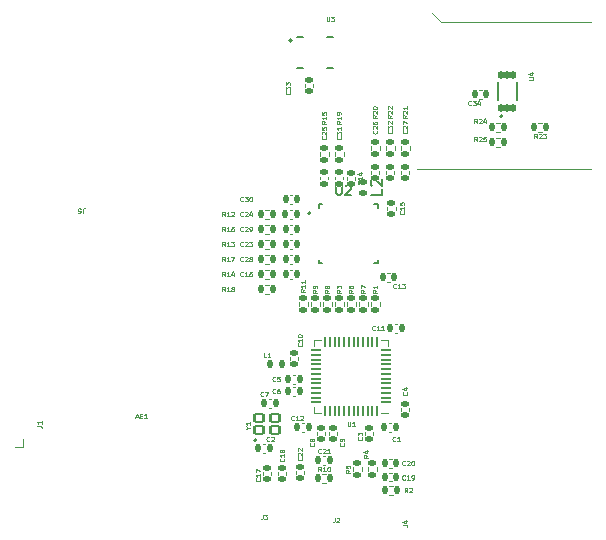
<source format=gto>
G04 #@! TF.GenerationSoftware,KiCad,Pcbnew,7.0.5*
G04 #@! TF.CreationDate,2023-09-01T13:21:59+02:00*
G04 #@! TF.ProjectId,R1S_NRF,5231535f-4e52-4462-9e6b-696361645f70,v02*
G04 #@! TF.SameCoordinates,Original*
G04 #@! TF.FileFunction,Legend,Top*
G04 #@! TF.FilePolarity,Positive*
%FSLAX46Y46*%
G04 Gerber Fmt 4.6, Leading zero omitted, Abs format (unit mm)*
G04 Created by KiCad (PCBNEW 7.0.5) date 2023-09-01 13:21:59*
%MOMM*%
%LPD*%
G01*
G04 APERTURE LIST*
G04 Aperture macros list*
%AMRoundRect*
0 Rectangle with rounded corners*
0 $1 Rounding radius*
0 $2 $3 $4 $5 $6 $7 $8 $9 X,Y pos of 4 corners*
0 Add a 4 corners polygon primitive as box body*
4,1,4,$2,$3,$4,$5,$6,$7,$8,$9,$2,$3,0*
0 Add four circle primitives for the rounded corners*
1,1,$1+$1,$2,$3*
1,1,$1+$1,$4,$5*
1,1,$1+$1,$6,$7*
1,1,$1+$1,$8,$9*
0 Add four rect primitives between the rounded corners*
20,1,$1+$1,$2,$3,$4,$5,0*
20,1,$1+$1,$4,$5,$6,$7,0*
20,1,$1+$1,$6,$7,$8,$9,0*
20,1,$1+$1,$8,$9,$2,$3,0*%
G04 Aperture macros list end*
%ADD10C,0.100000*%
%ADD11C,0.150000*%
%ADD12C,0.080000*%
%ADD13C,0.127000*%
%ADD14C,0.200000*%
%ADD15C,0.120000*%
%ADD16C,0.010000*%
%ADD17RoundRect,0.147500X-0.172500X0.147500X-0.172500X-0.147500X0.172500X-0.147500X0.172500X0.147500X0*%
%ADD18R,3.500000X0.300000*%
%ADD19RoundRect,0.050000X0.362500X0.050000X-0.362500X0.050000X-0.362500X-0.050000X0.362500X-0.050000X0*%
%ADD20RoundRect,0.050000X0.050000X0.362500X-0.050000X0.362500X-0.050000X-0.362500X0.050000X-0.362500X0*%
%ADD21R,4.100000X4.100000*%
%ADD22R,1.500000X1.500000*%
%ADD23RoundRect,0.135000X-0.135000X-0.185000X0.135000X-0.185000X0.135000X0.185000X-0.135000X0.185000X0*%
%ADD24RoundRect,0.135000X0.135000X0.185000X-0.135000X0.185000X-0.135000X-0.185000X0.135000X-0.185000X0*%
%ADD25RoundRect,0.140000X-0.140000X-0.170000X0.140000X-0.170000X0.140000X0.170000X-0.140000X0.170000X0*%
%ADD26RoundRect,0.140000X0.170000X-0.140000X0.170000X0.140000X-0.170000X0.140000X-0.170000X-0.140000X0*%
%ADD27C,0.990600*%
%ADD28C,0.787400*%
%ADD29RoundRect,0.102000X0.375000X-0.350000X0.375000X0.350000X-0.375000X0.350000X-0.375000X-0.350000X0*%
%ADD30RoundRect,0.102000X0.125000X-0.275000X0.125000X0.275000X-0.125000X0.275000X-0.125000X-0.275000X0*%
%ADD31RoundRect,0.135000X0.185000X-0.135000X0.185000X0.135000X-0.185000X0.135000X-0.185000X-0.135000X0*%
%ADD32RoundRect,0.140000X-0.170000X0.140000X-0.170000X-0.140000X0.170000X-0.140000X0.170000X0.140000X0*%
%ADD33RoundRect,0.140000X0.140000X0.170000X-0.140000X0.170000X-0.140000X-0.170000X0.140000X-0.170000X0*%
%ADD34RoundRect,0.135000X-0.185000X0.135000X-0.185000X-0.135000X0.185000X-0.135000X0.185000X0.135000X0*%
%ADD35RoundRect,0.147500X-0.147500X-0.172500X0.147500X-0.172500X0.147500X0.172500X-0.147500X0.172500X0*%
G04 APERTURE END LIST*
D10*
X213360000Y-61976000D02*
X212598000Y-61214000D01*
X213360000Y-61976000D02*
X226060000Y-61976000D01*
X211328000Y-74422000D02*
X226060000Y-74422000D01*
D11*
G04 #@! TO.C,U2*
X204466476Y-75775295D02*
X204466476Y-76422914D01*
X204466476Y-76422914D02*
X204504571Y-76499104D01*
X204504571Y-76499104D02*
X204542666Y-76537200D01*
X204542666Y-76537200D02*
X204618857Y-76575295D01*
X204618857Y-76575295D02*
X204771238Y-76575295D01*
X204771238Y-76575295D02*
X204847428Y-76537200D01*
X204847428Y-76537200D02*
X204885523Y-76499104D01*
X204885523Y-76499104D02*
X204923619Y-76422914D01*
X204923619Y-76422914D02*
X204923619Y-75775295D01*
X205266475Y-75851485D02*
X205304571Y-75813390D01*
X205304571Y-75813390D02*
X205380761Y-75775295D01*
X205380761Y-75775295D02*
X205571237Y-75775295D01*
X205571237Y-75775295D02*
X205647428Y-75813390D01*
X205647428Y-75813390D02*
X205685523Y-75851485D01*
X205685523Y-75851485D02*
X205723618Y-75927676D01*
X205723618Y-75927676D02*
X205723618Y-76003866D01*
X205723618Y-76003866D02*
X205685523Y-76118152D01*
X205685523Y-76118152D02*
X205228380Y-76575295D01*
X205228380Y-76575295D02*
X205723618Y-76575295D01*
G04 #@! TO.C,L2*
X208380819Y-76112666D02*
X208380819Y-76588856D01*
X208380819Y-76588856D02*
X207380819Y-76588856D01*
X207476057Y-75826951D02*
X207428438Y-75779332D01*
X207428438Y-75779332D02*
X207380819Y-75684094D01*
X207380819Y-75684094D02*
X207380819Y-75445999D01*
X207380819Y-75445999D02*
X207428438Y-75350761D01*
X207428438Y-75350761D02*
X207476057Y-75303142D01*
X207476057Y-75303142D02*
X207571295Y-75255523D01*
X207571295Y-75255523D02*
X207666533Y-75255523D01*
X207666533Y-75255523D02*
X207809390Y-75303142D01*
X207809390Y-75303142D02*
X208380819Y-75874570D01*
X208380819Y-75874570D02*
X208380819Y-75255523D01*
D12*
G04 #@! TO.C,J5*
X183013333Y-78141112D02*
X183013333Y-77855398D01*
X183013333Y-77855398D02*
X183032380Y-77798255D01*
X183032380Y-77798255D02*
X183070476Y-77760160D01*
X183070476Y-77760160D02*
X183127618Y-77741112D01*
X183127618Y-77741112D02*
X183165714Y-77741112D01*
X182632380Y-78141112D02*
X182822856Y-78141112D01*
X182822856Y-78141112D02*
X182841904Y-77950636D01*
X182841904Y-77950636D02*
X182822856Y-77969683D01*
X182822856Y-77969683D02*
X182784761Y-77988731D01*
X182784761Y-77988731D02*
X182689523Y-77988731D01*
X182689523Y-77988731D02*
X182651428Y-77969683D01*
X182651428Y-77969683D02*
X182632380Y-77950636D01*
X182632380Y-77950636D02*
X182613333Y-77912540D01*
X182613333Y-77912540D02*
X182613333Y-77817302D01*
X182613333Y-77817302D02*
X182632380Y-77779207D01*
X182632380Y-77779207D02*
X182651428Y-77760160D01*
X182651428Y-77760160D02*
X182689523Y-77741112D01*
X182689523Y-77741112D02*
X182784761Y-77741112D01*
X182784761Y-77741112D02*
X182822856Y-77760160D01*
X182822856Y-77760160D02*
X182841904Y-77779207D01*
G04 #@! TO.C,U1*
X205435238Y-95792887D02*
X205435238Y-96116697D01*
X205435238Y-96116697D02*
X205454285Y-96154792D01*
X205454285Y-96154792D02*
X205473333Y-96173840D01*
X205473333Y-96173840D02*
X205511428Y-96192887D01*
X205511428Y-96192887D02*
X205587619Y-96192887D01*
X205587619Y-96192887D02*
X205625714Y-96173840D01*
X205625714Y-96173840D02*
X205644761Y-96154792D01*
X205644761Y-96154792D02*
X205663809Y-96116697D01*
X205663809Y-96116697D02*
X205663809Y-95792887D01*
X206063809Y-96192887D02*
X205835238Y-96192887D01*
X205949524Y-96192887D02*
X205949524Y-95792887D01*
X205949524Y-95792887D02*
X205911428Y-95850030D01*
X205911428Y-95850030D02*
X205873333Y-95888125D01*
X205873333Y-95888125D02*
X205835238Y-95907173D01*
G04 #@! TO.C,J3*
X198240666Y-103666887D02*
X198240666Y-103952601D01*
X198240666Y-103952601D02*
X198221619Y-104009744D01*
X198221619Y-104009744D02*
X198183523Y-104047840D01*
X198183523Y-104047840D02*
X198126381Y-104066887D01*
X198126381Y-104066887D02*
X198088285Y-104066887D01*
X198393047Y-103666887D02*
X198640666Y-103666887D01*
X198640666Y-103666887D02*
X198507333Y-103819268D01*
X198507333Y-103819268D02*
X198564476Y-103819268D01*
X198564476Y-103819268D02*
X198602571Y-103838316D01*
X198602571Y-103838316D02*
X198621619Y-103857363D01*
X198621619Y-103857363D02*
X198640666Y-103895459D01*
X198640666Y-103895459D02*
X198640666Y-103990697D01*
X198640666Y-103990697D02*
X198621619Y-104028792D01*
X198621619Y-104028792D02*
X198602571Y-104047840D01*
X198602571Y-104047840D02*
X198564476Y-104066887D01*
X198564476Y-104066887D02*
X198450190Y-104066887D01*
X198450190Y-104066887D02*
X198412095Y-104047840D01*
X198412095Y-104047840D02*
X198393047Y-104028792D01*
G04 #@! TO.C,J2*
X204336666Y-103920887D02*
X204336666Y-104206601D01*
X204336666Y-104206601D02*
X204317619Y-104263744D01*
X204317619Y-104263744D02*
X204279523Y-104301840D01*
X204279523Y-104301840D02*
X204222381Y-104320887D01*
X204222381Y-104320887D02*
X204184285Y-104320887D01*
X204508095Y-103958982D02*
X204527143Y-103939935D01*
X204527143Y-103939935D02*
X204565238Y-103920887D01*
X204565238Y-103920887D02*
X204660476Y-103920887D01*
X204660476Y-103920887D02*
X204698571Y-103939935D01*
X204698571Y-103939935D02*
X204717619Y-103958982D01*
X204717619Y-103958982D02*
X204736666Y-103997078D01*
X204736666Y-103997078D02*
X204736666Y-104035173D01*
X204736666Y-104035173D02*
X204717619Y-104092316D01*
X204717619Y-104092316D02*
X204489047Y-104320887D01*
X204489047Y-104320887D02*
X204736666Y-104320887D01*
G04 #@! TO.C,R25*
X216404857Y-72062887D02*
X216271524Y-71872411D01*
X216176286Y-72062887D02*
X216176286Y-71662887D01*
X216176286Y-71662887D02*
X216328667Y-71662887D01*
X216328667Y-71662887D02*
X216366762Y-71681935D01*
X216366762Y-71681935D02*
X216385809Y-71700982D01*
X216385809Y-71700982D02*
X216404857Y-71739078D01*
X216404857Y-71739078D02*
X216404857Y-71796220D01*
X216404857Y-71796220D02*
X216385809Y-71834316D01*
X216385809Y-71834316D02*
X216366762Y-71853363D01*
X216366762Y-71853363D02*
X216328667Y-71872411D01*
X216328667Y-71872411D02*
X216176286Y-71872411D01*
X216557238Y-71700982D02*
X216576286Y-71681935D01*
X216576286Y-71681935D02*
X216614381Y-71662887D01*
X216614381Y-71662887D02*
X216709619Y-71662887D01*
X216709619Y-71662887D02*
X216747714Y-71681935D01*
X216747714Y-71681935D02*
X216766762Y-71700982D01*
X216766762Y-71700982D02*
X216785809Y-71739078D01*
X216785809Y-71739078D02*
X216785809Y-71777173D01*
X216785809Y-71777173D02*
X216766762Y-71834316D01*
X216766762Y-71834316D02*
X216538190Y-72062887D01*
X216538190Y-72062887D02*
X216785809Y-72062887D01*
X217147714Y-71662887D02*
X216957238Y-71662887D01*
X216957238Y-71662887D02*
X216938190Y-71853363D01*
X216938190Y-71853363D02*
X216957238Y-71834316D01*
X216957238Y-71834316D02*
X216995333Y-71815268D01*
X216995333Y-71815268D02*
X217090571Y-71815268D01*
X217090571Y-71815268D02*
X217128666Y-71834316D01*
X217128666Y-71834316D02*
X217147714Y-71853363D01*
X217147714Y-71853363D02*
X217166761Y-71891459D01*
X217166761Y-71891459D02*
X217166761Y-71986697D01*
X217166761Y-71986697D02*
X217147714Y-72024792D01*
X217147714Y-72024792D02*
X217128666Y-72043840D01*
X217128666Y-72043840D02*
X217090571Y-72062887D01*
X217090571Y-72062887D02*
X216995333Y-72062887D01*
X216995333Y-72062887D02*
X216957238Y-72043840D01*
X216957238Y-72043840D02*
X216938190Y-72024792D01*
G04 #@! TO.C,R24*
X216404857Y-70538887D02*
X216271524Y-70348411D01*
X216176286Y-70538887D02*
X216176286Y-70138887D01*
X216176286Y-70138887D02*
X216328667Y-70138887D01*
X216328667Y-70138887D02*
X216366762Y-70157935D01*
X216366762Y-70157935D02*
X216385809Y-70176982D01*
X216385809Y-70176982D02*
X216404857Y-70215078D01*
X216404857Y-70215078D02*
X216404857Y-70272220D01*
X216404857Y-70272220D02*
X216385809Y-70310316D01*
X216385809Y-70310316D02*
X216366762Y-70329363D01*
X216366762Y-70329363D02*
X216328667Y-70348411D01*
X216328667Y-70348411D02*
X216176286Y-70348411D01*
X216557238Y-70176982D02*
X216576286Y-70157935D01*
X216576286Y-70157935D02*
X216614381Y-70138887D01*
X216614381Y-70138887D02*
X216709619Y-70138887D01*
X216709619Y-70138887D02*
X216747714Y-70157935D01*
X216747714Y-70157935D02*
X216766762Y-70176982D01*
X216766762Y-70176982D02*
X216785809Y-70215078D01*
X216785809Y-70215078D02*
X216785809Y-70253173D01*
X216785809Y-70253173D02*
X216766762Y-70310316D01*
X216766762Y-70310316D02*
X216538190Y-70538887D01*
X216538190Y-70538887D02*
X216785809Y-70538887D01*
X217128666Y-70272220D02*
X217128666Y-70538887D01*
X217033428Y-70119840D02*
X216938190Y-70405554D01*
X216938190Y-70405554D02*
X217185809Y-70405554D01*
G04 #@! TO.C,R23*
X221484857Y-71808887D02*
X221351524Y-71618411D01*
X221256286Y-71808887D02*
X221256286Y-71408887D01*
X221256286Y-71408887D02*
X221408667Y-71408887D01*
X221408667Y-71408887D02*
X221446762Y-71427935D01*
X221446762Y-71427935D02*
X221465809Y-71446982D01*
X221465809Y-71446982D02*
X221484857Y-71485078D01*
X221484857Y-71485078D02*
X221484857Y-71542220D01*
X221484857Y-71542220D02*
X221465809Y-71580316D01*
X221465809Y-71580316D02*
X221446762Y-71599363D01*
X221446762Y-71599363D02*
X221408667Y-71618411D01*
X221408667Y-71618411D02*
X221256286Y-71618411D01*
X221637238Y-71446982D02*
X221656286Y-71427935D01*
X221656286Y-71427935D02*
X221694381Y-71408887D01*
X221694381Y-71408887D02*
X221789619Y-71408887D01*
X221789619Y-71408887D02*
X221827714Y-71427935D01*
X221827714Y-71427935D02*
X221846762Y-71446982D01*
X221846762Y-71446982D02*
X221865809Y-71485078D01*
X221865809Y-71485078D02*
X221865809Y-71523173D01*
X221865809Y-71523173D02*
X221846762Y-71580316D01*
X221846762Y-71580316D02*
X221618190Y-71808887D01*
X221618190Y-71808887D02*
X221865809Y-71808887D01*
X221999142Y-71408887D02*
X222246761Y-71408887D01*
X222246761Y-71408887D02*
X222113428Y-71561268D01*
X222113428Y-71561268D02*
X222170571Y-71561268D01*
X222170571Y-71561268D02*
X222208666Y-71580316D01*
X222208666Y-71580316D02*
X222227714Y-71599363D01*
X222227714Y-71599363D02*
X222246761Y-71637459D01*
X222246761Y-71637459D02*
X222246761Y-71732697D01*
X222246761Y-71732697D02*
X222227714Y-71770792D01*
X222227714Y-71770792D02*
X222208666Y-71789840D01*
X222208666Y-71789840D02*
X222170571Y-71808887D01*
X222170571Y-71808887D02*
X222056285Y-71808887D01*
X222056285Y-71808887D02*
X222018190Y-71789840D01*
X222018190Y-71789840D02*
X221999142Y-71770792D01*
G04 #@! TO.C,C34*
X215896857Y-68976792D02*
X215877809Y-68995840D01*
X215877809Y-68995840D02*
X215820667Y-69014887D01*
X215820667Y-69014887D02*
X215782571Y-69014887D01*
X215782571Y-69014887D02*
X215725428Y-68995840D01*
X215725428Y-68995840D02*
X215687333Y-68957744D01*
X215687333Y-68957744D02*
X215668286Y-68919649D01*
X215668286Y-68919649D02*
X215649238Y-68843459D01*
X215649238Y-68843459D02*
X215649238Y-68786316D01*
X215649238Y-68786316D02*
X215668286Y-68710125D01*
X215668286Y-68710125D02*
X215687333Y-68672030D01*
X215687333Y-68672030D02*
X215725428Y-68633935D01*
X215725428Y-68633935D02*
X215782571Y-68614887D01*
X215782571Y-68614887D02*
X215820667Y-68614887D01*
X215820667Y-68614887D02*
X215877809Y-68633935D01*
X215877809Y-68633935D02*
X215896857Y-68652982D01*
X216030190Y-68614887D02*
X216277809Y-68614887D01*
X216277809Y-68614887D02*
X216144476Y-68767268D01*
X216144476Y-68767268D02*
X216201619Y-68767268D01*
X216201619Y-68767268D02*
X216239714Y-68786316D01*
X216239714Y-68786316D02*
X216258762Y-68805363D01*
X216258762Y-68805363D02*
X216277809Y-68843459D01*
X216277809Y-68843459D02*
X216277809Y-68938697D01*
X216277809Y-68938697D02*
X216258762Y-68976792D01*
X216258762Y-68976792D02*
X216239714Y-68995840D01*
X216239714Y-68995840D02*
X216201619Y-69014887D01*
X216201619Y-69014887D02*
X216087333Y-69014887D01*
X216087333Y-69014887D02*
X216049238Y-68995840D01*
X216049238Y-68995840D02*
X216030190Y-68976792D01*
X216620666Y-68748220D02*
X216620666Y-69014887D01*
X216525428Y-68595840D02*
X216430190Y-68881554D01*
X216430190Y-68881554D02*
X216677809Y-68881554D01*
G04 #@! TO.C,C33*
X200548792Y-67821142D02*
X200567840Y-67840190D01*
X200567840Y-67840190D02*
X200586887Y-67897332D01*
X200586887Y-67897332D02*
X200586887Y-67935428D01*
X200586887Y-67935428D02*
X200567840Y-67992571D01*
X200567840Y-67992571D02*
X200529744Y-68030666D01*
X200529744Y-68030666D02*
X200491649Y-68049713D01*
X200491649Y-68049713D02*
X200415459Y-68068761D01*
X200415459Y-68068761D02*
X200358316Y-68068761D01*
X200358316Y-68068761D02*
X200282125Y-68049713D01*
X200282125Y-68049713D02*
X200244030Y-68030666D01*
X200244030Y-68030666D02*
X200205935Y-67992571D01*
X200205935Y-67992571D02*
X200186887Y-67935428D01*
X200186887Y-67935428D02*
X200186887Y-67897332D01*
X200186887Y-67897332D02*
X200205935Y-67840190D01*
X200205935Y-67840190D02*
X200224982Y-67821142D01*
X200186887Y-67687809D02*
X200186887Y-67440190D01*
X200186887Y-67440190D02*
X200339268Y-67573523D01*
X200339268Y-67573523D02*
X200339268Y-67516380D01*
X200339268Y-67516380D02*
X200358316Y-67478285D01*
X200358316Y-67478285D02*
X200377363Y-67459237D01*
X200377363Y-67459237D02*
X200415459Y-67440190D01*
X200415459Y-67440190D02*
X200510697Y-67440190D01*
X200510697Y-67440190D02*
X200548792Y-67459237D01*
X200548792Y-67459237D02*
X200567840Y-67478285D01*
X200567840Y-67478285D02*
X200586887Y-67516380D01*
X200586887Y-67516380D02*
X200586887Y-67630666D01*
X200586887Y-67630666D02*
X200567840Y-67668761D01*
X200567840Y-67668761D02*
X200548792Y-67687809D01*
X200186887Y-67306857D02*
X200186887Y-67059238D01*
X200186887Y-67059238D02*
X200339268Y-67192571D01*
X200339268Y-67192571D02*
X200339268Y-67135428D01*
X200339268Y-67135428D02*
X200358316Y-67097333D01*
X200358316Y-67097333D02*
X200377363Y-67078285D01*
X200377363Y-67078285D02*
X200415459Y-67059238D01*
X200415459Y-67059238D02*
X200510697Y-67059238D01*
X200510697Y-67059238D02*
X200548792Y-67078285D01*
X200548792Y-67078285D02*
X200567840Y-67097333D01*
X200567840Y-67097333D02*
X200586887Y-67135428D01*
X200586887Y-67135428D02*
X200586887Y-67249714D01*
X200586887Y-67249714D02*
X200567840Y-67287809D01*
X200567840Y-67287809D02*
X200548792Y-67306857D01*
G04 #@! TO.C,AE1*
X187515333Y-95401601D02*
X187705809Y-95401601D01*
X187477238Y-95515887D02*
X187610571Y-95115887D01*
X187610571Y-95115887D02*
X187743904Y-95515887D01*
X187877238Y-95306363D02*
X188010571Y-95306363D01*
X188067714Y-95515887D02*
X187877238Y-95515887D01*
X187877238Y-95515887D02*
X187877238Y-95115887D01*
X187877238Y-95115887D02*
X188067714Y-95115887D01*
X188448666Y-95515887D02*
X188220095Y-95515887D01*
X188334381Y-95515887D02*
X188334381Y-95115887D01*
X188334381Y-95115887D02*
X188296285Y-95173030D01*
X188296285Y-95173030D02*
X188258190Y-95211125D01*
X188258190Y-95211125D02*
X188220095Y-95230173D01*
G04 #@! TO.C,J1*
X179137887Y-96145333D02*
X179423601Y-96145333D01*
X179423601Y-96145333D02*
X179480744Y-96164380D01*
X179480744Y-96164380D02*
X179518840Y-96202476D01*
X179518840Y-96202476D02*
X179537887Y-96259618D01*
X179537887Y-96259618D02*
X179537887Y-96297714D01*
X179537887Y-95745333D02*
X179537887Y-95973904D01*
X179537887Y-95859618D02*
X179137887Y-95859618D01*
X179137887Y-95859618D02*
X179195030Y-95897714D01*
X179195030Y-95897714D02*
X179233125Y-95935809D01*
X179233125Y-95935809D02*
X179252173Y-95973904D01*
G04 #@! TO.C,Y1*
X197015211Y-96286475D02*
X197205687Y-96286475D01*
X196805687Y-96419808D02*
X197015211Y-96286475D01*
X197015211Y-96286475D02*
X196805687Y-96153142D01*
X197205687Y-95810285D02*
X197205687Y-96038856D01*
X197205687Y-95924570D02*
X196805687Y-95924570D01*
X196805687Y-95924570D02*
X196862830Y-95962666D01*
X196862830Y-95962666D02*
X196900925Y-96000761D01*
X196900925Y-96000761D02*
X196919973Y-96038856D01*
G04 #@! TO.C,U4*
X220760887Y-66852761D02*
X221084697Y-66852761D01*
X221084697Y-66852761D02*
X221122792Y-66833714D01*
X221122792Y-66833714D02*
X221141840Y-66814666D01*
X221141840Y-66814666D02*
X221160887Y-66776571D01*
X221160887Y-66776571D02*
X221160887Y-66700380D01*
X221160887Y-66700380D02*
X221141840Y-66662285D01*
X221141840Y-66662285D02*
X221122792Y-66643238D01*
X221122792Y-66643238D02*
X221084697Y-66624190D01*
X221084697Y-66624190D02*
X220760887Y-66624190D01*
X220894220Y-66262285D02*
X221160887Y-66262285D01*
X220741840Y-66357523D02*
X221027554Y-66452761D01*
X221027554Y-66452761D02*
X221027554Y-66205142D01*
G04 #@! TO.C,U3*
X203657238Y-61502887D02*
X203657238Y-61826697D01*
X203657238Y-61826697D02*
X203676285Y-61864792D01*
X203676285Y-61864792D02*
X203695333Y-61883840D01*
X203695333Y-61883840D02*
X203733428Y-61902887D01*
X203733428Y-61902887D02*
X203809619Y-61902887D01*
X203809619Y-61902887D02*
X203847714Y-61883840D01*
X203847714Y-61883840D02*
X203866761Y-61864792D01*
X203866761Y-61864792D02*
X203885809Y-61826697D01*
X203885809Y-61826697D02*
X203885809Y-61502887D01*
X204038190Y-61502887D02*
X204285809Y-61502887D01*
X204285809Y-61502887D02*
X204152476Y-61655268D01*
X204152476Y-61655268D02*
X204209619Y-61655268D01*
X204209619Y-61655268D02*
X204247714Y-61674316D01*
X204247714Y-61674316D02*
X204266762Y-61693363D01*
X204266762Y-61693363D02*
X204285809Y-61731459D01*
X204285809Y-61731459D02*
X204285809Y-61826697D01*
X204285809Y-61826697D02*
X204266762Y-61864792D01*
X204266762Y-61864792D02*
X204247714Y-61883840D01*
X204247714Y-61883840D02*
X204209619Y-61902887D01*
X204209619Y-61902887D02*
X204095333Y-61902887D01*
X204095333Y-61902887D02*
X204057238Y-61883840D01*
X204057238Y-61883840D02*
X204038190Y-61864792D01*
G04 #@! TO.C,R22*
X209222887Y-69853142D02*
X209032411Y-69986475D01*
X209222887Y-70081713D02*
X208822887Y-70081713D01*
X208822887Y-70081713D02*
X208822887Y-69929332D01*
X208822887Y-69929332D02*
X208841935Y-69891237D01*
X208841935Y-69891237D02*
X208860982Y-69872190D01*
X208860982Y-69872190D02*
X208899078Y-69853142D01*
X208899078Y-69853142D02*
X208956220Y-69853142D01*
X208956220Y-69853142D02*
X208994316Y-69872190D01*
X208994316Y-69872190D02*
X209013363Y-69891237D01*
X209013363Y-69891237D02*
X209032411Y-69929332D01*
X209032411Y-69929332D02*
X209032411Y-70081713D01*
X208860982Y-69700761D02*
X208841935Y-69681713D01*
X208841935Y-69681713D02*
X208822887Y-69643618D01*
X208822887Y-69643618D02*
X208822887Y-69548380D01*
X208822887Y-69548380D02*
X208841935Y-69510285D01*
X208841935Y-69510285D02*
X208860982Y-69491237D01*
X208860982Y-69491237D02*
X208899078Y-69472190D01*
X208899078Y-69472190D02*
X208937173Y-69472190D01*
X208937173Y-69472190D02*
X208994316Y-69491237D01*
X208994316Y-69491237D02*
X209222887Y-69719809D01*
X209222887Y-69719809D02*
X209222887Y-69472190D01*
X208860982Y-69319809D02*
X208841935Y-69300761D01*
X208841935Y-69300761D02*
X208822887Y-69262666D01*
X208822887Y-69262666D02*
X208822887Y-69167428D01*
X208822887Y-69167428D02*
X208841935Y-69129333D01*
X208841935Y-69129333D02*
X208860982Y-69110285D01*
X208860982Y-69110285D02*
X208899078Y-69091238D01*
X208899078Y-69091238D02*
X208937173Y-69091238D01*
X208937173Y-69091238D02*
X208994316Y-69110285D01*
X208994316Y-69110285D02*
X209222887Y-69338857D01*
X209222887Y-69338857D02*
X209222887Y-69091238D01*
G04 #@! TO.C,R21*
X210492887Y-69853142D02*
X210302411Y-69986475D01*
X210492887Y-70081713D02*
X210092887Y-70081713D01*
X210092887Y-70081713D02*
X210092887Y-69929332D01*
X210092887Y-69929332D02*
X210111935Y-69891237D01*
X210111935Y-69891237D02*
X210130982Y-69872190D01*
X210130982Y-69872190D02*
X210169078Y-69853142D01*
X210169078Y-69853142D02*
X210226220Y-69853142D01*
X210226220Y-69853142D02*
X210264316Y-69872190D01*
X210264316Y-69872190D02*
X210283363Y-69891237D01*
X210283363Y-69891237D02*
X210302411Y-69929332D01*
X210302411Y-69929332D02*
X210302411Y-70081713D01*
X210130982Y-69700761D02*
X210111935Y-69681713D01*
X210111935Y-69681713D02*
X210092887Y-69643618D01*
X210092887Y-69643618D02*
X210092887Y-69548380D01*
X210092887Y-69548380D02*
X210111935Y-69510285D01*
X210111935Y-69510285D02*
X210130982Y-69491237D01*
X210130982Y-69491237D02*
X210169078Y-69472190D01*
X210169078Y-69472190D02*
X210207173Y-69472190D01*
X210207173Y-69472190D02*
X210264316Y-69491237D01*
X210264316Y-69491237D02*
X210492887Y-69719809D01*
X210492887Y-69719809D02*
X210492887Y-69472190D01*
X210492887Y-69091238D02*
X210492887Y-69319809D01*
X210492887Y-69205523D02*
X210092887Y-69205523D01*
X210092887Y-69205523D02*
X210150030Y-69243619D01*
X210150030Y-69243619D02*
X210188125Y-69281714D01*
X210188125Y-69281714D02*
X210207173Y-69319809D01*
G04 #@! TO.C,R20*
X207952887Y-69853142D02*
X207762411Y-69986475D01*
X207952887Y-70081713D02*
X207552887Y-70081713D01*
X207552887Y-70081713D02*
X207552887Y-69929332D01*
X207552887Y-69929332D02*
X207571935Y-69891237D01*
X207571935Y-69891237D02*
X207590982Y-69872190D01*
X207590982Y-69872190D02*
X207629078Y-69853142D01*
X207629078Y-69853142D02*
X207686220Y-69853142D01*
X207686220Y-69853142D02*
X207724316Y-69872190D01*
X207724316Y-69872190D02*
X207743363Y-69891237D01*
X207743363Y-69891237D02*
X207762411Y-69929332D01*
X207762411Y-69929332D02*
X207762411Y-70081713D01*
X207590982Y-69700761D02*
X207571935Y-69681713D01*
X207571935Y-69681713D02*
X207552887Y-69643618D01*
X207552887Y-69643618D02*
X207552887Y-69548380D01*
X207552887Y-69548380D02*
X207571935Y-69510285D01*
X207571935Y-69510285D02*
X207590982Y-69491237D01*
X207590982Y-69491237D02*
X207629078Y-69472190D01*
X207629078Y-69472190D02*
X207667173Y-69472190D01*
X207667173Y-69472190D02*
X207724316Y-69491237D01*
X207724316Y-69491237D02*
X207952887Y-69719809D01*
X207952887Y-69719809D02*
X207952887Y-69472190D01*
X207552887Y-69224571D02*
X207552887Y-69186476D01*
X207552887Y-69186476D02*
X207571935Y-69148380D01*
X207571935Y-69148380D02*
X207590982Y-69129333D01*
X207590982Y-69129333D02*
X207629078Y-69110285D01*
X207629078Y-69110285D02*
X207705268Y-69091238D01*
X207705268Y-69091238D02*
X207800506Y-69091238D01*
X207800506Y-69091238D02*
X207876697Y-69110285D01*
X207876697Y-69110285D02*
X207914792Y-69129333D01*
X207914792Y-69129333D02*
X207933840Y-69148380D01*
X207933840Y-69148380D02*
X207952887Y-69186476D01*
X207952887Y-69186476D02*
X207952887Y-69224571D01*
X207952887Y-69224571D02*
X207933840Y-69262666D01*
X207933840Y-69262666D02*
X207914792Y-69281714D01*
X207914792Y-69281714D02*
X207876697Y-69300761D01*
X207876697Y-69300761D02*
X207800506Y-69319809D01*
X207800506Y-69319809D02*
X207705268Y-69319809D01*
X207705268Y-69319809D02*
X207629078Y-69300761D01*
X207629078Y-69300761D02*
X207590982Y-69281714D01*
X207590982Y-69281714D02*
X207571935Y-69262666D01*
X207571935Y-69262666D02*
X207552887Y-69224571D01*
G04 #@! TO.C,R19*
X204904887Y-70346142D02*
X204714411Y-70479475D01*
X204904887Y-70574713D02*
X204504887Y-70574713D01*
X204504887Y-70574713D02*
X204504887Y-70422332D01*
X204504887Y-70422332D02*
X204523935Y-70384237D01*
X204523935Y-70384237D02*
X204542982Y-70365190D01*
X204542982Y-70365190D02*
X204581078Y-70346142D01*
X204581078Y-70346142D02*
X204638220Y-70346142D01*
X204638220Y-70346142D02*
X204676316Y-70365190D01*
X204676316Y-70365190D02*
X204695363Y-70384237D01*
X204695363Y-70384237D02*
X204714411Y-70422332D01*
X204714411Y-70422332D02*
X204714411Y-70574713D01*
X204904887Y-69965190D02*
X204904887Y-70193761D01*
X204904887Y-70079475D02*
X204504887Y-70079475D01*
X204504887Y-70079475D02*
X204562030Y-70117571D01*
X204562030Y-70117571D02*
X204600125Y-70155666D01*
X204600125Y-70155666D02*
X204619173Y-70193761D01*
X204904887Y-69774714D02*
X204904887Y-69698523D01*
X204904887Y-69698523D02*
X204885840Y-69660428D01*
X204885840Y-69660428D02*
X204866792Y-69641380D01*
X204866792Y-69641380D02*
X204809649Y-69603285D01*
X204809649Y-69603285D02*
X204733459Y-69584238D01*
X204733459Y-69584238D02*
X204581078Y-69584238D01*
X204581078Y-69584238D02*
X204542982Y-69603285D01*
X204542982Y-69603285D02*
X204523935Y-69622333D01*
X204523935Y-69622333D02*
X204504887Y-69660428D01*
X204504887Y-69660428D02*
X204504887Y-69736619D01*
X204504887Y-69736619D02*
X204523935Y-69774714D01*
X204523935Y-69774714D02*
X204542982Y-69793761D01*
X204542982Y-69793761D02*
X204581078Y-69812809D01*
X204581078Y-69812809D02*
X204676316Y-69812809D01*
X204676316Y-69812809D02*
X204714411Y-69793761D01*
X204714411Y-69793761D02*
X204733459Y-69774714D01*
X204733459Y-69774714D02*
X204752506Y-69736619D01*
X204752506Y-69736619D02*
X204752506Y-69660428D01*
X204752506Y-69660428D02*
X204733459Y-69622333D01*
X204733459Y-69622333D02*
X204714411Y-69603285D01*
X204714411Y-69603285D02*
X204676316Y-69584238D01*
G04 #@! TO.C,R18*
X195068857Y-84762887D02*
X194935524Y-84572411D01*
X194840286Y-84762887D02*
X194840286Y-84362887D01*
X194840286Y-84362887D02*
X194992667Y-84362887D01*
X194992667Y-84362887D02*
X195030762Y-84381935D01*
X195030762Y-84381935D02*
X195049809Y-84400982D01*
X195049809Y-84400982D02*
X195068857Y-84439078D01*
X195068857Y-84439078D02*
X195068857Y-84496220D01*
X195068857Y-84496220D02*
X195049809Y-84534316D01*
X195049809Y-84534316D02*
X195030762Y-84553363D01*
X195030762Y-84553363D02*
X194992667Y-84572411D01*
X194992667Y-84572411D02*
X194840286Y-84572411D01*
X195449809Y-84762887D02*
X195221238Y-84762887D01*
X195335524Y-84762887D02*
X195335524Y-84362887D01*
X195335524Y-84362887D02*
X195297428Y-84420030D01*
X195297428Y-84420030D02*
X195259333Y-84458125D01*
X195259333Y-84458125D02*
X195221238Y-84477173D01*
X195678380Y-84534316D02*
X195640285Y-84515268D01*
X195640285Y-84515268D02*
X195621238Y-84496220D01*
X195621238Y-84496220D02*
X195602190Y-84458125D01*
X195602190Y-84458125D02*
X195602190Y-84439078D01*
X195602190Y-84439078D02*
X195621238Y-84400982D01*
X195621238Y-84400982D02*
X195640285Y-84381935D01*
X195640285Y-84381935D02*
X195678380Y-84362887D01*
X195678380Y-84362887D02*
X195754571Y-84362887D01*
X195754571Y-84362887D02*
X195792666Y-84381935D01*
X195792666Y-84381935D02*
X195811714Y-84400982D01*
X195811714Y-84400982D02*
X195830761Y-84439078D01*
X195830761Y-84439078D02*
X195830761Y-84458125D01*
X195830761Y-84458125D02*
X195811714Y-84496220D01*
X195811714Y-84496220D02*
X195792666Y-84515268D01*
X195792666Y-84515268D02*
X195754571Y-84534316D01*
X195754571Y-84534316D02*
X195678380Y-84534316D01*
X195678380Y-84534316D02*
X195640285Y-84553363D01*
X195640285Y-84553363D02*
X195621238Y-84572411D01*
X195621238Y-84572411D02*
X195602190Y-84610506D01*
X195602190Y-84610506D02*
X195602190Y-84686697D01*
X195602190Y-84686697D02*
X195621238Y-84724792D01*
X195621238Y-84724792D02*
X195640285Y-84743840D01*
X195640285Y-84743840D02*
X195678380Y-84762887D01*
X195678380Y-84762887D02*
X195754571Y-84762887D01*
X195754571Y-84762887D02*
X195792666Y-84743840D01*
X195792666Y-84743840D02*
X195811714Y-84724792D01*
X195811714Y-84724792D02*
X195830761Y-84686697D01*
X195830761Y-84686697D02*
X195830761Y-84610506D01*
X195830761Y-84610506D02*
X195811714Y-84572411D01*
X195811714Y-84572411D02*
X195792666Y-84553363D01*
X195792666Y-84553363D02*
X195754571Y-84534316D01*
G04 #@! TO.C,R17*
X195070857Y-82222887D02*
X194937524Y-82032411D01*
X194842286Y-82222887D02*
X194842286Y-81822887D01*
X194842286Y-81822887D02*
X194994667Y-81822887D01*
X194994667Y-81822887D02*
X195032762Y-81841935D01*
X195032762Y-81841935D02*
X195051809Y-81860982D01*
X195051809Y-81860982D02*
X195070857Y-81899078D01*
X195070857Y-81899078D02*
X195070857Y-81956220D01*
X195070857Y-81956220D02*
X195051809Y-81994316D01*
X195051809Y-81994316D02*
X195032762Y-82013363D01*
X195032762Y-82013363D02*
X194994667Y-82032411D01*
X194994667Y-82032411D02*
X194842286Y-82032411D01*
X195451809Y-82222887D02*
X195223238Y-82222887D01*
X195337524Y-82222887D02*
X195337524Y-81822887D01*
X195337524Y-81822887D02*
X195299428Y-81880030D01*
X195299428Y-81880030D02*
X195261333Y-81918125D01*
X195261333Y-81918125D02*
X195223238Y-81937173D01*
X195585142Y-81822887D02*
X195851809Y-81822887D01*
X195851809Y-81822887D02*
X195680380Y-82222887D01*
G04 #@! TO.C,R16*
X195070857Y-79682887D02*
X194937524Y-79492411D01*
X194842286Y-79682887D02*
X194842286Y-79282887D01*
X194842286Y-79282887D02*
X194994667Y-79282887D01*
X194994667Y-79282887D02*
X195032762Y-79301935D01*
X195032762Y-79301935D02*
X195051809Y-79320982D01*
X195051809Y-79320982D02*
X195070857Y-79359078D01*
X195070857Y-79359078D02*
X195070857Y-79416220D01*
X195070857Y-79416220D02*
X195051809Y-79454316D01*
X195051809Y-79454316D02*
X195032762Y-79473363D01*
X195032762Y-79473363D02*
X194994667Y-79492411D01*
X194994667Y-79492411D02*
X194842286Y-79492411D01*
X195451809Y-79682887D02*
X195223238Y-79682887D01*
X195337524Y-79682887D02*
X195337524Y-79282887D01*
X195337524Y-79282887D02*
X195299428Y-79340030D01*
X195299428Y-79340030D02*
X195261333Y-79378125D01*
X195261333Y-79378125D02*
X195223238Y-79397173D01*
X195794666Y-79282887D02*
X195718476Y-79282887D01*
X195718476Y-79282887D02*
X195680380Y-79301935D01*
X195680380Y-79301935D02*
X195661333Y-79320982D01*
X195661333Y-79320982D02*
X195623238Y-79378125D01*
X195623238Y-79378125D02*
X195604190Y-79454316D01*
X195604190Y-79454316D02*
X195604190Y-79606697D01*
X195604190Y-79606697D02*
X195623238Y-79644792D01*
X195623238Y-79644792D02*
X195642285Y-79663840D01*
X195642285Y-79663840D02*
X195680380Y-79682887D01*
X195680380Y-79682887D02*
X195756571Y-79682887D01*
X195756571Y-79682887D02*
X195794666Y-79663840D01*
X195794666Y-79663840D02*
X195813714Y-79644792D01*
X195813714Y-79644792D02*
X195832761Y-79606697D01*
X195832761Y-79606697D02*
X195832761Y-79511459D01*
X195832761Y-79511459D02*
X195813714Y-79473363D01*
X195813714Y-79473363D02*
X195794666Y-79454316D01*
X195794666Y-79454316D02*
X195756571Y-79435268D01*
X195756571Y-79435268D02*
X195680380Y-79435268D01*
X195680380Y-79435268D02*
X195642285Y-79454316D01*
X195642285Y-79454316D02*
X195623238Y-79473363D01*
X195623238Y-79473363D02*
X195604190Y-79511459D01*
G04 #@! TO.C,R15*
X203634887Y-70346142D02*
X203444411Y-70479475D01*
X203634887Y-70574713D02*
X203234887Y-70574713D01*
X203234887Y-70574713D02*
X203234887Y-70422332D01*
X203234887Y-70422332D02*
X203253935Y-70384237D01*
X203253935Y-70384237D02*
X203272982Y-70365190D01*
X203272982Y-70365190D02*
X203311078Y-70346142D01*
X203311078Y-70346142D02*
X203368220Y-70346142D01*
X203368220Y-70346142D02*
X203406316Y-70365190D01*
X203406316Y-70365190D02*
X203425363Y-70384237D01*
X203425363Y-70384237D02*
X203444411Y-70422332D01*
X203444411Y-70422332D02*
X203444411Y-70574713D01*
X203634887Y-69965190D02*
X203634887Y-70193761D01*
X203634887Y-70079475D02*
X203234887Y-70079475D01*
X203234887Y-70079475D02*
X203292030Y-70117571D01*
X203292030Y-70117571D02*
X203330125Y-70155666D01*
X203330125Y-70155666D02*
X203349173Y-70193761D01*
X203234887Y-69603285D02*
X203234887Y-69793761D01*
X203234887Y-69793761D02*
X203425363Y-69812809D01*
X203425363Y-69812809D02*
X203406316Y-69793761D01*
X203406316Y-69793761D02*
X203387268Y-69755666D01*
X203387268Y-69755666D02*
X203387268Y-69660428D01*
X203387268Y-69660428D02*
X203406316Y-69622333D01*
X203406316Y-69622333D02*
X203425363Y-69603285D01*
X203425363Y-69603285D02*
X203463459Y-69584238D01*
X203463459Y-69584238D02*
X203558697Y-69584238D01*
X203558697Y-69584238D02*
X203596792Y-69603285D01*
X203596792Y-69603285D02*
X203615840Y-69622333D01*
X203615840Y-69622333D02*
X203634887Y-69660428D01*
X203634887Y-69660428D02*
X203634887Y-69755666D01*
X203634887Y-69755666D02*
X203615840Y-69793761D01*
X203615840Y-69793761D02*
X203596792Y-69812809D01*
G04 #@! TO.C,R14*
X195070857Y-83492887D02*
X194937524Y-83302411D01*
X194842286Y-83492887D02*
X194842286Y-83092887D01*
X194842286Y-83092887D02*
X194994667Y-83092887D01*
X194994667Y-83092887D02*
X195032762Y-83111935D01*
X195032762Y-83111935D02*
X195051809Y-83130982D01*
X195051809Y-83130982D02*
X195070857Y-83169078D01*
X195070857Y-83169078D02*
X195070857Y-83226220D01*
X195070857Y-83226220D02*
X195051809Y-83264316D01*
X195051809Y-83264316D02*
X195032762Y-83283363D01*
X195032762Y-83283363D02*
X194994667Y-83302411D01*
X194994667Y-83302411D02*
X194842286Y-83302411D01*
X195451809Y-83492887D02*
X195223238Y-83492887D01*
X195337524Y-83492887D02*
X195337524Y-83092887D01*
X195337524Y-83092887D02*
X195299428Y-83150030D01*
X195299428Y-83150030D02*
X195261333Y-83188125D01*
X195261333Y-83188125D02*
X195223238Y-83207173D01*
X195794666Y-83226220D02*
X195794666Y-83492887D01*
X195699428Y-83073840D02*
X195604190Y-83359554D01*
X195604190Y-83359554D02*
X195851809Y-83359554D01*
G04 #@! TO.C,R13*
X195070857Y-80952887D02*
X194937524Y-80762411D01*
X194842286Y-80952887D02*
X194842286Y-80552887D01*
X194842286Y-80552887D02*
X194994667Y-80552887D01*
X194994667Y-80552887D02*
X195032762Y-80571935D01*
X195032762Y-80571935D02*
X195051809Y-80590982D01*
X195051809Y-80590982D02*
X195070857Y-80629078D01*
X195070857Y-80629078D02*
X195070857Y-80686220D01*
X195070857Y-80686220D02*
X195051809Y-80724316D01*
X195051809Y-80724316D02*
X195032762Y-80743363D01*
X195032762Y-80743363D02*
X194994667Y-80762411D01*
X194994667Y-80762411D02*
X194842286Y-80762411D01*
X195451809Y-80952887D02*
X195223238Y-80952887D01*
X195337524Y-80952887D02*
X195337524Y-80552887D01*
X195337524Y-80552887D02*
X195299428Y-80610030D01*
X195299428Y-80610030D02*
X195261333Y-80648125D01*
X195261333Y-80648125D02*
X195223238Y-80667173D01*
X195585142Y-80552887D02*
X195832761Y-80552887D01*
X195832761Y-80552887D02*
X195699428Y-80705268D01*
X195699428Y-80705268D02*
X195756571Y-80705268D01*
X195756571Y-80705268D02*
X195794666Y-80724316D01*
X195794666Y-80724316D02*
X195813714Y-80743363D01*
X195813714Y-80743363D02*
X195832761Y-80781459D01*
X195832761Y-80781459D02*
X195832761Y-80876697D01*
X195832761Y-80876697D02*
X195813714Y-80914792D01*
X195813714Y-80914792D02*
X195794666Y-80933840D01*
X195794666Y-80933840D02*
X195756571Y-80952887D01*
X195756571Y-80952887D02*
X195642285Y-80952887D01*
X195642285Y-80952887D02*
X195604190Y-80933840D01*
X195604190Y-80933840D02*
X195585142Y-80914792D01*
G04 #@! TO.C,R12*
X195070857Y-78412887D02*
X194937524Y-78222411D01*
X194842286Y-78412887D02*
X194842286Y-78012887D01*
X194842286Y-78012887D02*
X194994667Y-78012887D01*
X194994667Y-78012887D02*
X195032762Y-78031935D01*
X195032762Y-78031935D02*
X195051809Y-78050982D01*
X195051809Y-78050982D02*
X195070857Y-78089078D01*
X195070857Y-78089078D02*
X195070857Y-78146220D01*
X195070857Y-78146220D02*
X195051809Y-78184316D01*
X195051809Y-78184316D02*
X195032762Y-78203363D01*
X195032762Y-78203363D02*
X194994667Y-78222411D01*
X194994667Y-78222411D02*
X194842286Y-78222411D01*
X195451809Y-78412887D02*
X195223238Y-78412887D01*
X195337524Y-78412887D02*
X195337524Y-78012887D01*
X195337524Y-78012887D02*
X195299428Y-78070030D01*
X195299428Y-78070030D02*
X195261333Y-78108125D01*
X195261333Y-78108125D02*
X195223238Y-78127173D01*
X195604190Y-78050982D02*
X195623238Y-78031935D01*
X195623238Y-78031935D02*
X195661333Y-78012887D01*
X195661333Y-78012887D02*
X195756571Y-78012887D01*
X195756571Y-78012887D02*
X195794666Y-78031935D01*
X195794666Y-78031935D02*
X195813714Y-78050982D01*
X195813714Y-78050982D02*
X195832761Y-78089078D01*
X195832761Y-78089078D02*
X195832761Y-78127173D01*
X195832761Y-78127173D02*
X195813714Y-78184316D01*
X195813714Y-78184316D02*
X195585142Y-78412887D01*
X195585142Y-78412887D02*
X195832761Y-78412887D01*
G04 #@! TO.C,C32*
X209184792Y-71123142D02*
X209203840Y-71142190D01*
X209203840Y-71142190D02*
X209222887Y-71199332D01*
X209222887Y-71199332D02*
X209222887Y-71237428D01*
X209222887Y-71237428D02*
X209203840Y-71294571D01*
X209203840Y-71294571D02*
X209165744Y-71332666D01*
X209165744Y-71332666D02*
X209127649Y-71351713D01*
X209127649Y-71351713D02*
X209051459Y-71370761D01*
X209051459Y-71370761D02*
X208994316Y-71370761D01*
X208994316Y-71370761D02*
X208918125Y-71351713D01*
X208918125Y-71351713D02*
X208880030Y-71332666D01*
X208880030Y-71332666D02*
X208841935Y-71294571D01*
X208841935Y-71294571D02*
X208822887Y-71237428D01*
X208822887Y-71237428D02*
X208822887Y-71199332D01*
X208822887Y-71199332D02*
X208841935Y-71142190D01*
X208841935Y-71142190D02*
X208860982Y-71123142D01*
X208822887Y-70989809D02*
X208822887Y-70742190D01*
X208822887Y-70742190D02*
X208975268Y-70875523D01*
X208975268Y-70875523D02*
X208975268Y-70818380D01*
X208975268Y-70818380D02*
X208994316Y-70780285D01*
X208994316Y-70780285D02*
X209013363Y-70761237D01*
X209013363Y-70761237D02*
X209051459Y-70742190D01*
X209051459Y-70742190D02*
X209146697Y-70742190D01*
X209146697Y-70742190D02*
X209184792Y-70761237D01*
X209184792Y-70761237D02*
X209203840Y-70780285D01*
X209203840Y-70780285D02*
X209222887Y-70818380D01*
X209222887Y-70818380D02*
X209222887Y-70932666D01*
X209222887Y-70932666D02*
X209203840Y-70970761D01*
X209203840Y-70970761D02*
X209184792Y-70989809D01*
X208860982Y-70589809D02*
X208841935Y-70570761D01*
X208841935Y-70570761D02*
X208822887Y-70532666D01*
X208822887Y-70532666D02*
X208822887Y-70437428D01*
X208822887Y-70437428D02*
X208841935Y-70399333D01*
X208841935Y-70399333D02*
X208860982Y-70380285D01*
X208860982Y-70380285D02*
X208899078Y-70361238D01*
X208899078Y-70361238D02*
X208937173Y-70361238D01*
X208937173Y-70361238D02*
X208994316Y-70380285D01*
X208994316Y-70380285D02*
X209222887Y-70608857D01*
X209222887Y-70608857D02*
X209222887Y-70361238D01*
G04 #@! TO.C,C31*
X204866792Y-71616142D02*
X204885840Y-71635190D01*
X204885840Y-71635190D02*
X204904887Y-71692332D01*
X204904887Y-71692332D02*
X204904887Y-71730428D01*
X204904887Y-71730428D02*
X204885840Y-71787571D01*
X204885840Y-71787571D02*
X204847744Y-71825666D01*
X204847744Y-71825666D02*
X204809649Y-71844713D01*
X204809649Y-71844713D02*
X204733459Y-71863761D01*
X204733459Y-71863761D02*
X204676316Y-71863761D01*
X204676316Y-71863761D02*
X204600125Y-71844713D01*
X204600125Y-71844713D02*
X204562030Y-71825666D01*
X204562030Y-71825666D02*
X204523935Y-71787571D01*
X204523935Y-71787571D02*
X204504887Y-71730428D01*
X204504887Y-71730428D02*
X204504887Y-71692332D01*
X204504887Y-71692332D02*
X204523935Y-71635190D01*
X204523935Y-71635190D02*
X204542982Y-71616142D01*
X204504887Y-71482809D02*
X204504887Y-71235190D01*
X204504887Y-71235190D02*
X204657268Y-71368523D01*
X204657268Y-71368523D02*
X204657268Y-71311380D01*
X204657268Y-71311380D02*
X204676316Y-71273285D01*
X204676316Y-71273285D02*
X204695363Y-71254237D01*
X204695363Y-71254237D02*
X204733459Y-71235190D01*
X204733459Y-71235190D02*
X204828697Y-71235190D01*
X204828697Y-71235190D02*
X204866792Y-71254237D01*
X204866792Y-71254237D02*
X204885840Y-71273285D01*
X204885840Y-71273285D02*
X204904887Y-71311380D01*
X204904887Y-71311380D02*
X204904887Y-71425666D01*
X204904887Y-71425666D02*
X204885840Y-71463761D01*
X204885840Y-71463761D02*
X204866792Y-71482809D01*
X204904887Y-70854238D02*
X204904887Y-71082809D01*
X204904887Y-70968523D02*
X204504887Y-70968523D01*
X204504887Y-70968523D02*
X204562030Y-71006619D01*
X204562030Y-71006619D02*
X204600125Y-71044714D01*
X204600125Y-71044714D02*
X204619173Y-71082809D01*
G04 #@! TO.C,C30*
X196592857Y-77104792D02*
X196573809Y-77123840D01*
X196573809Y-77123840D02*
X196516667Y-77142887D01*
X196516667Y-77142887D02*
X196478571Y-77142887D01*
X196478571Y-77142887D02*
X196421428Y-77123840D01*
X196421428Y-77123840D02*
X196383333Y-77085744D01*
X196383333Y-77085744D02*
X196364286Y-77047649D01*
X196364286Y-77047649D02*
X196345238Y-76971459D01*
X196345238Y-76971459D02*
X196345238Y-76914316D01*
X196345238Y-76914316D02*
X196364286Y-76838125D01*
X196364286Y-76838125D02*
X196383333Y-76800030D01*
X196383333Y-76800030D02*
X196421428Y-76761935D01*
X196421428Y-76761935D02*
X196478571Y-76742887D01*
X196478571Y-76742887D02*
X196516667Y-76742887D01*
X196516667Y-76742887D02*
X196573809Y-76761935D01*
X196573809Y-76761935D02*
X196592857Y-76780982D01*
X196726190Y-76742887D02*
X196973809Y-76742887D01*
X196973809Y-76742887D02*
X196840476Y-76895268D01*
X196840476Y-76895268D02*
X196897619Y-76895268D01*
X196897619Y-76895268D02*
X196935714Y-76914316D01*
X196935714Y-76914316D02*
X196954762Y-76933363D01*
X196954762Y-76933363D02*
X196973809Y-76971459D01*
X196973809Y-76971459D02*
X196973809Y-77066697D01*
X196973809Y-77066697D02*
X196954762Y-77104792D01*
X196954762Y-77104792D02*
X196935714Y-77123840D01*
X196935714Y-77123840D02*
X196897619Y-77142887D01*
X196897619Y-77142887D02*
X196783333Y-77142887D01*
X196783333Y-77142887D02*
X196745238Y-77123840D01*
X196745238Y-77123840D02*
X196726190Y-77104792D01*
X197221428Y-76742887D02*
X197259523Y-76742887D01*
X197259523Y-76742887D02*
X197297619Y-76761935D01*
X197297619Y-76761935D02*
X197316666Y-76780982D01*
X197316666Y-76780982D02*
X197335714Y-76819078D01*
X197335714Y-76819078D02*
X197354761Y-76895268D01*
X197354761Y-76895268D02*
X197354761Y-76990506D01*
X197354761Y-76990506D02*
X197335714Y-77066697D01*
X197335714Y-77066697D02*
X197316666Y-77104792D01*
X197316666Y-77104792D02*
X197297619Y-77123840D01*
X197297619Y-77123840D02*
X197259523Y-77142887D01*
X197259523Y-77142887D02*
X197221428Y-77142887D01*
X197221428Y-77142887D02*
X197183333Y-77123840D01*
X197183333Y-77123840D02*
X197164285Y-77104792D01*
X197164285Y-77104792D02*
X197145238Y-77066697D01*
X197145238Y-77066697D02*
X197126190Y-76990506D01*
X197126190Y-76990506D02*
X197126190Y-76895268D01*
X197126190Y-76895268D02*
X197145238Y-76819078D01*
X197145238Y-76819078D02*
X197164285Y-76780982D01*
X197164285Y-76780982D02*
X197183333Y-76761935D01*
X197183333Y-76761935D02*
X197221428Y-76742887D01*
G04 #@! TO.C,C29*
X196592857Y-79644792D02*
X196573809Y-79663840D01*
X196573809Y-79663840D02*
X196516667Y-79682887D01*
X196516667Y-79682887D02*
X196478571Y-79682887D01*
X196478571Y-79682887D02*
X196421428Y-79663840D01*
X196421428Y-79663840D02*
X196383333Y-79625744D01*
X196383333Y-79625744D02*
X196364286Y-79587649D01*
X196364286Y-79587649D02*
X196345238Y-79511459D01*
X196345238Y-79511459D02*
X196345238Y-79454316D01*
X196345238Y-79454316D02*
X196364286Y-79378125D01*
X196364286Y-79378125D02*
X196383333Y-79340030D01*
X196383333Y-79340030D02*
X196421428Y-79301935D01*
X196421428Y-79301935D02*
X196478571Y-79282887D01*
X196478571Y-79282887D02*
X196516667Y-79282887D01*
X196516667Y-79282887D02*
X196573809Y-79301935D01*
X196573809Y-79301935D02*
X196592857Y-79320982D01*
X196745238Y-79320982D02*
X196764286Y-79301935D01*
X196764286Y-79301935D02*
X196802381Y-79282887D01*
X196802381Y-79282887D02*
X196897619Y-79282887D01*
X196897619Y-79282887D02*
X196935714Y-79301935D01*
X196935714Y-79301935D02*
X196954762Y-79320982D01*
X196954762Y-79320982D02*
X196973809Y-79359078D01*
X196973809Y-79359078D02*
X196973809Y-79397173D01*
X196973809Y-79397173D02*
X196954762Y-79454316D01*
X196954762Y-79454316D02*
X196726190Y-79682887D01*
X196726190Y-79682887D02*
X196973809Y-79682887D01*
X197164285Y-79682887D02*
X197240476Y-79682887D01*
X197240476Y-79682887D02*
X197278571Y-79663840D01*
X197278571Y-79663840D02*
X197297619Y-79644792D01*
X197297619Y-79644792D02*
X197335714Y-79587649D01*
X197335714Y-79587649D02*
X197354761Y-79511459D01*
X197354761Y-79511459D02*
X197354761Y-79359078D01*
X197354761Y-79359078D02*
X197335714Y-79320982D01*
X197335714Y-79320982D02*
X197316666Y-79301935D01*
X197316666Y-79301935D02*
X197278571Y-79282887D01*
X197278571Y-79282887D02*
X197202380Y-79282887D01*
X197202380Y-79282887D02*
X197164285Y-79301935D01*
X197164285Y-79301935D02*
X197145238Y-79320982D01*
X197145238Y-79320982D02*
X197126190Y-79359078D01*
X197126190Y-79359078D02*
X197126190Y-79454316D01*
X197126190Y-79454316D02*
X197145238Y-79492411D01*
X197145238Y-79492411D02*
X197164285Y-79511459D01*
X197164285Y-79511459D02*
X197202380Y-79530506D01*
X197202380Y-79530506D02*
X197278571Y-79530506D01*
X197278571Y-79530506D02*
X197316666Y-79511459D01*
X197316666Y-79511459D02*
X197335714Y-79492411D01*
X197335714Y-79492411D02*
X197354761Y-79454316D01*
G04 #@! TO.C,C28*
X196592857Y-82184792D02*
X196573809Y-82203840D01*
X196573809Y-82203840D02*
X196516667Y-82222887D01*
X196516667Y-82222887D02*
X196478571Y-82222887D01*
X196478571Y-82222887D02*
X196421428Y-82203840D01*
X196421428Y-82203840D02*
X196383333Y-82165744D01*
X196383333Y-82165744D02*
X196364286Y-82127649D01*
X196364286Y-82127649D02*
X196345238Y-82051459D01*
X196345238Y-82051459D02*
X196345238Y-81994316D01*
X196345238Y-81994316D02*
X196364286Y-81918125D01*
X196364286Y-81918125D02*
X196383333Y-81880030D01*
X196383333Y-81880030D02*
X196421428Y-81841935D01*
X196421428Y-81841935D02*
X196478571Y-81822887D01*
X196478571Y-81822887D02*
X196516667Y-81822887D01*
X196516667Y-81822887D02*
X196573809Y-81841935D01*
X196573809Y-81841935D02*
X196592857Y-81860982D01*
X196745238Y-81860982D02*
X196764286Y-81841935D01*
X196764286Y-81841935D02*
X196802381Y-81822887D01*
X196802381Y-81822887D02*
X196897619Y-81822887D01*
X196897619Y-81822887D02*
X196935714Y-81841935D01*
X196935714Y-81841935D02*
X196954762Y-81860982D01*
X196954762Y-81860982D02*
X196973809Y-81899078D01*
X196973809Y-81899078D02*
X196973809Y-81937173D01*
X196973809Y-81937173D02*
X196954762Y-81994316D01*
X196954762Y-81994316D02*
X196726190Y-82222887D01*
X196726190Y-82222887D02*
X196973809Y-82222887D01*
X197202380Y-81994316D02*
X197164285Y-81975268D01*
X197164285Y-81975268D02*
X197145238Y-81956220D01*
X197145238Y-81956220D02*
X197126190Y-81918125D01*
X197126190Y-81918125D02*
X197126190Y-81899078D01*
X197126190Y-81899078D02*
X197145238Y-81860982D01*
X197145238Y-81860982D02*
X197164285Y-81841935D01*
X197164285Y-81841935D02*
X197202380Y-81822887D01*
X197202380Y-81822887D02*
X197278571Y-81822887D01*
X197278571Y-81822887D02*
X197316666Y-81841935D01*
X197316666Y-81841935D02*
X197335714Y-81860982D01*
X197335714Y-81860982D02*
X197354761Y-81899078D01*
X197354761Y-81899078D02*
X197354761Y-81918125D01*
X197354761Y-81918125D02*
X197335714Y-81956220D01*
X197335714Y-81956220D02*
X197316666Y-81975268D01*
X197316666Y-81975268D02*
X197278571Y-81994316D01*
X197278571Y-81994316D02*
X197202380Y-81994316D01*
X197202380Y-81994316D02*
X197164285Y-82013363D01*
X197164285Y-82013363D02*
X197145238Y-82032411D01*
X197145238Y-82032411D02*
X197126190Y-82070506D01*
X197126190Y-82070506D02*
X197126190Y-82146697D01*
X197126190Y-82146697D02*
X197145238Y-82184792D01*
X197145238Y-82184792D02*
X197164285Y-82203840D01*
X197164285Y-82203840D02*
X197202380Y-82222887D01*
X197202380Y-82222887D02*
X197278571Y-82222887D01*
X197278571Y-82222887D02*
X197316666Y-82203840D01*
X197316666Y-82203840D02*
X197335714Y-82184792D01*
X197335714Y-82184792D02*
X197354761Y-82146697D01*
X197354761Y-82146697D02*
X197354761Y-82070506D01*
X197354761Y-82070506D02*
X197335714Y-82032411D01*
X197335714Y-82032411D02*
X197316666Y-82013363D01*
X197316666Y-82013363D02*
X197278571Y-81994316D01*
G04 #@! TO.C,C27*
X210454792Y-71123142D02*
X210473840Y-71142190D01*
X210473840Y-71142190D02*
X210492887Y-71199332D01*
X210492887Y-71199332D02*
X210492887Y-71237428D01*
X210492887Y-71237428D02*
X210473840Y-71294571D01*
X210473840Y-71294571D02*
X210435744Y-71332666D01*
X210435744Y-71332666D02*
X210397649Y-71351713D01*
X210397649Y-71351713D02*
X210321459Y-71370761D01*
X210321459Y-71370761D02*
X210264316Y-71370761D01*
X210264316Y-71370761D02*
X210188125Y-71351713D01*
X210188125Y-71351713D02*
X210150030Y-71332666D01*
X210150030Y-71332666D02*
X210111935Y-71294571D01*
X210111935Y-71294571D02*
X210092887Y-71237428D01*
X210092887Y-71237428D02*
X210092887Y-71199332D01*
X210092887Y-71199332D02*
X210111935Y-71142190D01*
X210111935Y-71142190D02*
X210130982Y-71123142D01*
X210130982Y-70970761D02*
X210111935Y-70951713D01*
X210111935Y-70951713D02*
X210092887Y-70913618D01*
X210092887Y-70913618D02*
X210092887Y-70818380D01*
X210092887Y-70818380D02*
X210111935Y-70780285D01*
X210111935Y-70780285D02*
X210130982Y-70761237D01*
X210130982Y-70761237D02*
X210169078Y-70742190D01*
X210169078Y-70742190D02*
X210207173Y-70742190D01*
X210207173Y-70742190D02*
X210264316Y-70761237D01*
X210264316Y-70761237D02*
X210492887Y-70989809D01*
X210492887Y-70989809D02*
X210492887Y-70742190D01*
X210092887Y-70608857D02*
X210092887Y-70342190D01*
X210092887Y-70342190D02*
X210492887Y-70513619D01*
G04 #@! TO.C,C26*
X207914792Y-71151142D02*
X207933840Y-71170190D01*
X207933840Y-71170190D02*
X207952887Y-71227332D01*
X207952887Y-71227332D02*
X207952887Y-71265428D01*
X207952887Y-71265428D02*
X207933840Y-71322571D01*
X207933840Y-71322571D02*
X207895744Y-71360666D01*
X207895744Y-71360666D02*
X207857649Y-71379713D01*
X207857649Y-71379713D02*
X207781459Y-71398761D01*
X207781459Y-71398761D02*
X207724316Y-71398761D01*
X207724316Y-71398761D02*
X207648125Y-71379713D01*
X207648125Y-71379713D02*
X207610030Y-71360666D01*
X207610030Y-71360666D02*
X207571935Y-71322571D01*
X207571935Y-71322571D02*
X207552887Y-71265428D01*
X207552887Y-71265428D02*
X207552887Y-71227332D01*
X207552887Y-71227332D02*
X207571935Y-71170190D01*
X207571935Y-71170190D02*
X207590982Y-71151142D01*
X207590982Y-70998761D02*
X207571935Y-70979713D01*
X207571935Y-70979713D02*
X207552887Y-70941618D01*
X207552887Y-70941618D02*
X207552887Y-70846380D01*
X207552887Y-70846380D02*
X207571935Y-70808285D01*
X207571935Y-70808285D02*
X207590982Y-70789237D01*
X207590982Y-70789237D02*
X207629078Y-70770190D01*
X207629078Y-70770190D02*
X207667173Y-70770190D01*
X207667173Y-70770190D02*
X207724316Y-70789237D01*
X207724316Y-70789237D02*
X207952887Y-71017809D01*
X207952887Y-71017809D02*
X207952887Y-70770190D01*
X207552887Y-70427333D02*
X207552887Y-70503523D01*
X207552887Y-70503523D02*
X207571935Y-70541619D01*
X207571935Y-70541619D02*
X207590982Y-70560666D01*
X207590982Y-70560666D02*
X207648125Y-70598761D01*
X207648125Y-70598761D02*
X207724316Y-70617809D01*
X207724316Y-70617809D02*
X207876697Y-70617809D01*
X207876697Y-70617809D02*
X207914792Y-70598761D01*
X207914792Y-70598761D02*
X207933840Y-70579714D01*
X207933840Y-70579714D02*
X207952887Y-70541619D01*
X207952887Y-70541619D02*
X207952887Y-70465428D01*
X207952887Y-70465428D02*
X207933840Y-70427333D01*
X207933840Y-70427333D02*
X207914792Y-70408285D01*
X207914792Y-70408285D02*
X207876697Y-70389238D01*
X207876697Y-70389238D02*
X207781459Y-70389238D01*
X207781459Y-70389238D02*
X207743363Y-70408285D01*
X207743363Y-70408285D02*
X207724316Y-70427333D01*
X207724316Y-70427333D02*
X207705268Y-70465428D01*
X207705268Y-70465428D02*
X207705268Y-70541619D01*
X207705268Y-70541619D02*
X207724316Y-70579714D01*
X207724316Y-70579714D02*
X207743363Y-70598761D01*
X207743363Y-70598761D02*
X207781459Y-70617809D01*
G04 #@! TO.C,C25*
X203596792Y-71616142D02*
X203615840Y-71635190D01*
X203615840Y-71635190D02*
X203634887Y-71692332D01*
X203634887Y-71692332D02*
X203634887Y-71730428D01*
X203634887Y-71730428D02*
X203615840Y-71787571D01*
X203615840Y-71787571D02*
X203577744Y-71825666D01*
X203577744Y-71825666D02*
X203539649Y-71844713D01*
X203539649Y-71844713D02*
X203463459Y-71863761D01*
X203463459Y-71863761D02*
X203406316Y-71863761D01*
X203406316Y-71863761D02*
X203330125Y-71844713D01*
X203330125Y-71844713D02*
X203292030Y-71825666D01*
X203292030Y-71825666D02*
X203253935Y-71787571D01*
X203253935Y-71787571D02*
X203234887Y-71730428D01*
X203234887Y-71730428D02*
X203234887Y-71692332D01*
X203234887Y-71692332D02*
X203253935Y-71635190D01*
X203253935Y-71635190D02*
X203272982Y-71616142D01*
X203272982Y-71463761D02*
X203253935Y-71444713D01*
X203253935Y-71444713D02*
X203234887Y-71406618D01*
X203234887Y-71406618D02*
X203234887Y-71311380D01*
X203234887Y-71311380D02*
X203253935Y-71273285D01*
X203253935Y-71273285D02*
X203272982Y-71254237D01*
X203272982Y-71254237D02*
X203311078Y-71235190D01*
X203311078Y-71235190D02*
X203349173Y-71235190D01*
X203349173Y-71235190D02*
X203406316Y-71254237D01*
X203406316Y-71254237D02*
X203634887Y-71482809D01*
X203634887Y-71482809D02*
X203634887Y-71235190D01*
X203234887Y-70873285D02*
X203234887Y-71063761D01*
X203234887Y-71063761D02*
X203425363Y-71082809D01*
X203425363Y-71082809D02*
X203406316Y-71063761D01*
X203406316Y-71063761D02*
X203387268Y-71025666D01*
X203387268Y-71025666D02*
X203387268Y-70930428D01*
X203387268Y-70930428D02*
X203406316Y-70892333D01*
X203406316Y-70892333D02*
X203425363Y-70873285D01*
X203425363Y-70873285D02*
X203463459Y-70854238D01*
X203463459Y-70854238D02*
X203558697Y-70854238D01*
X203558697Y-70854238D02*
X203596792Y-70873285D01*
X203596792Y-70873285D02*
X203615840Y-70892333D01*
X203615840Y-70892333D02*
X203634887Y-70930428D01*
X203634887Y-70930428D02*
X203634887Y-71025666D01*
X203634887Y-71025666D02*
X203615840Y-71063761D01*
X203615840Y-71063761D02*
X203596792Y-71082809D01*
G04 #@! TO.C,C24*
X196592857Y-78374792D02*
X196573809Y-78393840D01*
X196573809Y-78393840D02*
X196516667Y-78412887D01*
X196516667Y-78412887D02*
X196478571Y-78412887D01*
X196478571Y-78412887D02*
X196421428Y-78393840D01*
X196421428Y-78393840D02*
X196383333Y-78355744D01*
X196383333Y-78355744D02*
X196364286Y-78317649D01*
X196364286Y-78317649D02*
X196345238Y-78241459D01*
X196345238Y-78241459D02*
X196345238Y-78184316D01*
X196345238Y-78184316D02*
X196364286Y-78108125D01*
X196364286Y-78108125D02*
X196383333Y-78070030D01*
X196383333Y-78070030D02*
X196421428Y-78031935D01*
X196421428Y-78031935D02*
X196478571Y-78012887D01*
X196478571Y-78012887D02*
X196516667Y-78012887D01*
X196516667Y-78012887D02*
X196573809Y-78031935D01*
X196573809Y-78031935D02*
X196592857Y-78050982D01*
X196745238Y-78050982D02*
X196764286Y-78031935D01*
X196764286Y-78031935D02*
X196802381Y-78012887D01*
X196802381Y-78012887D02*
X196897619Y-78012887D01*
X196897619Y-78012887D02*
X196935714Y-78031935D01*
X196935714Y-78031935D02*
X196954762Y-78050982D01*
X196954762Y-78050982D02*
X196973809Y-78089078D01*
X196973809Y-78089078D02*
X196973809Y-78127173D01*
X196973809Y-78127173D02*
X196954762Y-78184316D01*
X196954762Y-78184316D02*
X196726190Y-78412887D01*
X196726190Y-78412887D02*
X196973809Y-78412887D01*
X197316666Y-78146220D02*
X197316666Y-78412887D01*
X197221428Y-77993840D02*
X197126190Y-78279554D01*
X197126190Y-78279554D02*
X197373809Y-78279554D01*
G04 #@! TO.C,C23*
X196592857Y-80914792D02*
X196573809Y-80933840D01*
X196573809Y-80933840D02*
X196516667Y-80952887D01*
X196516667Y-80952887D02*
X196478571Y-80952887D01*
X196478571Y-80952887D02*
X196421428Y-80933840D01*
X196421428Y-80933840D02*
X196383333Y-80895744D01*
X196383333Y-80895744D02*
X196364286Y-80857649D01*
X196364286Y-80857649D02*
X196345238Y-80781459D01*
X196345238Y-80781459D02*
X196345238Y-80724316D01*
X196345238Y-80724316D02*
X196364286Y-80648125D01*
X196364286Y-80648125D02*
X196383333Y-80610030D01*
X196383333Y-80610030D02*
X196421428Y-80571935D01*
X196421428Y-80571935D02*
X196478571Y-80552887D01*
X196478571Y-80552887D02*
X196516667Y-80552887D01*
X196516667Y-80552887D02*
X196573809Y-80571935D01*
X196573809Y-80571935D02*
X196592857Y-80590982D01*
X196745238Y-80590982D02*
X196764286Y-80571935D01*
X196764286Y-80571935D02*
X196802381Y-80552887D01*
X196802381Y-80552887D02*
X196897619Y-80552887D01*
X196897619Y-80552887D02*
X196935714Y-80571935D01*
X196935714Y-80571935D02*
X196954762Y-80590982D01*
X196954762Y-80590982D02*
X196973809Y-80629078D01*
X196973809Y-80629078D02*
X196973809Y-80667173D01*
X196973809Y-80667173D02*
X196954762Y-80724316D01*
X196954762Y-80724316D02*
X196726190Y-80952887D01*
X196726190Y-80952887D02*
X196973809Y-80952887D01*
X197107142Y-80552887D02*
X197354761Y-80552887D01*
X197354761Y-80552887D02*
X197221428Y-80705268D01*
X197221428Y-80705268D02*
X197278571Y-80705268D01*
X197278571Y-80705268D02*
X197316666Y-80724316D01*
X197316666Y-80724316D02*
X197335714Y-80743363D01*
X197335714Y-80743363D02*
X197354761Y-80781459D01*
X197354761Y-80781459D02*
X197354761Y-80876697D01*
X197354761Y-80876697D02*
X197335714Y-80914792D01*
X197335714Y-80914792D02*
X197316666Y-80933840D01*
X197316666Y-80933840D02*
X197278571Y-80952887D01*
X197278571Y-80952887D02*
X197164285Y-80952887D01*
X197164285Y-80952887D02*
X197126190Y-80933840D01*
X197126190Y-80933840D02*
X197107142Y-80914792D01*
G04 #@! TO.C,C16*
X196592857Y-83454792D02*
X196573809Y-83473840D01*
X196573809Y-83473840D02*
X196516667Y-83492887D01*
X196516667Y-83492887D02*
X196478571Y-83492887D01*
X196478571Y-83492887D02*
X196421428Y-83473840D01*
X196421428Y-83473840D02*
X196383333Y-83435744D01*
X196383333Y-83435744D02*
X196364286Y-83397649D01*
X196364286Y-83397649D02*
X196345238Y-83321459D01*
X196345238Y-83321459D02*
X196345238Y-83264316D01*
X196345238Y-83264316D02*
X196364286Y-83188125D01*
X196364286Y-83188125D02*
X196383333Y-83150030D01*
X196383333Y-83150030D02*
X196421428Y-83111935D01*
X196421428Y-83111935D02*
X196478571Y-83092887D01*
X196478571Y-83092887D02*
X196516667Y-83092887D01*
X196516667Y-83092887D02*
X196573809Y-83111935D01*
X196573809Y-83111935D02*
X196592857Y-83130982D01*
X196973809Y-83492887D02*
X196745238Y-83492887D01*
X196859524Y-83492887D02*
X196859524Y-83092887D01*
X196859524Y-83092887D02*
X196821428Y-83150030D01*
X196821428Y-83150030D02*
X196783333Y-83188125D01*
X196783333Y-83188125D02*
X196745238Y-83207173D01*
X197316666Y-83092887D02*
X197240476Y-83092887D01*
X197240476Y-83092887D02*
X197202380Y-83111935D01*
X197202380Y-83111935D02*
X197183333Y-83130982D01*
X197183333Y-83130982D02*
X197145238Y-83188125D01*
X197145238Y-83188125D02*
X197126190Y-83264316D01*
X197126190Y-83264316D02*
X197126190Y-83416697D01*
X197126190Y-83416697D02*
X197145238Y-83454792D01*
X197145238Y-83454792D02*
X197164285Y-83473840D01*
X197164285Y-83473840D02*
X197202380Y-83492887D01*
X197202380Y-83492887D02*
X197278571Y-83492887D01*
X197278571Y-83492887D02*
X197316666Y-83473840D01*
X197316666Y-83473840D02*
X197335714Y-83454792D01*
X197335714Y-83454792D02*
X197354761Y-83416697D01*
X197354761Y-83416697D02*
X197354761Y-83321459D01*
X197354761Y-83321459D02*
X197335714Y-83283363D01*
X197335714Y-83283363D02*
X197316666Y-83264316D01*
X197316666Y-83264316D02*
X197278571Y-83245268D01*
X197278571Y-83245268D02*
X197202380Y-83245268D01*
X197202380Y-83245268D02*
X197164285Y-83264316D01*
X197164285Y-83264316D02*
X197145238Y-83283363D01*
X197145238Y-83283363D02*
X197126190Y-83321459D01*
G04 #@! TO.C,R4*
X207190887Y-98618666D02*
X207000411Y-98751999D01*
X207190887Y-98847237D02*
X206790887Y-98847237D01*
X206790887Y-98847237D02*
X206790887Y-98694856D01*
X206790887Y-98694856D02*
X206809935Y-98656761D01*
X206809935Y-98656761D02*
X206828982Y-98637714D01*
X206828982Y-98637714D02*
X206867078Y-98618666D01*
X206867078Y-98618666D02*
X206924220Y-98618666D01*
X206924220Y-98618666D02*
X206962316Y-98637714D01*
X206962316Y-98637714D02*
X206981363Y-98656761D01*
X206981363Y-98656761D02*
X207000411Y-98694856D01*
X207000411Y-98694856D02*
X207000411Y-98847237D01*
X206924220Y-98275809D02*
X207190887Y-98275809D01*
X206771840Y-98371047D02*
X207057554Y-98466285D01*
X207057554Y-98466285D02*
X207057554Y-98218666D01*
G04 #@! TO.C,C18*
X200040792Y-98910742D02*
X200059840Y-98929790D01*
X200059840Y-98929790D02*
X200078887Y-98986932D01*
X200078887Y-98986932D02*
X200078887Y-99025028D01*
X200078887Y-99025028D02*
X200059840Y-99082171D01*
X200059840Y-99082171D02*
X200021744Y-99120266D01*
X200021744Y-99120266D02*
X199983649Y-99139313D01*
X199983649Y-99139313D02*
X199907459Y-99158361D01*
X199907459Y-99158361D02*
X199850316Y-99158361D01*
X199850316Y-99158361D02*
X199774125Y-99139313D01*
X199774125Y-99139313D02*
X199736030Y-99120266D01*
X199736030Y-99120266D02*
X199697935Y-99082171D01*
X199697935Y-99082171D02*
X199678887Y-99025028D01*
X199678887Y-99025028D02*
X199678887Y-98986932D01*
X199678887Y-98986932D02*
X199697935Y-98929790D01*
X199697935Y-98929790D02*
X199716982Y-98910742D01*
X200078887Y-98529790D02*
X200078887Y-98758361D01*
X200078887Y-98644075D02*
X199678887Y-98644075D01*
X199678887Y-98644075D02*
X199736030Y-98682171D01*
X199736030Y-98682171D02*
X199774125Y-98720266D01*
X199774125Y-98720266D02*
X199793173Y-98758361D01*
X199850316Y-98301219D02*
X199831268Y-98339314D01*
X199831268Y-98339314D02*
X199812220Y-98358361D01*
X199812220Y-98358361D02*
X199774125Y-98377409D01*
X199774125Y-98377409D02*
X199755078Y-98377409D01*
X199755078Y-98377409D02*
X199716982Y-98358361D01*
X199716982Y-98358361D02*
X199697935Y-98339314D01*
X199697935Y-98339314D02*
X199678887Y-98301219D01*
X199678887Y-98301219D02*
X199678887Y-98225028D01*
X199678887Y-98225028D02*
X199697935Y-98186933D01*
X199697935Y-98186933D02*
X199716982Y-98167885D01*
X199716982Y-98167885D02*
X199755078Y-98148838D01*
X199755078Y-98148838D02*
X199774125Y-98148838D01*
X199774125Y-98148838D02*
X199812220Y-98167885D01*
X199812220Y-98167885D02*
X199831268Y-98186933D01*
X199831268Y-98186933D02*
X199850316Y-98225028D01*
X199850316Y-98225028D02*
X199850316Y-98301219D01*
X199850316Y-98301219D02*
X199869363Y-98339314D01*
X199869363Y-98339314D02*
X199888411Y-98358361D01*
X199888411Y-98358361D02*
X199926506Y-98377409D01*
X199926506Y-98377409D02*
X200002697Y-98377409D01*
X200002697Y-98377409D02*
X200040792Y-98358361D01*
X200040792Y-98358361D02*
X200059840Y-98339314D01*
X200059840Y-98339314D02*
X200078887Y-98301219D01*
X200078887Y-98301219D02*
X200078887Y-98225028D01*
X200078887Y-98225028D02*
X200059840Y-98186933D01*
X200059840Y-98186933D02*
X200040792Y-98167885D01*
X200040792Y-98167885D02*
X200002697Y-98148838D01*
X200002697Y-98148838D02*
X199926506Y-98148838D01*
X199926506Y-98148838D02*
X199888411Y-98167885D01*
X199888411Y-98167885D02*
X199869363Y-98186933D01*
X199869363Y-98186933D02*
X199850316Y-98225028D01*
G04 #@! TO.C,C7*
X198307333Y-93614792D02*
X198288285Y-93633840D01*
X198288285Y-93633840D02*
X198231143Y-93652887D01*
X198231143Y-93652887D02*
X198193047Y-93652887D01*
X198193047Y-93652887D02*
X198135904Y-93633840D01*
X198135904Y-93633840D02*
X198097809Y-93595744D01*
X198097809Y-93595744D02*
X198078762Y-93557649D01*
X198078762Y-93557649D02*
X198059714Y-93481459D01*
X198059714Y-93481459D02*
X198059714Y-93424316D01*
X198059714Y-93424316D02*
X198078762Y-93348125D01*
X198078762Y-93348125D02*
X198097809Y-93310030D01*
X198097809Y-93310030D02*
X198135904Y-93271935D01*
X198135904Y-93271935D02*
X198193047Y-93252887D01*
X198193047Y-93252887D02*
X198231143Y-93252887D01*
X198231143Y-93252887D02*
X198288285Y-93271935D01*
X198288285Y-93271935D02*
X198307333Y-93290982D01*
X198440666Y-93252887D02*
X198707333Y-93252887D01*
X198707333Y-93252887D02*
X198535904Y-93652887D01*
G04 #@! TO.C,J4*
X210092887Y-104527333D02*
X210378601Y-104527333D01*
X210378601Y-104527333D02*
X210435744Y-104546380D01*
X210435744Y-104546380D02*
X210473840Y-104584476D01*
X210473840Y-104584476D02*
X210492887Y-104641618D01*
X210492887Y-104641618D02*
X210492887Y-104679714D01*
X210226220Y-104165428D02*
X210492887Y-104165428D01*
X210073840Y-104260666D02*
X210359554Y-104355904D01*
X210359554Y-104355904D02*
X210359554Y-104108285D01*
G04 #@! TO.C,C21*
X203196857Y-98440792D02*
X203177809Y-98459840D01*
X203177809Y-98459840D02*
X203120667Y-98478887D01*
X203120667Y-98478887D02*
X203082571Y-98478887D01*
X203082571Y-98478887D02*
X203025428Y-98459840D01*
X203025428Y-98459840D02*
X202987333Y-98421744D01*
X202987333Y-98421744D02*
X202968286Y-98383649D01*
X202968286Y-98383649D02*
X202949238Y-98307459D01*
X202949238Y-98307459D02*
X202949238Y-98250316D01*
X202949238Y-98250316D02*
X202968286Y-98174125D01*
X202968286Y-98174125D02*
X202987333Y-98136030D01*
X202987333Y-98136030D02*
X203025428Y-98097935D01*
X203025428Y-98097935D02*
X203082571Y-98078887D01*
X203082571Y-98078887D02*
X203120667Y-98078887D01*
X203120667Y-98078887D02*
X203177809Y-98097935D01*
X203177809Y-98097935D02*
X203196857Y-98116982D01*
X203349238Y-98116982D02*
X203368286Y-98097935D01*
X203368286Y-98097935D02*
X203406381Y-98078887D01*
X203406381Y-98078887D02*
X203501619Y-98078887D01*
X203501619Y-98078887D02*
X203539714Y-98097935D01*
X203539714Y-98097935D02*
X203558762Y-98116982D01*
X203558762Y-98116982D02*
X203577809Y-98155078D01*
X203577809Y-98155078D02*
X203577809Y-98193173D01*
X203577809Y-98193173D02*
X203558762Y-98250316D01*
X203558762Y-98250316D02*
X203330190Y-98478887D01*
X203330190Y-98478887D02*
X203577809Y-98478887D01*
X203958761Y-98478887D02*
X203730190Y-98478887D01*
X203844476Y-98478887D02*
X203844476Y-98078887D01*
X203844476Y-98078887D02*
X203806380Y-98136030D01*
X203806380Y-98136030D02*
X203768285Y-98174125D01*
X203768285Y-98174125D02*
X203730190Y-98193173D01*
G04 #@! TO.C,C12*
X200910857Y-95646792D02*
X200891809Y-95665840D01*
X200891809Y-95665840D02*
X200834667Y-95684887D01*
X200834667Y-95684887D02*
X200796571Y-95684887D01*
X200796571Y-95684887D02*
X200739428Y-95665840D01*
X200739428Y-95665840D02*
X200701333Y-95627744D01*
X200701333Y-95627744D02*
X200682286Y-95589649D01*
X200682286Y-95589649D02*
X200663238Y-95513459D01*
X200663238Y-95513459D02*
X200663238Y-95456316D01*
X200663238Y-95456316D02*
X200682286Y-95380125D01*
X200682286Y-95380125D02*
X200701333Y-95342030D01*
X200701333Y-95342030D02*
X200739428Y-95303935D01*
X200739428Y-95303935D02*
X200796571Y-95284887D01*
X200796571Y-95284887D02*
X200834667Y-95284887D01*
X200834667Y-95284887D02*
X200891809Y-95303935D01*
X200891809Y-95303935D02*
X200910857Y-95322982D01*
X201291809Y-95684887D02*
X201063238Y-95684887D01*
X201177524Y-95684887D02*
X201177524Y-95284887D01*
X201177524Y-95284887D02*
X201139428Y-95342030D01*
X201139428Y-95342030D02*
X201101333Y-95380125D01*
X201101333Y-95380125D02*
X201063238Y-95399173D01*
X201444190Y-95322982D02*
X201463238Y-95303935D01*
X201463238Y-95303935D02*
X201501333Y-95284887D01*
X201501333Y-95284887D02*
X201596571Y-95284887D01*
X201596571Y-95284887D02*
X201634666Y-95303935D01*
X201634666Y-95303935D02*
X201653714Y-95322982D01*
X201653714Y-95322982D02*
X201672761Y-95361078D01*
X201672761Y-95361078D02*
X201672761Y-95399173D01*
X201672761Y-95399173D02*
X201653714Y-95456316D01*
X201653714Y-95456316D02*
X201425142Y-95684887D01*
X201425142Y-95684887D02*
X201672761Y-95684887D01*
G04 #@! TO.C,C22*
X201564792Y-98809142D02*
X201583840Y-98828190D01*
X201583840Y-98828190D02*
X201602887Y-98885332D01*
X201602887Y-98885332D02*
X201602887Y-98923428D01*
X201602887Y-98923428D02*
X201583840Y-98980571D01*
X201583840Y-98980571D02*
X201545744Y-99018666D01*
X201545744Y-99018666D02*
X201507649Y-99037713D01*
X201507649Y-99037713D02*
X201431459Y-99056761D01*
X201431459Y-99056761D02*
X201374316Y-99056761D01*
X201374316Y-99056761D02*
X201298125Y-99037713D01*
X201298125Y-99037713D02*
X201260030Y-99018666D01*
X201260030Y-99018666D02*
X201221935Y-98980571D01*
X201221935Y-98980571D02*
X201202887Y-98923428D01*
X201202887Y-98923428D02*
X201202887Y-98885332D01*
X201202887Y-98885332D02*
X201221935Y-98828190D01*
X201221935Y-98828190D02*
X201240982Y-98809142D01*
X201240982Y-98656761D02*
X201221935Y-98637713D01*
X201221935Y-98637713D02*
X201202887Y-98599618D01*
X201202887Y-98599618D02*
X201202887Y-98504380D01*
X201202887Y-98504380D02*
X201221935Y-98466285D01*
X201221935Y-98466285D02*
X201240982Y-98447237D01*
X201240982Y-98447237D02*
X201279078Y-98428190D01*
X201279078Y-98428190D02*
X201317173Y-98428190D01*
X201317173Y-98428190D02*
X201374316Y-98447237D01*
X201374316Y-98447237D02*
X201602887Y-98675809D01*
X201602887Y-98675809D02*
X201602887Y-98428190D01*
X201240982Y-98275809D02*
X201221935Y-98256761D01*
X201221935Y-98256761D02*
X201202887Y-98218666D01*
X201202887Y-98218666D02*
X201202887Y-98123428D01*
X201202887Y-98123428D02*
X201221935Y-98085333D01*
X201221935Y-98085333D02*
X201240982Y-98066285D01*
X201240982Y-98066285D02*
X201279078Y-98047238D01*
X201279078Y-98047238D02*
X201317173Y-98047238D01*
X201317173Y-98047238D02*
X201374316Y-98066285D01*
X201374316Y-98066285D02*
X201602887Y-98294857D01*
X201602887Y-98294857D02*
X201602887Y-98047238D01*
G04 #@! TO.C,C11*
X207768857Y-88026792D02*
X207749809Y-88045840D01*
X207749809Y-88045840D02*
X207692667Y-88064887D01*
X207692667Y-88064887D02*
X207654571Y-88064887D01*
X207654571Y-88064887D02*
X207597428Y-88045840D01*
X207597428Y-88045840D02*
X207559333Y-88007744D01*
X207559333Y-88007744D02*
X207540286Y-87969649D01*
X207540286Y-87969649D02*
X207521238Y-87893459D01*
X207521238Y-87893459D02*
X207521238Y-87836316D01*
X207521238Y-87836316D02*
X207540286Y-87760125D01*
X207540286Y-87760125D02*
X207559333Y-87722030D01*
X207559333Y-87722030D02*
X207597428Y-87683935D01*
X207597428Y-87683935D02*
X207654571Y-87664887D01*
X207654571Y-87664887D02*
X207692667Y-87664887D01*
X207692667Y-87664887D02*
X207749809Y-87683935D01*
X207749809Y-87683935D02*
X207768857Y-87702982D01*
X208149809Y-88064887D02*
X207921238Y-88064887D01*
X208035524Y-88064887D02*
X208035524Y-87664887D01*
X208035524Y-87664887D02*
X207997428Y-87722030D01*
X207997428Y-87722030D02*
X207959333Y-87760125D01*
X207959333Y-87760125D02*
X207921238Y-87779173D01*
X208530761Y-88064887D02*
X208302190Y-88064887D01*
X208416476Y-88064887D02*
X208416476Y-87664887D01*
X208416476Y-87664887D02*
X208378380Y-87722030D01*
X208378380Y-87722030D02*
X208340285Y-87760125D01*
X208340285Y-87760125D02*
X208302190Y-87779173D01*
G04 #@! TO.C,C2*
X198815333Y-97424792D02*
X198796285Y-97443840D01*
X198796285Y-97443840D02*
X198739143Y-97462887D01*
X198739143Y-97462887D02*
X198701047Y-97462887D01*
X198701047Y-97462887D02*
X198643904Y-97443840D01*
X198643904Y-97443840D02*
X198605809Y-97405744D01*
X198605809Y-97405744D02*
X198586762Y-97367649D01*
X198586762Y-97367649D02*
X198567714Y-97291459D01*
X198567714Y-97291459D02*
X198567714Y-97234316D01*
X198567714Y-97234316D02*
X198586762Y-97158125D01*
X198586762Y-97158125D02*
X198605809Y-97120030D01*
X198605809Y-97120030D02*
X198643904Y-97081935D01*
X198643904Y-97081935D02*
X198701047Y-97062887D01*
X198701047Y-97062887D02*
X198739143Y-97062887D01*
X198739143Y-97062887D02*
X198796285Y-97081935D01*
X198796285Y-97081935D02*
X198815333Y-97100982D01*
X198967714Y-97100982D02*
X198986762Y-97081935D01*
X198986762Y-97081935D02*
X199024857Y-97062887D01*
X199024857Y-97062887D02*
X199120095Y-97062887D01*
X199120095Y-97062887D02*
X199158190Y-97081935D01*
X199158190Y-97081935D02*
X199177238Y-97100982D01*
X199177238Y-97100982D02*
X199196285Y-97139078D01*
X199196285Y-97139078D02*
X199196285Y-97177173D01*
X199196285Y-97177173D02*
X199177238Y-97234316D01*
X199177238Y-97234316D02*
X198948666Y-97462887D01*
X198948666Y-97462887D02*
X199196285Y-97462887D01*
G04 #@! TO.C,R8*
X203888887Y-84648666D02*
X203698411Y-84781999D01*
X203888887Y-84877237D02*
X203488887Y-84877237D01*
X203488887Y-84877237D02*
X203488887Y-84724856D01*
X203488887Y-84724856D02*
X203507935Y-84686761D01*
X203507935Y-84686761D02*
X203526982Y-84667714D01*
X203526982Y-84667714D02*
X203565078Y-84648666D01*
X203565078Y-84648666D02*
X203622220Y-84648666D01*
X203622220Y-84648666D02*
X203660316Y-84667714D01*
X203660316Y-84667714D02*
X203679363Y-84686761D01*
X203679363Y-84686761D02*
X203698411Y-84724856D01*
X203698411Y-84724856D02*
X203698411Y-84877237D01*
X203660316Y-84420095D02*
X203641268Y-84458190D01*
X203641268Y-84458190D02*
X203622220Y-84477237D01*
X203622220Y-84477237D02*
X203584125Y-84496285D01*
X203584125Y-84496285D02*
X203565078Y-84496285D01*
X203565078Y-84496285D02*
X203526982Y-84477237D01*
X203526982Y-84477237D02*
X203507935Y-84458190D01*
X203507935Y-84458190D02*
X203488887Y-84420095D01*
X203488887Y-84420095D02*
X203488887Y-84343904D01*
X203488887Y-84343904D02*
X203507935Y-84305809D01*
X203507935Y-84305809D02*
X203526982Y-84286761D01*
X203526982Y-84286761D02*
X203565078Y-84267714D01*
X203565078Y-84267714D02*
X203584125Y-84267714D01*
X203584125Y-84267714D02*
X203622220Y-84286761D01*
X203622220Y-84286761D02*
X203641268Y-84305809D01*
X203641268Y-84305809D02*
X203660316Y-84343904D01*
X203660316Y-84343904D02*
X203660316Y-84420095D01*
X203660316Y-84420095D02*
X203679363Y-84458190D01*
X203679363Y-84458190D02*
X203698411Y-84477237D01*
X203698411Y-84477237D02*
X203736506Y-84496285D01*
X203736506Y-84496285D02*
X203812697Y-84496285D01*
X203812697Y-84496285D02*
X203850792Y-84477237D01*
X203850792Y-84477237D02*
X203869840Y-84458190D01*
X203869840Y-84458190D02*
X203888887Y-84420095D01*
X203888887Y-84420095D02*
X203888887Y-84343904D01*
X203888887Y-84343904D02*
X203869840Y-84305809D01*
X203869840Y-84305809D02*
X203850792Y-84286761D01*
X203850792Y-84286761D02*
X203812697Y-84267714D01*
X203812697Y-84267714D02*
X203736506Y-84267714D01*
X203736506Y-84267714D02*
X203698411Y-84286761D01*
X203698411Y-84286761D02*
X203679363Y-84305809D01*
X203679363Y-84305809D02*
X203660316Y-84343904D01*
G04 #@! TO.C,C20*
X210308857Y-99456792D02*
X210289809Y-99475840D01*
X210289809Y-99475840D02*
X210232667Y-99494887D01*
X210232667Y-99494887D02*
X210194571Y-99494887D01*
X210194571Y-99494887D02*
X210137428Y-99475840D01*
X210137428Y-99475840D02*
X210099333Y-99437744D01*
X210099333Y-99437744D02*
X210080286Y-99399649D01*
X210080286Y-99399649D02*
X210061238Y-99323459D01*
X210061238Y-99323459D02*
X210061238Y-99266316D01*
X210061238Y-99266316D02*
X210080286Y-99190125D01*
X210080286Y-99190125D02*
X210099333Y-99152030D01*
X210099333Y-99152030D02*
X210137428Y-99113935D01*
X210137428Y-99113935D02*
X210194571Y-99094887D01*
X210194571Y-99094887D02*
X210232667Y-99094887D01*
X210232667Y-99094887D02*
X210289809Y-99113935D01*
X210289809Y-99113935D02*
X210308857Y-99132982D01*
X210461238Y-99132982D02*
X210480286Y-99113935D01*
X210480286Y-99113935D02*
X210518381Y-99094887D01*
X210518381Y-99094887D02*
X210613619Y-99094887D01*
X210613619Y-99094887D02*
X210651714Y-99113935D01*
X210651714Y-99113935D02*
X210670762Y-99132982D01*
X210670762Y-99132982D02*
X210689809Y-99171078D01*
X210689809Y-99171078D02*
X210689809Y-99209173D01*
X210689809Y-99209173D02*
X210670762Y-99266316D01*
X210670762Y-99266316D02*
X210442190Y-99494887D01*
X210442190Y-99494887D02*
X210689809Y-99494887D01*
X210937428Y-99094887D02*
X210975523Y-99094887D01*
X210975523Y-99094887D02*
X211013619Y-99113935D01*
X211013619Y-99113935D02*
X211032666Y-99132982D01*
X211032666Y-99132982D02*
X211051714Y-99171078D01*
X211051714Y-99171078D02*
X211070761Y-99247268D01*
X211070761Y-99247268D02*
X211070761Y-99342506D01*
X211070761Y-99342506D02*
X211051714Y-99418697D01*
X211051714Y-99418697D02*
X211032666Y-99456792D01*
X211032666Y-99456792D02*
X211013619Y-99475840D01*
X211013619Y-99475840D02*
X210975523Y-99494887D01*
X210975523Y-99494887D02*
X210937428Y-99494887D01*
X210937428Y-99494887D02*
X210899333Y-99475840D01*
X210899333Y-99475840D02*
X210880285Y-99456792D01*
X210880285Y-99456792D02*
X210861238Y-99418697D01*
X210861238Y-99418697D02*
X210842190Y-99342506D01*
X210842190Y-99342506D02*
X210842190Y-99247268D01*
X210842190Y-99247268D02*
X210861238Y-99171078D01*
X210861238Y-99171078D02*
X210880285Y-99132982D01*
X210880285Y-99132982D02*
X210899333Y-99113935D01*
X210899333Y-99113935D02*
X210937428Y-99094887D01*
G04 #@! TO.C,C17*
X198008792Y-100587142D02*
X198027840Y-100606190D01*
X198027840Y-100606190D02*
X198046887Y-100663332D01*
X198046887Y-100663332D02*
X198046887Y-100701428D01*
X198046887Y-100701428D02*
X198027840Y-100758571D01*
X198027840Y-100758571D02*
X197989744Y-100796666D01*
X197989744Y-100796666D02*
X197951649Y-100815713D01*
X197951649Y-100815713D02*
X197875459Y-100834761D01*
X197875459Y-100834761D02*
X197818316Y-100834761D01*
X197818316Y-100834761D02*
X197742125Y-100815713D01*
X197742125Y-100815713D02*
X197704030Y-100796666D01*
X197704030Y-100796666D02*
X197665935Y-100758571D01*
X197665935Y-100758571D02*
X197646887Y-100701428D01*
X197646887Y-100701428D02*
X197646887Y-100663332D01*
X197646887Y-100663332D02*
X197665935Y-100606190D01*
X197665935Y-100606190D02*
X197684982Y-100587142D01*
X198046887Y-100206190D02*
X198046887Y-100434761D01*
X198046887Y-100320475D02*
X197646887Y-100320475D01*
X197646887Y-100320475D02*
X197704030Y-100358571D01*
X197704030Y-100358571D02*
X197742125Y-100396666D01*
X197742125Y-100396666D02*
X197761173Y-100434761D01*
X197646887Y-100072857D02*
X197646887Y-99806190D01*
X197646887Y-99806190D02*
X198046887Y-99977619D01*
G04 #@! TO.C,C15*
X210200792Y-77981142D02*
X210219840Y-78000190D01*
X210219840Y-78000190D02*
X210238887Y-78057332D01*
X210238887Y-78057332D02*
X210238887Y-78095428D01*
X210238887Y-78095428D02*
X210219840Y-78152571D01*
X210219840Y-78152571D02*
X210181744Y-78190666D01*
X210181744Y-78190666D02*
X210143649Y-78209713D01*
X210143649Y-78209713D02*
X210067459Y-78228761D01*
X210067459Y-78228761D02*
X210010316Y-78228761D01*
X210010316Y-78228761D02*
X209934125Y-78209713D01*
X209934125Y-78209713D02*
X209896030Y-78190666D01*
X209896030Y-78190666D02*
X209857935Y-78152571D01*
X209857935Y-78152571D02*
X209838887Y-78095428D01*
X209838887Y-78095428D02*
X209838887Y-78057332D01*
X209838887Y-78057332D02*
X209857935Y-78000190D01*
X209857935Y-78000190D02*
X209876982Y-77981142D01*
X210238887Y-77600190D02*
X210238887Y-77828761D01*
X210238887Y-77714475D02*
X209838887Y-77714475D01*
X209838887Y-77714475D02*
X209896030Y-77752571D01*
X209896030Y-77752571D02*
X209934125Y-77790666D01*
X209934125Y-77790666D02*
X209953173Y-77828761D01*
X209838887Y-77238285D02*
X209838887Y-77428761D01*
X209838887Y-77428761D02*
X210029363Y-77447809D01*
X210029363Y-77447809D02*
X210010316Y-77428761D01*
X210010316Y-77428761D02*
X209991268Y-77390666D01*
X209991268Y-77390666D02*
X209991268Y-77295428D01*
X209991268Y-77295428D02*
X210010316Y-77257333D01*
X210010316Y-77257333D02*
X210029363Y-77238285D01*
X210029363Y-77238285D02*
X210067459Y-77219238D01*
X210067459Y-77219238D02*
X210162697Y-77219238D01*
X210162697Y-77219238D02*
X210200792Y-77238285D01*
X210200792Y-77238285D02*
X210219840Y-77257333D01*
X210219840Y-77257333D02*
X210238887Y-77295428D01*
X210238887Y-77295428D02*
X210238887Y-77390666D01*
X210238887Y-77390666D02*
X210219840Y-77428761D01*
X210219840Y-77428761D02*
X210200792Y-77447809D01*
G04 #@! TO.C,C10*
X201564792Y-89157142D02*
X201583840Y-89176190D01*
X201583840Y-89176190D02*
X201602887Y-89233332D01*
X201602887Y-89233332D02*
X201602887Y-89271428D01*
X201602887Y-89271428D02*
X201583840Y-89328571D01*
X201583840Y-89328571D02*
X201545744Y-89366666D01*
X201545744Y-89366666D02*
X201507649Y-89385713D01*
X201507649Y-89385713D02*
X201431459Y-89404761D01*
X201431459Y-89404761D02*
X201374316Y-89404761D01*
X201374316Y-89404761D02*
X201298125Y-89385713D01*
X201298125Y-89385713D02*
X201260030Y-89366666D01*
X201260030Y-89366666D02*
X201221935Y-89328571D01*
X201221935Y-89328571D02*
X201202887Y-89271428D01*
X201202887Y-89271428D02*
X201202887Y-89233332D01*
X201202887Y-89233332D02*
X201221935Y-89176190D01*
X201221935Y-89176190D02*
X201240982Y-89157142D01*
X201602887Y-88776190D02*
X201602887Y-89004761D01*
X201602887Y-88890475D02*
X201202887Y-88890475D01*
X201202887Y-88890475D02*
X201260030Y-88928571D01*
X201260030Y-88928571D02*
X201298125Y-88966666D01*
X201298125Y-88966666D02*
X201317173Y-89004761D01*
X201202887Y-88528571D02*
X201202887Y-88490476D01*
X201202887Y-88490476D02*
X201221935Y-88452380D01*
X201221935Y-88452380D02*
X201240982Y-88433333D01*
X201240982Y-88433333D02*
X201279078Y-88414285D01*
X201279078Y-88414285D02*
X201355268Y-88395238D01*
X201355268Y-88395238D02*
X201450506Y-88395238D01*
X201450506Y-88395238D02*
X201526697Y-88414285D01*
X201526697Y-88414285D02*
X201564792Y-88433333D01*
X201564792Y-88433333D02*
X201583840Y-88452380D01*
X201583840Y-88452380D02*
X201602887Y-88490476D01*
X201602887Y-88490476D02*
X201602887Y-88528571D01*
X201602887Y-88528571D02*
X201583840Y-88566666D01*
X201583840Y-88566666D02*
X201564792Y-88585714D01*
X201564792Y-88585714D02*
X201526697Y-88604761D01*
X201526697Y-88604761D02*
X201450506Y-88623809D01*
X201450506Y-88623809D02*
X201355268Y-88623809D01*
X201355268Y-88623809D02*
X201279078Y-88604761D01*
X201279078Y-88604761D02*
X201240982Y-88585714D01*
X201240982Y-88585714D02*
X201221935Y-88566666D01*
X201221935Y-88566666D02*
X201202887Y-88528571D01*
G04 #@! TO.C,C9*
X205120792Y-97602666D02*
X205139840Y-97621714D01*
X205139840Y-97621714D02*
X205158887Y-97678856D01*
X205158887Y-97678856D02*
X205158887Y-97716952D01*
X205158887Y-97716952D02*
X205139840Y-97774095D01*
X205139840Y-97774095D02*
X205101744Y-97812190D01*
X205101744Y-97812190D02*
X205063649Y-97831237D01*
X205063649Y-97831237D02*
X204987459Y-97850285D01*
X204987459Y-97850285D02*
X204930316Y-97850285D01*
X204930316Y-97850285D02*
X204854125Y-97831237D01*
X204854125Y-97831237D02*
X204816030Y-97812190D01*
X204816030Y-97812190D02*
X204777935Y-97774095D01*
X204777935Y-97774095D02*
X204758887Y-97716952D01*
X204758887Y-97716952D02*
X204758887Y-97678856D01*
X204758887Y-97678856D02*
X204777935Y-97621714D01*
X204777935Y-97621714D02*
X204796982Y-97602666D01*
X205158887Y-97412190D02*
X205158887Y-97335999D01*
X205158887Y-97335999D02*
X205139840Y-97297904D01*
X205139840Y-97297904D02*
X205120792Y-97278856D01*
X205120792Y-97278856D02*
X205063649Y-97240761D01*
X205063649Y-97240761D02*
X204987459Y-97221714D01*
X204987459Y-97221714D02*
X204835078Y-97221714D01*
X204835078Y-97221714D02*
X204796982Y-97240761D01*
X204796982Y-97240761D02*
X204777935Y-97259809D01*
X204777935Y-97259809D02*
X204758887Y-97297904D01*
X204758887Y-97297904D02*
X204758887Y-97374095D01*
X204758887Y-97374095D02*
X204777935Y-97412190D01*
X204777935Y-97412190D02*
X204796982Y-97431237D01*
X204796982Y-97431237D02*
X204835078Y-97450285D01*
X204835078Y-97450285D02*
X204930316Y-97450285D01*
X204930316Y-97450285D02*
X204968411Y-97431237D01*
X204968411Y-97431237D02*
X204987459Y-97412190D01*
X204987459Y-97412190D02*
X205006506Y-97374095D01*
X205006506Y-97374095D02*
X205006506Y-97297904D01*
X205006506Y-97297904D02*
X204987459Y-97259809D01*
X204987459Y-97259809D02*
X204968411Y-97240761D01*
X204968411Y-97240761D02*
X204930316Y-97221714D01*
G04 #@! TO.C,C8*
X202580792Y-97602666D02*
X202599840Y-97621714D01*
X202599840Y-97621714D02*
X202618887Y-97678856D01*
X202618887Y-97678856D02*
X202618887Y-97716952D01*
X202618887Y-97716952D02*
X202599840Y-97774095D01*
X202599840Y-97774095D02*
X202561744Y-97812190D01*
X202561744Y-97812190D02*
X202523649Y-97831237D01*
X202523649Y-97831237D02*
X202447459Y-97850285D01*
X202447459Y-97850285D02*
X202390316Y-97850285D01*
X202390316Y-97850285D02*
X202314125Y-97831237D01*
X202314125Y-97831237D02*
X202276030Y-97812190D01*
X202276030Y-97812190D02*
X202237935Y-97774095D01*
X202237935Y-97774095D02*
X202218887Y-97716952D01*
X202218887Y-97716952D02*
X202218887Y-97678856D01*
X202218887Y-97678856D02*
X202237935Y-97621714D01*
X202237935Y-97621714D02*
X202256982Y-97602666D01*
X202390316Y-97374095D02*
X202371268Y-97412190D01*
X202371268Y-97412190D02*
X202352220Y-97431237D01*
X202352220Y-97431237D02*
X202314125Y-97450285D01*
X202314125Y-97450285D02*
X202295078Y-97450285D01*
X202295078Y-97450285D02*
X202256982Y-97431237D01*
X202256982Y-97431237D02*
X202237935Y-97412190D01*
X202237935Y-97412190D02*
X202218887Y-97374095D01*
X202218887Y-97374095D02*
X202218887Y-97297904D01*
X202218887Y-97297904D02*
X202237935Y-97259809D01*
X202237935Y-97259809D02*
X202256982Y-97240761D01*
X202256982Y-97240761D02*
X202295078Y-97221714D01*
X202295078Y-97221714D02*
X202314125Y-97221714D01*
X202314125Y-97221714D02*
X202352220Y-97240761D01*
X202352220Y-97240761D02*
X202371268Y-97259809D01*
X202371268Y-97259809D02*
X202390316Y-97297904D01*
X202390316Y-97297904D02*
X202390316Y-97374095D01*
X202390316Y-97374095D02*
X202409363Y-97412190D01*
X202409363Y-97412190D02*
X202428411Y-97431237D01*
X202428411Y-97431237D02*
X202466506Y-97450285D01*
X202466506Y-97450285D02*
X202542697Y-97450285D01*
X202542697Y-97450285D02*
X202580792Y-97431237D01*
X202580792Y-97431237D02*
X202599840Y-97412190D01*
X202599840Y-97412190D02*
X202618887Y-97374095D01*
X202618887Y-97374095D02*
X202618887Y-97297904D01*
X202618887Y-97297904D02*
X202599840Y-97259809D01*
X202599840Y-97259809D02*
X202580792Y-97240761D01*
X202580792Y-97240761D02*
X202542697Y-97221714D01*
X202542697Y-97221714D02*
X202466506Y-97221714D01*
X202466506Y-97221714D02*
X202428411Y-97240761D01*
X202428411Y-97240761D02*
X202409363Y-97259809D01*
X202409363Y-97259809D02*
X202390316Y-97297904D01*
G04 #@! TO.C,R11*
X201856887Y-84585142D02*
X201666411Y-84718475D01*
X201856887Y-84813713D02*
X201456887Y-84813713D01*
X201456887Y-84813713D02*
X201456887Y-84661332D01*
X201456887Y-84661332D02*
X201475935Y-84623237D01*
X201475935Y-84623237D02*
X201494982Y-84604190D01*
X201494982Y-84604190D02*
X201533078Y-84585142D01*
X201533078Y-84585142D02*
X201590220Y-84585142D01*
X201590220Y-84585142D02*
X201628316Y-84604190D01*
X201628316Y-84604190D02*
X201647363Y-84623237D01*
X201647363Y-84623237D02*
X201666411Y-84661332D01*
X201666411Y-84661332D02*
X201666411Y-84813713D01*
X201856887Y-84204190D02*
X201856887Y-84432761D01*
X201856887Y-84318475D02*
X201456887Y-84318475D01*
X201456887Y-84318475D02*
X201514030Y-84356571D01*
X201514030Y-84356571D02*
X201552125Y-84394666D01*
X201552125Y-84394666D02*
X201571173Y-84432761D01*
X201856887Y-83823238D02*
X201856887Y-84051809D01*
X201856887Y-83937523D02*
X201456887Y-83937523D01*
X201456887Y-83937523D02*
X201514030Y-83975619D01*
X201514030Y-83975619D02*
X201552125Y-84013714D01*
X201552125Y-84013714D02*
X201571173Y-84051809D01*
G04 #@! TO.C,R9*
X202872887Y-84648666D02*
X202682411Y-84781999D01*
X202872887Y-84877237D02*
X202472887Y-84877237D01*
X202472887Y-84877237D02*
X202472887Y-84724856D01*
X202472887Y-84724856D02*
X202491935Y-84686761D01*
X202491935Y-84686761D02*
X202510982Y-84667714D01*
X202510982Y-84667714D02*
X202549078Y-84648666D01*
X202549078Y-84648666D02*
X202606220Y-84648666D01*
X202606220Y-84648666D02*
X202644316Y-84667714D01*
X202644316Y-84667714D02*
X202663363Y-84686761D01*
X202663363Y-84686761D02*
X202682411Y-84724856D01*
X202682411Y-84724856D02*
X202682411Y-84877237D01*
X202872887Y-84458190D02*
X202872887Y-84381999D01*
X202872887Y-84381999D02*
X202853840Y-84343904D01*
X202853840Y-84343904D02*
X202834792Y-84324856D01*
X202834792Y-84324856D02*
X202777649Y-84286761D01*
X202777649Y-84286761D02*
X202701459Y-84267714D01*
X202701459Y-84267714D02*
X202549078Y-84267714D01*
X202549078Y-84267714D02*
X202510982Y-84286761D01*
X202510982Y-84286761D02*
X202491935Y-84305809D01*
X202491935Y-84305809D02*
X202472887Y-84343904D01*
X202472887Y-84343904D02*
X202472887Y-84420095D01*
X202472887Y-84420095D02*
X202491935Y-84458190D01*
X202491935Y-84458190D02*
X202510982Y-84477237D01*
X202510982Y-84477237D02*
X202549078Y-84496285D01*
X202549078Y-84496285D02*
X202644316Y-84496285D01*
X202644316Y-84496285D02*
X202682411Y-84477237D01*
X202682411Y-84477237D02*
X202701459Y-84458190D01*
X202701459Y-84458190D02*
X202720506Y-84420095D01*
X202720506Y-84420095D02*
X202720506Y-84343904D01*
X202720506Y-84343904D02*
X202701459Y-84305809D01*
X202701459Y-84305809D02*
X202682411Y-84286761D01*
X202682411Y-84286761D02*
X202644316Y-84267714D01*
G04 #@! TO.C,R1*
X207952887Y-84648666D02*
X207762411Y-84781999D01*
X207952887Y-84877237D02*
X207552887Y-84877237D01*
X207552887Y-84877237D02*
X207552887Y-84724856D01*
X207552887Y-84724856D02*
X207571935Y-84686761D01*
X207571935Y-84686761D02*
X207590982Y-84667714D01*
X207590982Y-84667714D02*
X207629078Y-84648666D01*
X207629078Y-84648666D02*
X207686220Y-84648666D01*
X207686220Y-84648666D02*
X207724316Y-84667714D01*
X207724316Y-84667714D02*
X207743363Y-84686761D01*
X207743363Y-84686761D02*
X207762411Y-84724856D01*
X207762411Y-84724856D02*
X207762411Y-84877237D01*
X207952887Y-84267714D02*
X207952887Y-84496285D01*
X207952887Y-84381999D02*
X207552887Y-84381999D01*
X207552887Y-84381999D02*
X207610030Y-84420095D01*
X207610030Y-84420095D02*
X207648125Y-84458190D01*
X207648125Y-84458190D02*
X207667173Y-84496285D01*
G04 #@! TO.C,C13*
X209546857Y-84470792D02*
X209527809Y-84489840D01*
X209527809Y-84489840D02*
X209470667Y-84508887D01*
X209470667Y-84508887D02*
X209432571Y-84508887D01*
X209432571Y-84508887D02*
X209375428Y-84489840D01*
X209375428Y-84489840D02*
X209337333Y-84451744D01*
X209337333Y-84451744D02*
X209318286Y-84413649D01*
X209318286Y-84413649D02*
X209299238Y-84337459D01*
X209299238Y-84337459D02*
X209299238Y-84280316D01*
X209299238Y-84280316D02*
X209318286Y-84204125D01*
X209318286Y-84204125D02*
X209337333Y-84166030D01*
X209337333Y-84166030D02*
X209375428Y-84127935D01*
X209375428Y-84127935D02*
X209432571Y-84108887D01*
X209432571Y-84108887D02*
X209470667Y-84108887D01*
X209470667Y-84108887D02*
X209527809Y-84127935D01*
X209527809Y-84127935D02*
X209546857Y-84146982D01*
X209927809Y-84508887D02*
X209699238Y-84508887D01*
X209813524Y-84508887D02*
X209813524Y-84108887D01*
X209813524Y-84108887D02*
X209775428Y-84166030D01*
X209775428Y-84166030D02*
X209737333Y-84204125D01*
X209737333Y-84204125D02*
X209699238Y-84223173D01*
X210061142Y-84108887D02*
X210308761Y-84108887D01*
X210308761Y-84108887D02*
X210175428Y-84261268D01*
X210175428Y-84261268D02*
X210232571Y-84261268D01*
X210232571Y-84261268D02*
X210270666Y-84280316D01*
X210270666Y-84280316D02*
X210289714Y-84299363D01*
X210289714Y-84299363D02*
X210308761Y-84337459D01*
X210308761Y-84337459D02*
X210308761Y-84432697D01*
X210308761Y-84432697D02*
X210289714Y-84470792D01*
X210289714Y-84470792D02*
X210270666Y-84489840D01*
X210270666Y-84489840D02*
X210232571Y-84508887D01*
X210232571Y-84508887D02*
X210118285Y-84508887D01*
X210118285Y-84508887D02*
X210080190Y-84489840D01*
X210080190Y-84489840D02*
X210061142Y-84470792D01*
G04 #@! TO.C,C14*
X206644792Y-75441142D02*
X206663840Y-75460190D01*
X206663840Y-75460190D02*
X206682887Y-75517332D01*
X206682887Y-75517332D02*
X206682887Y-75555428D01*
X206682887Y-75555428D02*
X206663840Y-75612571D01*
X206663840Y-75612571D02*
X206625744Y-75650666D01*
X206625744Y-75650666D02*
X206587649Y-75669713D01*
X206587649Y-75669713D02*
X206511459Y-75688761D01*
X206511459Y-75688761D02*
X206454316Y-75688761D01*
X206454316Y-75688761D02*
X206378125Y-75669713D01*
X206378125Y-75669713D02*
X206340030Y-75650666D01*
X206340030Y-75650666D02*
X206301935Y-75612571D01*
X206301935Y-75612571D02*
X206282887Y-75555428D01*
X206282887Y-75555428D02*
X206282887Y-75517332D01*
X206282887Y-75517332D02*
X206301935Y-75460190D01*
X206301935Y-75460190D02*
X206320982Y-75441142D01*
X206682887Y-75060190D02*
X206682887Y-75288761D01*
X206682887Y-75174475D02*
X206282887Y-75174475D01*
X206282887Y-75174475D02*
X206340030Y-75212571D01*
X206340030Y-75212571D02*
X206378125Y-75250666D01*
X206378125Y-75250666D02*
X206397173Y-75288761D01*
X206416220Y-74717333D02*
X206682887Y-74717333D01*
X206263840Y-74812571D02*
X206549554Y-74907809D01*
X206549554Y-74907809D02*
X206549554Y-74660190D01*
G04 #@! TO.C,R2*
X210499333Y-101780887D02*
X210366000Y-101590411D01*
X210270762Y-101780887D02*
X210270762Y-101380887D01*
X210270762Y-101380887D02*
X210423143Y-101380887D01*
X210423143Y-101380887D02*
X210461238Y-101399935D01*
X210461238Y-101399935D02*
X210480285Y-101418982D01*
X210480285Y-101418982D02*
X210499333Y-101457078D01*
X210499333Y-101457078D02*
X210499333Y-101514220D01*
X210499333Y-101514220D02*
X210480285Y-101552316D01*
X210480285Y-101552316D02*
X210461238Y-101571363D01*
X210461238Y-101571363D02*
X210423143Y-101590411D01*
X210423143Y-101590411D02*
X210270762Y-101590411D01*
X210651714Y-101418982D02*
X210670762Y-101399935D01*
X210670762Y-101399935D02*
X210708857Y-101380887D01*
X210708857Y-101380887D02*
X210804095Y-101380887D01*
X210804095Y-101380887D02*
X210842190Y-101399935D01*
X210842190Y-101399935D02*
X210861238Y-101418982D01*
X210861238Y-101418982D02*
X210880285Y-101457078D01*
X210880285Y-101457078D02*
X210880285Y-101495173D01*
X210880285Y-101495173D02*
X210861238Y-101552316D01*
X210861238Y-101552316D02*
X210632666Y-101780887D01*
X210632666Y-101780887D02*
X210880285Y-101780887D01*
G04 #@! TO.C,C1*
X209483333Y-97424792D02*
X209464285Y-97443840D01*
X209464285Y-97443840D02*
X209407143Y-97462887D01*
X209407143Y-97462887D02*
X209369047Y-97462887D01*
X209369047Y-97462887D02*
X209311904Y-97443840D01*
X209311904Y-97443840D02*
X209273809Y-97405744D01*
X209273809Y-97405744D02*
X209254762Y-97367649D01*
X209254762Y-97367649D02*
X209235714Y-97291459D01*
X209235714Y-97291459D02*
X209235714Y-97234316D01*
X209235714Y-97234316D02*
X209254762Y-97158125D01*
X209254762Y-97158125D02*
X209273809Y-97120030D01*
X209273809Y-97120030D02*
X209311904Y-97081935D01*
X209311904Y-97081935D02*
X209369047Y-97062887D01*
X209369047Y-97062887D02*
X209407143Y-97062887D01*
X209407143Y-97062887D02*
X209464285Y-97081935D01*
X209464285Y-97081935D02*
X209483333Y-97100982D01*
X209864285Y-97462887D02*
X209635714Y-97462887D01*
X209750000Y-97462887D02*
X209750000Y-97062887D01*
X209750000Y-97062887D02*
X209711904Y-97120030D01*
X209711904Y-97120030D02*
X209673809Y-97158125D01*
X209673809Y-97158125D02*
X209635714Y-97177173D01*
G04 #@! TO.C,C19*
X210308857Y-100675992D02*
X210289809Y-100695040D01*
X210289809Y-100695040D02*
X210232667Y-100714087D01*
X210232667Y-100714087D02*
X210194571Y-100714087D01*
X210194571Y-100714087D02*
X210137428Y-100695040D01*
X210137428Y-100695040D02*
X210099333Y-100656944D01*
X210099333Y-100656944D02*
X210080286Y-100618849D01*
X210080286Y-100618849D02*
X210061238Y-100542659D01*
X210061238Y-100542659D02*
X210061238Y-100485516D01*
X210061238Y-100485516D02*
X210080286Y-100409325D01*
X210080286Y-100409325D02*
X210099333Y-100371230D01*
X210099333Y-100371230D02*
X210137428Y-100333135D01*
X210137428Y-100333135D02*
X210194571Y-100314087D01*
X210194571Y-100314087D02*
X210232667Y-100314087D01*
X210232667Y-100314087D02*
X210289809Y-100333135D01*
X210289809Y-100333135D02*
X210308857Y-100352182D01*
X210689809Y-100714087D02*
X210461238Y-100714087D01*
X210575524Y-100714087D02*
X210575524Y-100314087D01*
X210575524Y-100314087D02*
X210537428Y-100371230D01*
X210537428Y-100371230D02*
X210499333Y-100409325D01*
X210499333Y-100409325D02*
X210461238Y-100428373D01*
X210880285Y-100714087D02*
X210956476Y-100714087D01*
X210956476Y-100714087D02*
X210994571Y-100695040D01*
X210994571Y-100695040D02*
X211013619Y-100675992D01*
X211013619Y-100675992D02*
X211051714Y-100618849D01*
X211051714Y-100618849D02*
X211070761Y-100542659D01*
X211070761Y-100542659D02*
X211070761Y-100390278D01*
X211070761Y-100390278D02*
X211051714Y-100352182D01*
X211051714Y-100352182D02*
X211032666Y-100333135D01*
X211032666Y-100333135D02*
X210994571Y-100314087D01*
X210994571Y-100314087D02*
X210918380Y-100314087D01*
X210918380Y-100314087D02*
X210880285Y-100333135D01*
X210880285Y-100333135D02*
X210861238Y-100352182D01*
X210861238Y-100352182D02*
X210842190Y-100390278D01*
X210842190Y-100390278D02*
X210842190Y-100485516D01*
X210842190Y-100485516D02*
X210861238Y-100523611D01*
X210861238Y-100523611D02*
X210880285Y-100542659D01*
X210880285Y-100542659D02*
X210918380Y-100561706D01*
X210918380Y-100561706D02*
X210994571Y-100561706D01*
X210994571Y-100561706D02*
X211032666Y-100542659D01*
X211032666Y-100542659D02*
X211051714Y-100523611D01*
X211051714Y-100523611D02*
X211070761Y-100485516D01*
G04 #@! TO.C,R3*
X204904887Y-84648666D02*
X204714411Y-84781999D01*
X204904887Y-84877237D02*
X204504887Y-84877237D01*
X204504887Y-84877237D02*
X204504887Y-84724856D01*
X204504887Y-84724856D02*
X204523935Y-84686761D01*
X204523935Y-84686761D02*
X204542982Y-84667714D01*
X204542982Y-84667714D02*
X204581078Y-84648666D01*
X204581078Y-84648666D02*
X204638220Y-84648666D01*
X204638220Y-84648666D02*
X204676316Y-84667714D01*
X204676316Y-84667714D02*
X204695363Y-84686761D01*
X204695363Y-84686761D02*
X204714411Y-84724856D01*
X204714411Y-84724856D02*
X204714411Y-84877237D01*
X204504887Y-84515333D02*
X204504887Y-84267714D01*
X204504887Y-84267714D02*
X204657268Y-84401047D01*
X204657268Y-84401047D02*
X204657268Y-84343904D01*
X204657268Y-84343904D02*
X204676316Y-84305809D01*
X204676316Y-84305809D02*
X204695363Y-84286761D01*
X204695363Y-84286761D02*
X204733459Y-84267714D01*
X204733459Y-84267714D02*
X204828697Y-84267714D01*
X204828697Y-84267714D02*
X204866792Y-84286761D01*
X204866792Y-84286761D02*
X204885840Y-84305809D01*
X204885840Y-84305809D02*
X204904887Y-84343904D01*
X204904887Y-84343904D02*
X204904887Y-84458190D01*
X204904887Y-84458190D02*
X204885840Y-84496285D01*
X204885840Y-84496285D02*
X204866792Y-84515333D01*
G04 #@! TO.C,C3*
X206644792Y-97094666D02*
X206663840Y-97113714D01*
X206663840Y-97113714D02*
X206682887Y-97170856D01*
X206682887Y-97170856D02*
X206682887Y-97208952D01*
X206682887Y-97208952D02*
X206663840Y-97266095D01*
X206663840Y-97266095D02*
X206625744Y-97304190D01*
X206625744Y-97304190D02*
X206587649Y-97323237D01*
X206587649Y-97323237D02*
X206511459Y-97342285D01*
X206511459Y-97342285D02*
X206454316Y-97342285D01*
X206454316Y-97342285D02*
X206378125Y-97323237D01*
X206378125Y-97323237D02*
X206340030Y-97304190D01*
X206340030Y-97304190D02*
X206301935Y-97266095D01*
X206301935Y-97266095D02*
X206282887Y-97208952D01*
X206282887Y-97208952D02*
X206282887Y-97170856D01*
X206282887Y-97170856D02*
X206301935Y-97113714D01*
X206301935Y-97113714D02*
X206320982Y-97094666D01*
X206282887Y-96961333D02*
X206282887Y-96713714D01*
X206282887Y-96713714D02*
X206435268Y-96847047D01*
X206435268Y-96847047D02*
X206435268Y-96789904D01*
X206435268Y-96789904D02*
X206454316Y-96751809D01*
X206454316Y-96751809D02*
X206473363Y-96732761D01*
X206473363Y-96732761D02*
X206511459Y-96713714D01*
X206511459Y-96713714D02*
X206606697Y-96713714D01*
X206606697Y-96713714D02*
X206644792Y-96732761D01*
X206644792Y-96732761D02*
X206663840Y-96751809D01*
X206663840Y-96751809D02*
X206682887Y-96789904D01*
X206682887Y-96789904D02*
X206682887Y-96904190D01*
X206682887Y-96904190D02*
X206663840Y-96942285D01*
X206663840Y-96942285D02*
X206644792Y-96961333D01*
G04 #@! TO.C,R7*
X206936887Y-84648666D02*
X206746411Y-84781999D01*
X206936887Y-84877237D02*
X206536887Y-84877237D01*
X206536887Y-84877237D02*
X206536887Y-84724856D01*
X206536887Y-84724856D02*
X206555935Y-84686761D01*
X206555935Y-84686761D02*
X206574982Y-84667714D01*
X206574982Y-84667714D02*
X206613078Y-84648666D01*
X206613078Y-84648666D02*
X206670220Y-84648666D01*
X206670220Y-84648666D02*
X206708316Y-84667714D01*
X206708316Y-84667714D02*
X206727363Y-84686761D01*
X206727363Y-84686761D02*
X206746411Y-84724856D01*
X206746411Y-84724856D02*
X206746411Y-84877237D01*
X206536887Y-84515333D02*
X206536887Y-84248666D01*
X206536887Y-84248666D02*
X206936887Y-84420095D01*
G04 #@! TO.C,R6*
X205920887Y-84648666D02*
X205730411Y-84781999D01*
X205920887Y-84877237D02*
X205520887Y-84877237D01*
X205520887Y-84877237D02*
X205520887Y-84724856D01*
X205520887Y-84724856D02*
X205539935Y-84686761D01*
X205539935Y-84686761D02*
X205558982Y-84667714D01*
X205558982Y-84667714D02*
X205597078Y-84648666D01*
X205597078Y-84648666D02*
X205654220Y-84648666D01*
X205654220Y-84648666D02*
X205692316Y-84667714D01*
X205692316Y-84667714D02*
X205711363Y-84686761D01*
X205711363Y-84686761D02*
X205730411Y-84724856D01*
X205730411Y-84724856D02*
X205730411Y-84877237D01*
X205520887Y-84305809D02*
X205520887Y-84381999D01*
X205520887Y-84381999D02*
X205539935Y-84420095D01*
X205539935Y-84420095D02*
X205558982Y-84439142D01*
X205558982Y-84439142D02*
X205616125Y-84477237D01*
X205616125Y-84477237D02*
X205692316Y-84496285D01*
X205692316Y-84496285D02*
X205844697Y-84496285D01*
X205844697Y-84496285D02*
X205882792Y-84477237D01*
X205882792Y-84477237D02*
X205901840Y-84458190D01*
X205901840Y-84458190D02*
X205920887Y-84420095D01*
X205920887Y-84420095D02*
X205920887Y-84343904D01*
X205920887Y-84343904D02*
X205901840Y-84305809D01*
X205901840Y-84305809D02*
X205882792Y-84286761D01*
X205882792Y-84286761D02*
X205844697Y-84267714D01*
X205844697Y-84267714D02*
X205749459Y-84267714D01*
X205749459Y-84267714D02*
X205711363Y-84286761D01*
X205711363Y-84286761D02*
X205692316Y-84305809D01*
X205692316Y-84305809D02*
X205673268Y-84343904D01*
X205673268Y-84343904D02*
X205673268Y-84420095D01*
X205673268Y-84420095D02*
X205692316Y-84458190D01*
X205692316Y-84458190D02*
X205711363Y-84477237D01*
X205711363Y-84477237D02*
X205749459Y-84496285D01*
G04 #@! TO.C,C5*
X199323333Y-92344792D02*
X199304285Y-92363840D01*
X199304285Y-92363840D02*
X199247143Y-92382887D01*
X199247143Y-92382887D02*
X199209047Y-92382887D01*
X199209047Y-92382887D02*
X199151904Y-92363840D01*
X199151904Y-92363840D02*
X199113809Y-92325744D01*
X199113809Y-92325744D02*
X199094762Y-92287649D01*
X199094762Y-92287649D02*
X199075714Y-92211459D01*
X199075714Y-92211459D02*
X199075714Y-92154316D01*
X199075714Y-92154316D02*
X199094762Y-92078125D01*
X199094762Y-92078125D02*
X199113809Y-92040030D01*
X199113809Y-92040030D02*
X199151904Y-92001935D01*
X199151904Y-92001935D02*
X199209047Y-91982887D01*
X199209047Y-91982887D02*
X199247143Y-91982887D01*
X199247143Y-91982887D02*
X199304285Y-92001935D01*
X199304285Y-92001935D02*
X199323333Y-92020982D01*
X199685238Y-91982887D02*
X199494762Y-91982887D01*
X199494762Y-91982887D02*
X199475714Y-92173363D01*
X199475714Y-92173363D02*
X199494762Y-92154316D01*
X199494762Y-92154316D02*
X199532857Y-92135268D01*
X199532857Y-92135268D02*
X199628095Y-92135268D01*
X199628095Y-92135268D02*
X199666190Y-92154316D01*
X199666190Y-92154316D02*
X199685238Y-92173363D01*
X199685238Y-92173363D02*
X199704285Y-92211459D01*
X199704285Y-92211459D02*
X199704285Y-92306697D01*
X199704285Y-92306697D02*
X199685238Y-92344792D01*
X199685238Y-92344792D02*
X199666190Y-92363840D01*
X199666190Y-92363840D02*
X199628095Y-92382887D01*
X199628095Y-92382887D02*
X199532857Y-92382887D01*
X199532857Y-92382887D02*
X199494762Y-92363840D01*
X199494762Y-92363840D02*
X199475714Y-92344792D01*
G04 #@! TO.C,L1*
X198561333Y-90350887D02*
X198370857Y-90350887D01*
X198370857Y-90350887D02*
X198370857Y-89950887D01*
X198904190Y-90350887D02*
X198675619Y-90350887D01*
X198789905Y-90350887D02*
X198789905Y-89950887D01*
X198789905Y-89950887D02*
X198751809Y-90008030D01*
X198751809Y-90008030D02*
X198713714Y-90046125D01*
X198713714Y-90046125D02*
X198675619Y-90065173D01*
G04 #@! TO.C,C4*
X210454792Y-93284666D02*
X210473840Y-93303714D01*
X210473840Y-93303714D02*
X210492887Y-93360856D01*
X210492887Y-93360856D02*
X210492887Y-93398952D01*
X210492887Y-93398952D02*
X210473840Y-93456095D01*
X210473840Y-93456095D02*
X210435744Y-93494190D01*
X210435744Y-93494190D02*
X210397649Y-93513237D01*
X210397649Y-93513237D02*
X210321459Y-93532285D01*
X210321459Y-93532285D02*
X210264316Y-93532285D01*
X210264316Y-93532285D02*
X210188125Y-93513237D01*
X210188125Y-93513237D02*
X210150030Y-93494190D01*
X210150030Y-93494190D02*
X210111935Y-93456095D01*
X210111935Y-93456095D02*
X210092887Y-93398952D01*
X210092887Y-93398952D02*
X210092887Y-93360856D01*
X210092887Y-93360856D02*
X210111935Y-93303714D01*
X210111935Y-93303714D02*
X210130982Y-93284666D01*
X210226220Y-92941809D02*
X210492887Y-92941809D01*
X210073840Y-93037047D02*
X210359554Y-93132285D01*
X210359554Y-93132285D02*
X210359554Y-92884666D01*
G04 #@! TO.C,C6*
X199323333Y-93360792D02*
X199304285Y-93379840D01*
X199304285Y-93379840D02*
X199247143Y-93398887D01*
X199247143Y-93398887D02*
X199209047Y-93398887D01*
X199209047Y-93398887D02*
X199151904Y-93379840D01*
X199151904Y-93379840D02*
X199113809Y-93341744D01*
X199113809Y-93341744D02*
X199094762Y-93303649D01*
X199094762Y-93303649D02*
X199075714Y-93227459D01*
X199075714Y-93227459D02*
X199075714Y-93170316D01*
X199075714Y-93170316D02*
X199094762Y-93094125D01*
X199094762Y-93094125D02*
X199113809Y-93056030D01*
X199113809Y-93056030D02*
X199151904Y-93017935D01*
X199151904Y-93017935D02*
X199209047Y-92998887D01*
X199209047Y-92998887D02*
X199247143Y-92998887D01*
X199247143Y-92998887D02*
X199304285Y-93017935D01*
X199304285Y-93017935D02*
X199323333Y-93036982D01*
X199666190Y-92998887D02*
X199590000Y-92998887D01*
X199590000Y-92998887D02*
X199551904Y-93017935D01*
X199551904Y-93017935D02*
X199532857Y-93036982D01*
X199532857Y-93036982D02*
X199494762Y-93094125D01*
X199494762Y-93094125D02*
X199475714Y-93170316D01*
X199475714Y-93170316D02*
X199475714Y-93322697D01*
X199475714Y-93322697D02*
X199494762Y-93360792D01*
X199494762Y-93360792D02*
X199513809Y-93379840D01*
X199513809Y-93379840D02*
X199551904Y-93398887D01*
X199551904Y-93398887D02*
X199628095Y-93398887D01*
X199628095Y-93398887D02*
X199666190Y-93379840D01*
X199666190Y-93379840D02*
X199685238Y-93360792D01*
X199685238Y-93360792D02*
X199704285Y-93322697D01*
X199704285Y-93322697D02*
X199704285Y-93227459D01*
X199704285Y-93227459D02*
X199685238Y-93189363D01*
X199685238Y-93189363D02*
X199666190Y-93170316D01*
X199666190Y-93170316D02*
X199628095Y-93151268D01*
X199628095Y-93151268D02*
X199551904Y-93151268D01*
X199551904Y-93151268D02*
X199513809Y-93170316D01*
X199513809Y-93170316D02*
X199494762Y-93189363D01*
X199494762Y-93189363D02*
X199475714Y-93227459D01*
G04 #@! TO.C,R10*
X203196857Y-100002887D02*
X203063524Y-99812411D01*
X202968286Y-100002887D02*
X202968286Y-99602887D01*
X202968286Y-99602887D02*
X203120667Y-99602887D01*
X203120667Y-99602887D02*
X203158762Y-99621935D01*
X203158762Y-99621935D02*
X203177809Y-99640982D01*
X203177809Y-99640982D02*
X203196857Y-99679078D01*
X203196857Y-99679078D02*
X203196857Y-99736220D01*
X203196857Y-99736220D02*
X203177809Y-99774316D01*
X203177809Y-99774316D02*
X203158762Y-99793363D01*
X203158762Y-99793363D02*
X203120667Y-99812411D01*
X203120667Y-99812411D02*
X202968286Y-99812411D01*
X203577809Y-100002887D02*
X203349238Y-100002887D01*
X203463524Y-100002887D02*
X203463524Y-99602887D01*
X203463524Y-99602887D02*
X203425428Y-99660030D01*
X203425428Y-99660030D02*
X203387333Y-99698125D01*
X203387333Y-99698125D02*
X203349238Y-99717173D01*
X203825428Y-99602887D02*
X203863523Y-99602887D01*
X203863523Y-99602887D02*
X203901619Y-99621935D01*
X203901619Y-99621935D02*
X203920666Y-99640982D01*
X203920666Y-99640982D02*
X203939714Y-99679078D01*
X203939714Y-99679078D02*
X203958761Y-99755268D01*
X203958761Y-99755268D02*
X203958761Y-99850506D01*
X203958761Y-99850506D02*
X203939714Y-99926697D01*
X203939714Y-99926697D02*
X203920666Y-99964792D01*
X203920666Y-99964792D02*
X203901619Y-99983840D01*
X203901619Y-99983840D02*
X203863523Y-100002887D01*
X203863523Y-100002887D02*
X203825428Y-100002887D01*
X203825428Y-100002887D02*
X203787333Y-99983840D01*
X203787333Y-99983840D02*
X203768285Y-99964792D01*
X203768285Y-99964792D02*
X203749238Y-99926697D01*
X203749238Y-99926697D02*
X203730190Y-99850506D01*
X203730190Y-99850506D02*
X203730190Y-99755268D01*
X203730190Y-99755268D02*
X203749238Y-99679078D01*
X203749238Y-99679078D02*
X203768285Y-99640982D01*
X203768285Y-99640982D02*
X203787333Y-99621935D01*
X203787333Y-99621935D02*
X203825428Y-99602887D01*
G04 #@! TO.C,R5*
X205666887Y-99888666D02*
X205476411Y-100021999D01*
X205666887Y-100117237D02*
X205266887Y-100117237D01*
X205266887Y-100117237D02*
X205266887Y-99964856D01*
X205266887Y-99964856D02*
X205285935Y-99926761D01*
X205285935Y-99926761D02*
X205304982Y-99907714D01*
X205304982Y-99907714D02*
X205343078Y-99888666D01*
X205343078Y-99888666D02*
X205400220Y-99888666D01*
X205400220Y-99888666D02*
X205438316Y-99907714D01*
X205438316Y-99907714D02*
X205457363Y-99926761D01*
X205457363Y-99926761D02*
X205476411Y-99964856D01*
X205476411Y-99964856D02*
X205476411Y-100117237D01*
X205266887Y-99526761D02*
X205266887Y-99717237D01*
X205266887Y-99717237D02*
X205457363Y-99736285D01*
X205457363Y-99736285D02*
X205438316Y-99717237D01*
X205438316Y-99717237D02*
X205419268Y-99679142D01*
X205419268Y-99679142D02*
X205419268Y-99583904D01*
X205419268Y-99583904D02*
X205438316Y-99545809D01*
X205438316Y-99545809D02*
X205457363Y-99526761D01*
X205457363Y-99526761D02*
X205495459Y-99507714D01*
X205495459Y-99507714D02*
X205590697Y-99507714D01*
X205590697Y-99507714D02*
X205628792Y-99526761D01*
X205628792Y-99526761D02*
X205647840Y-99545809D01*
X205647840Y-99545809D02*
X205666887Y-99583904D01*
X205666887Y-99583904D02*
X205666887Y-99679142D01*
X205666887Y-99679142D02*
X205647840Y-99717237D01*
X205647840Y-99717237D02*
X205628792Y-99736285D01*
D13*
G04 #@! TO.C,U2*
X202986000Y-77396000D02*
X202986000Y-77701000D01*
X202986000Y-77396000D02*
X203291000Y-77396000D01*
X202986000Y-82396000D02*
X202986000Y-82091000D01*
X202986000Y-82396000D02*
X203291000Y-82396000D01*
X207986000Y-77396000D02*
X207681000Y-77396000D01*
X207986000Y-77396000D02*
X207986000Y-77701000D01*
X207986000Y-82396000D02*
X207681000Y-82396000D01*
X207986000Y-82396000D02*
X207986000Y-82091000D01*
D14*
X202291000Y-78146000D02*
G75*
G03*
X202291000Y-78146000I-100000J0D01*
G01*
D10*
G04 #@! TO.C,U1*
X208850000Y-88838000D02*
X208850000Y-89388000D01*
X208300000Y-95058000D02*
X208850000Y-95058000D01*
X208300000Y-88838000D02*
X208850000Y-88838000D01*
X203180000Y-95058000D02*
X202630000Y-95058000D01*
X203180000Y-88838000D02*
X202630000Y-88838000D01*
X202630000Y-95058000D02*
X202630000Y-94508000D01*
X202630000Y-88838000D02*
X202630000Y-89388000D01*
D15*
G04 #@! TO.C,R25*
X218032359Y-71756000D02*
X218339641Y-71756000D01*
X218032359Y-72516000D02*
X218339641Y-72516000D01*
G04 #@! TO.C,R24*
X218032359Y-70486000D02*
X218339641Y-70486000D01*
X218032359Y-71246000D02*
X218339641Y-71246000D01*
G04 #@! TO.C,R23*
X221895641Y-71246000D02*
X221588359Y-71246000D01*
X221895641Y-70486000D02*
X221588359Y-70486000D01*
G04 #@! TO.C,C34*
X216582164Y-68432000D02*
X216797836Y-68432000D01*
X216582164Y-67712000D02*
X216797836Y-67712000D01*
G04 #@! TO.C,C33*
X202544000Y-67417836D02*
X202544000Y-67202164D01*
X201824000Y-67417836D02*
X201824000Y-67202164D01*
G04 #@! TO.C,J1*
X177927000Y-97917000D02*
X177292000Y-97917000D01*
X177927000Y-97282000D02*
X177927000Y-97917000D01*
D14*
G04 #@! TO.C,Y1*
X197728000Y-97362000D02*
G75*
G03*
X197728000Y-97362000I-100000J0D01*
G01*
D13*
G04 #@! TO.C,U4*
X219748000Y-68598000D02*
X219748000Y-67038000D01*
X218148000Y-67038000D02*
X218148000Y-68598000D01*
D14*
X218548000Y-69918000D02*
G75*
G03*
X218548000Y-69918000I-100000J0D01*
G01*
D13*
G04 #@! TO.C,U3*
X201142000Y-65816000D02*
X201702000Y-65816000D01*
X201702000Y-63216000D02*
X201142000Y-63216000D01*
X203682000Y-63216000D02*
X204242000Y-63216000D01*
X203682000Y-65816000D02*
X204242000Y-65816000D01*
D14*
X200702000Y-63521000D02*
G75*
G03*
X200702000Y-63521000I-100000J0D01*
G01*
D15*
G04 #@! TO.C,R22*
X208662000Y-72797641D02*
X208662000Y-72490359D01*
X209422000Y-72797641D02*
X209422000Y-72490359D01*
G04 #@! TO.C,R21*
X209932000Y-72797641D02*
X209932000Y-72490359D01*
X210692000Y-72797641D02*
X210692000Y-72490359D01*
G04 #@! TO.C,R20*
X207392000Y-72797641D02*
X207392000Y-72490359D01*
X208152000Y-72797641D02*
X208152000Y-72490359D01*
G04 #@! TO.C,R19*
X204344000Y-73290641D02*
X204344000Y-72983359D01*
X205104000Y-73290641D02*
X205104000Y-72983359D01*
G04 #@! TO.C,R18*
X198781641Y-84962000D02*
X198474359Y-84962000D01*
X198781641Y-84202000D02*
X198474359Y-84202000D01*
G04 #@! TO.C,R17*
X198781641Y-82422000D02*
X198474359Y-82422000D01*
X198781641Y-81662000D02*
X198474359Y-81662000D01*
G04 #@! TO.C,R16*
X198781641Y-79882000D02*
X198474359Y-79882000D01*
X198781641Y-79122000D02*
X198474359Y-79122000D01*
G04 #@! TO.C,R15*
X203074000Y-73290641D02*
X203074000Y-72983359D01*
X203834000Y-73290641D02*
X203834000Y-72983359D01*
G04 #@! TO.C,R14*
X198781641Y-83692000D02*
X198474359Y-83692000D01*
X198781641Y-82932000D02*
X198474359Y-82932000D01*
G04 #@! TO.C,R13*
X198781641Y-81152000D02*
X198474359Y-81152000D01*
X198781641Y-80392000D02*
X198474359Y-80392000D01*
G04 #@! TO.C,R12*
X198781641Y-78612000D02*
X198474359Y-78612000D01*
X198781641Y-77852000D02*
X198474359Y-77852000D01*
G04 #@! TO.C,C32*
X208682000Y-74568164D02*
X208682000Y-74783836D01*
X209402000Y-74568164D02*
X209402000Y-74783836D01*
G04 #@! TO.C,C31*
X204364000Y-75061164D02*
X204364000Y-75276836D01*
X205084000Y-75061164D02*
X205084000Y-75276836D01*
G04 #@! TO.C,C30*
X200556164Y-77322000D02*
X200771836Y-77322000D01*
X200556164Y-76602000D02*
X200771836Y-76602000D01*
G04 #@! TO.C,C29*
X200556164Y-79862000D02*
X200771836Y-79862000D01*
X200556164Y-79142000D02*
X200771836Y-79142000D01*
G04 #@! TO.C,C28*
X200556164Y-82402000D02*
X200771836Y-82402000D01*
X200556164Y-81682000D02*
X200771836Y-81682000D01*
G04 #@! TO.C,C27*
X210672000Y-74783836D02*
X210672000Y-74568164D01*
X209952000Y-74783836D02*
X209952000Y-74568164D01*
G04 #@! TO.C,C26*
X208132000Y-74783836D02*
X208132000Y-74568164D01*
X207412000Y-74783836D02*
X207412000Y-74568164D01*
G04 #@! TO.C,C25*
X203814000Y-75276836D02*
X203814000Y-75061164D01*
X203094000Y-75276836D02*
X203094000Y-75061164D01*
G04 #@! TO.C,C24*
X200743836Y-77872000D02*
X200528164Y-77872000D01*
X200743836Y-78592000D02*
X200528164Y-78592000D01*
G04 #@! TO.C,C23*
X200771836Y-80412000D02*
X200556164Y-80412000D01*
X200771836Y-81132000D02*
X200556164Y-81132000D01*
G04 #@! TO.C,C16*
X200769836Y-82952000D02*
X200554164Y-82952000D01*
X200769836Y-83672000D02*
X200554164Y-83672000D01*
G04 #@! TO.C,R4*
X207898000Y-99668359D02*
X207898000Y-99975641D01*
X207138000Y-99668359D02*
X207138000Y-99975641D01*
G04 #@! TO.C,C18*
X199538000Y-100069764D02*
X199538000Y-100285436D01*
X200258000Y-100069764D02*
X200258000Y-100285436D01*
G04 #@! TO.C,C7*
X198989836Y-93874000D02*
X198774164Y-93874000D01*
X198989836Y-94594000D02*
X198774164Y-94594000D01*
G04 #@! TO.C,C21*
X203561836Y-98700000D02*
X203346164Y-98700000D01*
X203561836Y-99420000D02*
X203346164Y-99420000D01*
G04 #@! TO.C,C12*
X201783836Y-95906000D02*
X201568164Y-95906000D01*
X201783836Y-96626000D02*
X201568164Y-96626000D01*
G04 #@! TO.C,C22*
X201062000Y-99968164D02*
X201062000Y-100183836D01*
X201782000Y-99968164D02*
X201782000Y-100183836D01*
G04 #@! TO.C,C11*
X209442164Y-88244000D02*
X209657836Y-88244000D01*
X209442164Y-87524000D02*
X209657836Y-87524000D01*
G04 #@! TO.C,C2*
X198266164Y-98404000D02*
X198481836Y-98404000D01*
X198266164Y-97684000D02*
X198481836Y-97684000D01*
G04 #@! TO.C,R8*
X204088000Y-85698359D02*
X204088000Y-86005641D01*
X203328000Y-85698359D02*
X203328000Y-86005641D01*
G04 #@! TO.C,C20*
X208984964Y-99674000D02*
X209200636Y-99674000D01*
X208984964Y-98954000D02*
X209200636Y-98954000D01*
G04 #@! TO.C,C17*
X198268000Y-100069764D02*
X198268000Y-100285436D01*
X198988000Y-100069764D02*
X198988000Y-100285436D01*
G04 #@! TO.C,C15*
X209499600Y-77859836D02*
X209499600Y-77644164D01*
X208779600Y-77859836D02*
X208779600Y-77644164D01*
G04 #@! TO.C,C10*
X201274000Y-90531836D02*
X201274000Y-90316164D01*
X200554000Y-90531836D02*
X200554000Y-90316164D01*
G04 #@! TO.C,C9*
X204576000Y-96881836D02*
X204576000Y-96666164D01*
X203856000Y-96881836D02*
X203856000Y-96666164D01*
G04 #@! TO.C,C8*
X203560000Y-96881836D02*
X203560000Y-96666164D01*
X202840000Y-96881836D02*
X202840000Y-96666164D01*
G04 #@! TO.C,R11*
X202056000Y-85698359D02*
X202056000Y-86005641D01*
X201296000Y-85698359D02*
X201296000Y-86005641D01*
G04 #@! TO.C,R9*
X203072000Y-85698359D02*
X203072000Y-86005641D01*
X202312000Y-85698359D02*
X202312000Y-86005641D01*
G04 #@! TO.C,R1*
X208152000Y-85698359D02*
X208152000Y-86005641D01*
X207392000Y-85698359D02*
X207392000Y-86005641D01*
G04 #@! TO.C,C13*
X208993436Y-83926000D02*
X208777764Y-83926000D01*
X208993436Y-83206000D02*
X208777764Y-83206000D01*
G04 #@! TO.C,C14*
X205380000Y-75076164D02*
X205380000Y-75291836D01*
X206100000Y-75076164D02*
X206100000Y-75291836D01*
G04 #@! TO.C,R2*
X208939159Y-101220000D02*
X209246441Y-101220000D01*
X208939159Y-101980000D02*
X209246441Y-101980000D01*
G04 #@! TO.C,C1*
X208934164Y-96626000D02*
X209149836Y-96626000D01*
X208934164Y-95906000D02*
X209149836Y-95906000D01*
G04 #@! TO.C,C19*
X208984964Y-100842400D02*
X209200636Y-100842400D01*
X208984964Y-100122400D02*
X209200636Y-100122400D01*
G04 #@! TO.C,R3*
X205104000Y-85698359D02*
X205104000Y-86005641D01*
X204344000Y-85698359D02*
X204344000Y-86005641D01*
G04 #@! TO.C,C3*
X206904000Y-96666164D02*
X206904000Y-96881836D01*
X207624000Y-96666164D02*
X207624000Y-96881836D01*
G04 #@! TO.C,R7*
X207136000Y-85698359D02*
X207136000Y-86005641D01*
X206376000Y-85698359D02*
X206376000Y-86005641D01*
G04 #@! TO.C,R6*
X206120000Y-85698359D02*
X206120000Y-86005641D01*
X205360000Y-85698359D02*
X205360000Y-86005641D01*
G04 #@! TO.C,C5*
X201021836Y-91842000D02*
X200806164Y-91842000D01*
X201021836Y-92562000D02*
X200806164Y-92562000D01*
G04 #@! TO.C,C4*
X209952000Y-94634164D02*
X209952000Y-94849836D01*
X210672000Y-94634164D02*
X210672000Y-94849836D01*
G04 #@! TO.C,C6*
X201021836Y-92858000D02*
X200806164Y-92858000D01*
X201021836Y-93578000D02*
X200806164Y-93578000D01*
G04 #@! TO.C,R10*
X203300359Y-100204000D02*
X203607641Y-100204000D01*
X203300359Y-100964000D02*
X203607641Y-100964000D01*
G04 #@! TO.C,R5*
X206628000Y-99668359D02*
X206628000Y-99975641D01*
X205868000Y-99668359D02*
X205868000Y-99975641D01*
G04 #@! TD*
%LPC*%
G04 #@! TO.C,U2*
D16*
X206606000Y-81016000D02*
X204366000Y-81016000D01*
X204366000Y-78776000D01*
X206606000Y-78776000D01*
X206606000Y-81016000D01*
G36*
X206606000Y-81016000D02*
G01*
X204366000Y-81016000D01*
X204366000Y-78776000D01*
X206606000Y-78776000D01*
X206606000Y-81016000D01*
G37*
X203414000Y-77952000D02*
X203416000Y-77952000D01*
X203419000Y-77953000D01*
X203421000Y-77953000D01*
X203424000Y-77954000D01*
X203426000Y-77955000D01*
X203429000Y-77956000D01*
X203431000Y-77958000D01*
X203433000Y-77959000D01*
X203435000Y-77961000D01*
X203437000Y-77962000D01*
X203439000Y-77964000D01*
X203441000Y-77966000D01*
X203443000Y-77968000D01*
X203445000Y-77970000D01*
X203446000Y-77972000D01*
X203448000Y-77974000D01*
X203449000Y-77976000D01*
X203451000Y-77978000D01*
X203452000Y-77981000D01*
X203453000Y-77983000D01*
X203454000Y-77986000D01*
X203454000Y-77988000D01*
X203455000Y-77991000D01*
X203455000Y-77993000D01*
X203456000Y-77996000D01*
X203456000Y-77998000D01*
X203456000Y-78001000D01*
X203456000Y-78291000D01*
X203456000Y-78294000D01*
X203456000Y-78296000D01*
X203455000Y-78299000D01*
X203455000Y-78301000D01*
X203454000Y-78304000D01*
X203454000Y-78306000D01*
X203453000Y-78309000D01*
X203452000Y-78311000D01*
X203451000Y-78314000D01*
X203449000Y-78316000D01*
X203448000Y-78318000D01*
X203446000Y-78320000D01*
X203445000Y-78322000D01*
X203443000Y-78324000D01*
X203441000Y-78326000D01*
X203439000Y-78328000D01*
X203437000Y-78330000D01*
X203435000Y-78331000D01*
X203433000Y-78333000D01*
X203431000Y-78334000D01*
X203429000Y-78336000D01*
X203426000Y-78337000D01*
X203424000Y-78338000D01*
X203421000Y-78339000D01*
X203419000Y-78339000D01*
X203416000Y-78340000D01*
X203414000Y-78340000D01*
X203411000Y-78341000D01*
X203409000Y-78341000D01*
X203406000Y-78341000D01*
X202766000Y-78341000D01*
X202763000Y-78341000D01*
X202761000Y-78341000D01*
X202758000Y-78340000D01*
X202756000Y-78340000D01*
X202753000Y-78339000D01*
X202751000Y-78339000D01*
X202748000Y-78338000D01*
X202746000Y-78337000D01*
X202743000Y-78336000D01*
X202741000Y-78334000D01*
X202739000Y-78333000D01*
X202737000Y-78331000D01*
X202735000Y-78330000D01*
X202733000Y-78328000D01*
X202731000Y-78326000D01*
X202729000Y-78324000D01*
X202727000Y-78322000D01*
X202726000Y-78320000D01*
X202724000Y-78318000D01*
X202723000Y-78316000D01*
X202721000Y-78314000D01*
X202720000Y-78311000D01*
X202719000Y-78309000D01*
X202718000Y-78306000D01*
X202718000Y-78304000D01*
X202717000Y-78301000D01*
X202717000Y-78299000D01*
X202716000Y-78296000D01*
X202716000Y-78294000D01*
X202716000Y-78291000D01*
X202716000Y-78001000D01*
X202716000Y-77998000D01*
X202716000Y-77996000D01*
X202717000Y-77993000D01*
X202717000Y-77991000D01*
X202718000Y-77988000D01*
X202718000Y-77986000D01*
X202719000Y-77983000D01*
X202720000Y-77981000D01*
X202721000Y-77978000D01*
X202723000Y-77976000D01*
X202724000Y-77974000D01*
X202726000Y-77972000D01*
X202727000Y-77970000D01*
X202729000Y-77968000D01*
X202731000Y-77966000D01*
X202733000Y-77964000D01*
X202735000Y-77962000D01*
X202737000Y-77961000D01*
X202739000Y-77959000D01*
X202741000Y-77958000D01*
X202743000Y-77956000D01*
X202746000Y-77955000D01*
X202748000Y-77954000D01*
X202751000Y-77953000D01*
X202753000Y-77953000D01*
X202756000Y-77952000D01*
X202758000Y-77952000D01*
X202761000Y-77951000D01*
X202763000Y-77951000D01*
X202766000Y-77951000D01*
X203406000Y-77951000D01*
X203409000Y-77951000D01*
X203411000Y-77951000D01*
X203414000Y-77952000D01*
G36*
X203414000Y-77952000D02*
G01*
X203416000Y-77952000D01*
X203419000Y-77953000D01*
X203421000Y-77953000D01*
X203424000Y-77954000D01*
X203426000Y-77955000D01*
X203429000Y-77956000D01*
X203431000Y-77958000D01*
X203433000Y-77959000D01*
X203435000Y-77961000D01*
X203437000Y-77962000D01*
X203439000Y-77964000D01*
X203441000Y-77966000D01*
X203443000Y-77968000D01*
X203445000Y-77970000D01*
X203446000Y-77972000D01*
X203448000Y-77974000D01*
X203449000Y-77976000D01*
X203451000Y-77978000D01*
X203452000Y-77981000D01*
X203453000Y-77983000D01*
X203454000Y-77986000D01*
X203454000Y-77988000D01*
X203455000Y-77991000D01*
X203455000Y-77993000D01*
X203456000Y-77996000D01*
X203456000Y-77998000D01*
X203456000Y-78001000D01*
X203456000Y-78291000D01*
X203456000Y-78294000D01*
X203456000Y-78296000D01*
X203455000Y-78299000D01*
X203455000Y-78301000D01*
X203454000Y-78304000D01*
X203454000Y-78306000D01*
X203453000Y-78309000D01*
X203452000Y-78311000D01*
X203451000Y-78314000D01*
X203449000Y-78316000D01*
X203448000Y-78318000D01*
X203446000Y-78320000D01*
X203445000Y-78322000D01*
X203443000Y-78324000D01*
X203441000Y-78326000D01*
X203439000Y-78328000D01*
X203437000Y-78330000D01*
X203435000Y-78331000D01*
X203433000Y-78333000D01*
X203431000Y-78334000D01*
X203429000Y-78336000D01*
X203426000Y-78337000D01*
X203424000Y-78338000D01*
X203421000Y-78339000D01*
X203419000Y-78339000D01*
X203416000Y-78340000D01*
X203414000Y-78340000D01*
X203411000Y-78341000D01*
X203409000Y-78341000D01*
X203406000Y-78341000D01*
X202766000Y-78341000D01*
X202763000Y-78341000D01*
X202761000Y-78341000D01*
X202758000Y-78340000D01*
X202756000Y-78340000D01*
X202753000Y-78339000D01*
X202751000Y-78339000D01*
X202748000Y-78338000D01*
X202746000Y-78337000D01*
X202743000Y-78336000D01*
X202741000Y-78334000D01*
X202739000Y-78333000D01*
X202737000Y-78331000D01*
X202735000Y-78330000D01*
X202733000Y-78328000D01*
X202731000Y-78326000D01*
X202729000Y-78324000D01*
X202727000Y-78322000D01*
X202726000Y-78320000D01*
X202724000Y-78318000D01*
X202723000Y-78316000D01*
X202721000Y-78314000D01*
X202720000Y-78311000D01*
X202719000Y-78309000D01*
X202718000Y-78306000D01*
X202718000Y-78304000D01*
X202717000Y-78301000D01*
X202717000Y-78299000D01*
X202716000Y-78296000D01*
X202716000Y-78294000D01*
X202716000Y-78291000D01*
X202716000Y-78001000D01*
X202716000Y-77998000D01*
X202716000Y-77996000D01*
X202717000Y-77993000D01*
X202717000Y-77991000D01*
X202718000Y-77988000D01*
X202718000Y-77986000D01*
X202719000Y-77983000D01*
X202720000Y-77981000D01*
X202721000Y-77978000D01*
X202723000Y-77976000D01*
X202724000Y-77974000D01*
X202726000Y-77972000D01*
X202727000Y-77970000D01*
X202729000Y-77968000D01*
X202731000Y-77966000D01*
X202733000Y-77964000D01*
X202735000Y-77962000D01*
X202737000Y-77961000D01*
X202739000Y-77959000D01*
X202741000Y-77958000D01*
X202743000Y-77956000D01*
X202746000Y-77955000D01*
X202748000Y-77954000D01*
X202751000Y-77953000D01*
X202753000Y-77953000D01*
X202756000Y-77952000D01*
X202758000Y-77952000D01*
X202761000Y-77951000D01*
X202763000Y-77951000D01*
X202766000Y-77951000D01*
X203406000Y-77951000D01*
X203409000Y-77951000D01*
X203411000Y-77951000D01*
X203414000Y-77952000D01*
G37*
X203414000Y-78452000D02*
X203416000Y-78452000D01*
X203419000Y-78453000D01*
X203421000Y-78453000D01*
X203424000Y-78454000D01*
X203426000Y-78455000D01*
X203429000Y-78456000D01*
X203431000Y-78458000D01*
X203433000Y-78459000D01*
X203435000Y-78461000D01*
X203437000Y-78462000D01*
X203439000Y-78464000D01*
X203441000Y-78466000D01*
X203443000Y-78468000D01*
X203445000Y-78470000D01*
X203446000Y-78472000D01*
X203448000Y-78474000D01*
X203449000Y-78476000D01*
X203451000Y-78478000D01*
X203452000Y-78481000D01*
X203453000Y-78483000D01*
X203454000Y-78486000D01*
X203454000Y-78488000D01*
X203455000Y-78491000D01*
X203455000Y-78493000D01*
X203456000Y-78496000D01*
X203456000Y-78498000D01*
X203456000Y-78501000D01*
X203456000Y-78791000D01*
X203456000Y-78794000D01*
X203456000Y-78796000D01*
X203455000Y-78799000D01*
X203455000Y-78801000D01*
X203454000Y-78804000D01*
X203454000Y-78806000D01*
X203453000Y-78809000D01*
X203452000Y-78811000D01*
X203451000Y-78814000D01*
X203449000Y-78816000D01*
X203448000Y-78818000D01*
X203446000Y-78820000D01*
X203445000Y-78822000D01*
X203443000Y-78824000D01*
X203441000Y-78826000D01*
X203439000Y-78828000D01*
X203437000Y-78830000D01*
X203435000Y-78831000D01*
X203433000Y-78833000D01*
X203431000Y-78834000D01*
X203429000Y-78836000D01*
X203426000Y-78837000D01*
X203424000Y-78838000D01*
X203421000Y-78839000D01*
X203419000Y-78839000D01*
X203416000Y-78840000D01*
X203414000Y-78840000D01*
X203411000Y-78841000D01*
X203409000Y-78841000D01*
X203406000Y-78841000D01*
X202766000Y-78841000D01*
X202763000Y-78841000D01*
X202761000Y-78841000D01*
X202758000Y-78840000D01*
X202756000Y-78840000D01*
X202753000Y-78839000D01*
X202751000Y-78839000D01*
X202748000Y-78838000D01*
X202746000Y-78837000D01*
X202743000Y-78836000D01*
X202741000Y-78834000D01*
X202739000Y-78833000D01*
X202737000Y-78831000D01*
X202735000Y-78830000D01*
X202733000Y-78828000D01*
X202731000Y-78826000D01*
X202729000Y-78824000D01*
X202727000Y-78822000D01*
X202726000Y-78820000D01*
X202724000Y-78818000D01*
X202723000Y-78816000D01*
X202721000Y-78814000D01*
X202720000Y-78811000D01*
X202719000Y-78809000D01*
X202718000Y-78806000D01*
X202718000Y-78804000D01*
X202717000Y-78801000D01*
X202717000Y-78799000D01*
X202716000Y-78796000D01*
X202716000Y-78794000D01*
X202716000Y-78791000D01*
X202716000Y-78501000D01*
X202716000Y-78498000D01*
X202716000Y-78496000D01*
X202717000Y-78493000D01*
X202717000Y-78491000D01*
X202718000Y-78488000D01*
X202718000Y-78486000D01*
X202719000Y-78483000D01*
X202720000Y-78481000D01*
X202721000Y-78478000D01*
X202723000Y-78476000D01*
X202724000Y-78474000D01*
X202726000Y-78472000D01*
X202727000Y-78470000D01*
X202729000Y-78468000D01*
X202731000Y-78466000D01*
X202733000Y-78464000D01*
X202735000Y-78462000D01*
X202737000Y-78461000D01*
X202739000Y-78459000D01*
X202741000Y-78458000D01*
X202743000Y-78456000D01*
X202746000Y-78455000D01*
X202748000Y-78454000D01*
X202751000Y-78453000D01*
X202753000Y-78453000D01*
X202756000Y-78452000D01*
X202758000Y-78452000D01*
X202761000Y-78451000D01*
X202763000Y-78451000D01*
X202766000Y-78451000D01*
X203406000Y-78451000D01*
X203409000Y-78451000D01*
X203411000Y-78451000D01*
X203414000Y-78452000D01*
G36*
X203414000Y-78452000D02*
G01*
X203416000Y-78452000D01*
X203419000Y-78453000D01*
X203421000Y-78453000D01*
X203424000Y-78454000D01*
X203426000Y-78455000D01*
X203429000Y-78456000D01*
X203431000Y-78458000D01*
X203433000Y-78459000D01*
X203435000Y-78461000D01*
X203437000Y-78462000D01*
X203439000Y-78464000D01*
X203441000Y-78466000D01*
X203443000Y-78468000D01*
X203445000Y-78470000D01*
X203446000Y-78472000D01*
X203448000Y-78474000D01*
X203449000Y-78476000D01*
X203451000Y-78478000D01*
X203452000Y-78481000D01*
X203453000Y-78483000D01*
X203454000Y-78486000D01*
X203454000Y-78488000D01*
X203455000Y-78491000D01*
X203455000Y-78493000D01*
X203456000Y-78496000D01*
X203456000Y-78498000D01*
X203456000Y-78501000D01*
X203456000Y-78791000D01*
X203456000Y-78794000D01*
X203456000Y-78796000D01*
X203455000Y-78799000D01*
X203455000Y-78801000D01*
X203454000Y-78804000D01*
X203454000Y-78806000D01*
X203453000Y-78809000D01*
X203452000Y-78811000D01*
X203451000Y-78814000D01*
X203449000Y-78816000D01*
X203448000Y-78818000D01*
X203446000Y-78820000D01*
X203445000Y-78822000D01*
X203443000Y-78824000D01*
X203441000Y-78826000D01*
X203439000Y-78828000D01*
X203437000Y-78830000D01*
X203435000Y-78831000D01*
X203433000Y-78833000D01*
X203431000Y-78834000D01*
X203429000Y-78836000D01*
X203426000Y-78837000D01*
X203424000Y-78838000D01*
X203421000Y-78839000D01*
X203419000Y-78839000D01*
X203416000Y-78840000D01*
X203414000Y-78840000D01*
X203411000Y-78841000D01*
X203409000Y-78841000D01*
X203406000Y-78841000D01*
X202766000Y-78841000D01*
X202763000Y-78841000D01*
X202761000Y-78841000D01*
X202758000Y-78840000D01*
X202756000Y-78840000D01*
X202753000Y-78839000D01*
X202751000Y-78839000D01*
X202748000Y-78838000D01*
X202746000Y-78837000D01*
X202743000Y-78836000D01*
X202741000Y-78834000D01*
X202739000Y-78833000D01*
X202737000Y-78831000D01*
X202735000Y-78830000D01*
X202733000Y-78828000D01*
X202731000Y-78826000D01*
X202729000Y-78824000D01*
X202727000Y-78822000D01*
X202726000Y-78820000D01*
X202724000Y-78818000D01*
X202723000Y-78816000D01*
X202721000Y-78814000D01*
X202720000Y-78811000D01*
X202719000Y-78809000D01*
X202718000Y-78806000D01*
X202718000Y-78804000D01*
X202717000Y-78801000D01*
X202717000Y-78799000D01*
X202716000Y-78796000D01*
X202716000Y-78794000D01*
X202716000Y-78791000D01*
X202716000Y-78501000D01*
X202716000Y-78498000D01*
X202716000Y-78496000D01*
X202717000Y-78493000D01*
X202717000Y-78491000D01*
X202718000Y-78488000D01*
X202718000Y-78486000D01*
X202719000Y-78483000D01*
X202720000Y-78481000D01*
X202721000Y-78478000D01*
X202723000Y-78476000D01*
X202724000Y-78474000D01*
X202726000Y-78472000D01*
X202727000Y-78470000D01*
X202729000Y-78468000D01*
X202731000Y-78466000D01*
X202733000Y-78464000D01*
X202735000Y-78462000D01*
X202737000Y-78461000D01*
X202739000Y-78459000D01*
X202741000Y-78458000D01*
X202743000Y-78456000D01*
X202746000Y-78455000D01*
X202748000Y-78454000D01*
X202751000Y-78453000D01*
X202753000Y-78453000D01*
X202756000Y-78452000D01*
X202758000Y-78452000D01*
X202761000Y-78451000D01*
X202763000Y-78451000D01*
X202766000Y-78451000D01*
X203406000Y-78451000D01*
X203409000Y-78451000D01*
X203411000Y-78451000D01*
X203414000Y-78452000D01*
G37*
X203414000Y-78952000D02*
X203416000Y-78952000D01*
X203419000Y-78953000D01*
X203421000Y-78953000D01*
X203424000Y-78954000D01*
X203426000Y-78955000D01*
X203429000Y-78956000D01*
X203431000Y-78958000D01*
X203433000Y-78959000D01*
X203435000Y-78961000D01*
X203437000Y-78962000D01*
X203439000Y-78964000D01*
X203441000Y-78966000D01*
X203443000Y-78968000D01*
X203445000Y-78970000D01*
X203446000Y-78972000D01*
X203448000Y-78974000D01*
X203449000Y-78976000D01*
X203451000Y-78978000D01*
X203452000Y-78981000D01*
X203453000Y-78983000D01*
X203454000Y-78986000D01*
X203454000Y-78988000D01*
X203455000Y-78991000D01*
X203455000Y-78993000D01*
X203456000Y-78996000D01*
X203456000Y-78998000D01*
X203456000Y-79001000D01*
X203456000Y-79291000D01*
X203456000Y-79294000D01*
X203456000Y-79296000D01*
X203455000Y-79299000D01*
X203455000Y-79301000D01*
X203454000Y-79304000D01*
X203454000Y-79306000D01*
X203453000Y-79309000D01*
X203452000Y-79311000D01*
X203451000Y-79314000D01*
X203449000Y-79316000D01*
X203448000Y-79318000D01*
X203446000Y-79320000D01*
X203445000Y-79322000D01*
X203443000Y-79324000D01*
X203441000Y-79326000D01*
X203439000Y-79328000D01*
X203437000Y-79330000D01*
X203435000Y-79331000D01*
X203433000Y-79333000D01*
X203431000Y-79334000D01*
X203429000Y-79336000D01*
X203426000Y-79337000D01*
X203424000Y-79338000D01*
X203421000Y-79339000D01*
X203419000Y-79339000D01*
X203416000Y-79340000D01*
X203414000Y-79340000D01*
X203411000Y-79341000D01*
X203409000Y-79341000D01*
X203406000Y-79341000D01*
X202766000Y-79341000D01*
X202763000Y-79341000D01*
X202761000Y-79341000D01*
X202758000Y-79340000D01*
X202756000Y-79340000D01*
X202753000Y-79339000D01*
X202751000Y-79339000D01*
X202748000Y-79338000D01*
X202746000Y-79337000D01*
X202743000Y-79336000D01*
X202741000Y-79334000D01*
X202739000Y-79333000D01*
X202737000Y-79331000D01*
X202735000Y-79330000D01*
X202733000Y-79328000D01*
X202731000Y-79326000D01*
X202729000Y-79324000D01*
X202727000Y-79322000D01*
X202726000Y-79320000D01*
X202724000Y-79318000D01*
X202723000Y-79316000D01*
X202721000Y-79314000D01*
X202720000Y-79311000D01*
X202719000Y-79309000D01*
X202718000Y-79306000D01*
X202718000Y-79304000D01*
X202717000Y-79301000D01*
X202717000Y-79299000D01*
X202716000Y-79296000D01*
X202716000Y-79294000D01*
X202716000Y-79291000D01*
X202716000Y-79001000D01*
X202716000Y-78998000D01*
X202716000Y-78996000D01*
X202717000Y-78993000D01*
X202717000Y-78991000D01*
X202718000Y-78988000D01*
X202718000Y-78986000D01*
X202719000Y-78983000D01*
X202720000Y-78981000D01*
X202721000Y-78978000D01*
X202723000Y-78976000D01*
X202724000Y-78974000D01*
X202726000Y-78972000D01*
X202727000Y-78970000D01*
X202729000Y-78968000D01*
X202731000Y-78966000D01*
X202733000Y-78964000D01*
X202735000Y-78962000D01*
X202737000Y-78961000D01*
X202739000Y-78959000D01*
X202741000Y-78958000D01*
X202743000Y-78956000D01*
X202746000Y-78955000D01*
X202748000Y-78954000D01*
X202751000Y-78953000D01*
X202753000Y-78953000D01*
X202756000Y-78952000D01*
X202758000Y-78952000D01*
X202761000Y-78951000D01*
X202763000Y-78951000D01*
X202766000Y-78951000D01*
X203406000Y-78951000D01*
X203409000Y-78951000D01*
X203411000Y-78951000D01*
X203414000Y-78952000D01*
G36*
X203414000Y-78952000D02*
G01*
X203416000Y-78952000D01*
X203419000Y-78953000D01*
X203421000Y-78953000D01*
X203424000Y-78954000D01*
X203426000Y-78955000D01*
X203429000Y-78956000D01*
X203431000Y-78958000D01*
X203433000Y-78959000D01*
X203435000Y-78961000D01*
X203437000Y-78962000D01*
X203439000Y-78964000D01*
X203441000Y-78966000D01*
X203443000Y-78968000D01*
X203445000Y-78970000D01*
X203446000Y-78972000D01*
X203448000Y-78974000D01*
X203449000Y-78976000D01*
X203451000Y-78978000D01*
X203452000Y-78981000D01*
X203453000Y-78983000D01*
X203454000Y-78986000D01*
X203454000Y-78988000D01*
X203455000Y-78991000D01*
X203455000Y-78993000D01*
X203456000Y-78996000D01*
X203456000Y-78998000D01*
X203456000Y-79001000D01*
X203456000Y-79291000D01*
X203456000Y-79294000D01*
X203456000Y-79296000D01*
X203455000Y-79299000D01*
X203455000Y-79301000D01*
X203454000Y-79304000D01*
X203454000Y-79306000D01*
X203453000Y-79309000D01*
X203452000Y-79311000D01*
X203451000Y-79314000D01*
X203449000Y-79316000D01*
X203448000Y-79318000D01*
X203446000Y-79320000D01*
X203445000Y-79322000D01*
X203443000Y-79324000D01*
X203441000Y-79326000D01*
X203439000Y-79328000D01*
X203437000Y-79330000D01*
X203435000Y-79331000D01*
X203433000Y-79333000D01*
X203431000Y-79334000D01*
X203429000Y-79336000D01*
X203426000Y-79337000D01*
X203424000Y-79338000D01*
X203421000Y-79339000D01*
X203419000Y-79339000D01*
X203416000Y-79340000D01*
X203414000Y-79340000D01*
X203411000Y-79341000D01*
X203409000Y-79341000D01*
X203406000Y-79341000D01*
X202766000Y-79341000D01*
X202763000Y-79341000D01*
X202761000Y-79341000D01*
X202758000Y-79340000D01*
X202756000Y-79340000D01*
X202753000Y-79339000D01*
X202751000Y-79339000D01*
X202748000Y-79338000D01*
X202746000Y-79337000D01*
X202743000Y-79336000D01*
X202741000Y-79334000D01*
X202739000Y-79333000D01*
X202737000Y-79331000D01*
X202735000Y-79330000D01*
X202733000Y-79328000D01*
X202731000Y-79326000D01*
X202729000Y-79324000D01*
X202727000Y-79322000D01*
X202726000Y-79320000D01*
X202724000Y-79318000D01*
X202723000Y-79316000D01*
X202721000Y-79314000D01*
X202720000Y-79311000D01*
X202719000Y-79309000D01*
X202718000Y-79306000D01*
X202718000Y-79304000D01*
X202717000Y-79301000D01*
X202717000Y-79299000D01*
X202716000Y-79296000D01*
X202716000Y-79294000D01*
X202716000Y-79291000D01*
X202716000Y-79001000D01*
X202716000Y-78998000D01*
X202716000Y-78996000D01*
X202717000Y-78993000D01*
X202717000Y-78991000D01*
X202718000Y-78988000D01*
X202718000Y-78986000D01*
X202719000Y-78983000D01*
X202720000Y-78981000D01*
X202721000Y-78978000D01*
X202723000Y-78976000D01*
X202724000Y-78974000D01*
X202726000Y-78972000D01*
X202727000Y-78970000D01*
X202729000Y-78968000D01*
X202731000Y-78966000D01*
X202733000Y-78964000D01*
X202735000Y-78962000D01*
X202737000Y-78961000D01*
X202739000Y-78959000D01*
X202741000Y-78958000D01*
X202743000Y-78956000D01*
X202746000Y-78955000D01*
X202748000Y-78954000D01*
X202751000Y-78953000D01*
X202753000Y-78953000D01*
X202756000Y-78952000D01*
X202758000Y-78952000D01*
X202761000Y-78951000D01*
X202763000Y-78951000D01*
X202766000Y-78951000D01*
X203406000Y-78951000D01*
X203409000Y-78951000D01*
X203411000Y-78951000D01*
X203414000Y-78952000D01*
G37*
X203414000Y-79452000D02*
X203416000Y-79452000D01*
X203419000Y-79453000D01*
X203421000Y-79453000D01*
X203424000Y-79454000D01*
X203426000Y-79455000D01*
X203429000Y-79456000D01*
X203431000Y-79458000D01*
X203433000Y-79459000D01*
X203435000Y-79461000D01*
X203437000Y-79462000D01*
X203439000Y-79464000D01*
X203441000Y-79466000D01*
X203443000Y-79468000D01*
X203445000Y-79470000D01*
X203446000Y-79472000D01*
X203448000Y-79474000D01*
X203449000Y-79476000D01*
X203451000Y-79478000D01*
X203452000Y-79481000D01*
X203453000Y-79483000D01*
X203454000Y-79486000D01*
X203454000Y-79488000D01*
X203455000Y-79491000D01*
X203455000Y-79493000D01*
X203456000Y-79496000D01*
X203456000Y-79498000D01*
X203456000Y-79501000D01*
X203456000Y-79791000D01*
X203456000Y-79794000D01*
X203456000Y-79796000D01*
X203455000Y-79799000D01*
X203455000Y-79801000D01*
X203454000Y-79804000D01*
X203454000Y-79806000D01*
X203453000Y-79809000D01*
X203452000Y-79811000D01*
X203451000Y-79814000D01*
X203449000Y-79816000D01*
X203448000Y-79818000D01*
X203446000Y-79820000D01*
X203445000Y-79822000D01*
X203443000Y-79824000D01*
X203441000Y-79826000D01*
X203439000Y-79828000D01*
X203437000Y-79830000D01*
X203435000Y-79831000D01*
X203433000Y-79833000D01*
X203431000Y-79834000D01*
X203429000Y-79836000D01*
X203426000Y-79837000D01*
X203424000Y-79838000D01*
X203421000Y-79839000D01*
X203419000Y-79839000D01*
X203416000Y-79840000D01*
X203414000Y-79840000D01*
X203411000Y-79841000D01*
X203409000Y-79841000D01*
X203406000Y-79841000D01*
X202766000Y-79841000D01*
X202763000Y-79841000D01*
X202761000Y-79841000D01*
X202758000Y-79840000D01*
X202756000Y-79840000D01*
X202753000Y-79839000D01*
X202751000Y-79839000D01*
X202748000Y-79838000D01*
X202746000Y-79837000D01*
X202743000Y-79836000D01*
X202741000Y-79834000D01*
X202739000Y-79833000D01*
X202737000Y-79831000D01*
X202735000Y-79830000D01*
X202733000Y-79828000D01*
X202731000Y-79826000D01*
X202729000Y-79824000D01*
X202727000Y-79822000D01*
X202726000Y-79820000D01*
X202724000Y-79818000D01*
X202723000Y-79816000D01*
X202721000Y-79814000D01*
X202720000Y-79811000D01*
X202719000Y-79809000D01*
X202718000Y-79806000D01*
X202718000Y-79804000D01*
X202717000Y-79801000D01*
X202717000Y-79799000D01*
X202716000Y-79796000D01*
X202716000Y-79794000D01*
X202716000Y-79791000D01*
X202716000Y-79501000D01*
X202716000Y-79498000D01*
X202716000Y-79496000D01*
X202717000Y-79493000D01*
X202717000Y-79491000D01*
X202718000Y-79488000D01*
X202718000Y-79486000D01*
X202719000Y-79483000D01*
X202720000Y-79481000D01*
X202721000Y-79478000D01*
X202723000Y-79476000D01*
X202724000Y-79474000D01*
X202726000Y-79472000D01*
X202727000Y-79470000D01*
X202729000Y-79468000D01*
X202731000Y-79466000D01*
X202733000Y-79464000D01*
X202735000Y-79462000D01*
X202737000Y-79461000D01*
X202739000Y-79459000D01*
X202741000Y-79458000D01*
X202743000Y-79456000D01*
X202746000Y-79455000D01*
X202748000Y-79454000D01*
X202751000Y-79453000D01*
X202753000Y-79453000D01*
X202756000Y-79452000D01*
X202758000Y-79452000D01*
X202761000Y-79451000D01*
X202763000Y-79451000D01*
X202766000Y-79451000D01*
X203406000Y-79451000D01*
X203409000Y-79451000D01*
X203411000Y-79451000D01*
X203414000Y-79452000D01*
G36*
X203414000Y-79452000D02*
G01*
X203416000Y-79452000D01*
X203419000Y-79453000D01*
X203421000Y-79453000D01*
X203424000Y-79454000D01*
X203426000Y-79455000D01*
X203429000Y-79456000D01*
X203431000Y-79458000D01*
X203433000Y-79459000D01*
X203435000Y-79461000D01*
X203437000Y-79462000D01*
X203439000Y-79464000D01*
X203441000Y-79466000D01*
X203443000Y-79468000D01*
X203445000Y-79470000D01*
X203446000Y-79472000D01*
X203448000Y-79474000D01*
X203449000Y-79476000D01*
X203451000Y-79478000D01*
X203452000Y-79481000D01*
X203453000Y-79483000D01*
X203454000Y-79486000D01*
X203454000Y-79488000D01*
X203455000Y-79491000D01*
X203455000Y-79493000D01*
X203456000Y-79496000D01*
X203456000Y-79498000D01*
X203456000Y-79501000D01*
X203456000Y-79791000D01*
X203456000Y-79794000D01*
X203456000Y-79796000D01*
X203455000Y-79799000D01*
X203455000Y-79801000D01*
X203454000Y-79804000D01*
X203454000Y-79806000D01*
X203453000Y-79809000D01*
X203452000Y-79811000D01*
X203451000Y-79814000D01*
X203449000Y-79816000D01*
X203448000Y-79818000D01*
X203446000Y-79820000D01*
X203445000Y-79822000D01*
X203443000Y-79824000D01*
X203441000Y-79826000D01*
X203439000Y-79828000D01*
X203437000Y-79830000D01*
X203435000Y-79831000D01*
X203433000Y-79833000D01*
X203431000Y-79834000D01*
X203429000Y-79836000D01*
X203426000Y-79837000D01*
X203424000Y-79838000D01*
X203421000Y-79839000D01*
X203419000Y-79839000D01*
X203416000Y-79840000D01*
X203414000Y-79840000D01*
X203411000Y-79841000D01*
X203409000Y-79841000D01*
X203406000Y-79841000D01*
X202766000Y-79841000D01*
X202763000Y-79841000D01*
X202761000Y-79841000D01*
X202758000Y-79840000D01*
X202756000Y-79840000D01*
X202753000Y-79839000D01*
X202751000Y-79839000D01*
X202748000Y-79838000D01*
X202746000Y-79837000D01*
X202743000Y-79836000D01*
X202741000Y-79834000D01*
X202739000Y-79833000D01*
X202737000Y-79831000D01*
X202735000Y-79830000D01*
X202733000Y-79828000D01*
X202731000Y-79826000D01*
X202729000Y-79824000D01*
X202727000Y-79822000D01*
X202726000Y-79820000D01*
X202724000Y-79818000D01*
X202723000Y-79816000D01*
X202721000Y-79814000D01*
X202720000Y-79811000D01*
X202719000Y-79809000D01*
X202718000Y-79806000D01*
X202718000Y-79804000D01*
X202717000Y-79801000D01*
X202717000Y-79799000D01*
X202716000Y-79796000D01*
X202716000Y-79794000D01*
X202716000Y-79791000D01*
X202716000Y-79501000D01*
X202716000Y-79498000D01*
X202716000Y-79496000D01*
X202717000Y-79493000D01*
X202717000Y-79491000D01*
X202718000Y-79488000D01*
X202718000Y-79486000D01*
X202719000Y-79483000D01*
X202720000Y-79481000D01*
X202721000Y-79478000D01*
X202723000Y-79476000D01*
X202724000Y-79474000D01*
X202726000Y-79472000D01*
X202727000Y-79470000D01*
X202729000Y-79468000D01*
X202731000Y-79466000D01*
X202733000Y-79464000D01*
X202735000Y-79462000D01*
X202737000Y-79461000D01*
X202739000Y-79459000D01*
X202741000Y-79458000D01*
X202743000Y-79456000D01*
X202746000Y-79455000D01*
X202748000Y-79454000D01*
X202751000Y-79453000D01*
X202753000Y-79453000D01*
X202756000Y-79452000D01*
X202758000Y-79452000D01*
X202761000Y-79451000D01*
X202763000Y-79451000D01*
X202766000Y-79451000D01*
X203406000Y-79451000D01*
X203409000Y-79451000D01*
X203411000Y-79451000D01*
X203414000Y-79452000D01*
G37*
X203414000Y-79952000D02*
X203416000Y-79952000D01*
X203419000Y-79953000D01*
X203421000Y-79953000D01*
X203424000Y-79954000D01*
X203426000Y-79955000D01*
X203429000Y-79956000D01*
X203431000Y-79958000D01*
X203433000Y-79959000D01*
X203435000Y-79961000D01*
X203437000Y-79962000D01*
X203439000Y-79964000D01*
X203441000Y-79966000D01*
X203443000Y-79968000D01*
X203445000Y-79970000D01*
X203446000Y-79972000D01*
X203448000Y-79974000D01*
X203449000Y-79976000D01*
X203451000Y-79978000D01*
X203452000Y-79981000D01*
X203453000Y-79983000D01*
X203454000Y-79986000D01*
X203454000Y-79988000D01*
X203455000Y-79991000D01*
X203455000Y-79993000D01*
X203456000Y-79996000D01*
X203456000Y-79998000D01*
X203456000Y-80001000D01*
X203456000Y-80291000D01*
X203456000Y-80294000D01*
X203456000Y-80296000D01*
X203455000Y-80299000D01*
X203455000Y-80301000D01*
X203454000Y-80304000D01*
X203454000Y-80306000D01*
X203453000Y-80309000D01*
X203452000Y-80311000D01*
X203451000Y-80314000D01*
X203449000Y-80316000D01*
X203448000Y-80318000D01*
X203446000Y-80320000D01*
X203445000Y-80322000D01*
X203443000Y-80324000D01*
X203441000Y-80326000D01*
X203439000Y-80328000D01*
X203437000Y-80330000D01*
X203435000Y-80331000D01*
X203433000Y-80333000D01*
X203431000Y-80334000D01*
X203429000Y-80336000D01*
X203426000Y-80337000D01*
X203424000Y-80338000D01*
X203421000Y-80339000D01*
X203419000Y-80339000D01*
X203416000Y-80340000D01*
X203414000Y-80340000D01*
X203411000Y-80341000D01*
X203409000Y-80341000D01*
X203406000Y-80341000D01*
X202766000Y-80341000D01*
X202763000Y-80341000D01*
X202761000Y-80341000D01*
X202758000Y-80340000D01*
X202756000Y-80340000D01*
X202753000Y-80339000D01*
X202751000Y-80339000D01*
X202748000Y-80338000D01*
X202746000Y-80337000D01*
X202743000Y-80336000D01*
X202741000Y-80334000D01*
X202739000Y-80333000D01*
X202737000Y-80331000D01*
X202735000Y-80330000D01*
X202733000Y-80328000D01*
X202731000Y-80326000D01*
X202729000Y-80324000D01*
X202727000Y-80322000D01*
X202726000Y-80320000D01*
X202724000Y-80318000D01*
X202723000Y-80316000D01*
X202721000Y-80314000D01*
X202720000Y-80311000D01*
X202719000Y-80309000D01*
X202718000Y-80306000D01*
X202718000Y-80304000D01*
X202717000Y-80301000D01*
X202717000Y-80299000D01*
X202716000Y-80296000D01*
X202716000Y-80294000D01*
X202716000Y-80291000D01*
X202716000Y-80001000D01*
X202716000Y-79998000D01*
X202716000Y-79996000D01*
X202717000Y-79993000D01*
X202717000Y-79991000D01*
X202718000Y-79988000D01*
X202718000Y-79986000D01*
X202719000Y-79983000D01*
X202720000Y-79981000D01*
X202721000Y-79978000D01*
X202723000Y-79976000D01*
X202724000Y-79974000D01*
X202726000Y-79972000D01*
X202727000Y-79970000D01*
X202729000Y-79968000D01*
X202731000Y-79966000D01*
X202733000Y-79964000D01*
X202735000Y-79962000D01*
X202737000Y-79961000D01*
X202739000Y-79959000D01*
X202741000Y-79958000D01*
X202743000Y-79956000D01*
X202746000Y-79955000D01*
X202748000Y-79954000D01*
X202751000Y-79953000D01*
X202753000Y-79953000D01*
X202756000Y-79952000D01*
X202758000Y-79952000D01*
X202761000Y-79951000D01*
X202763000Y-79951000D01*
X202766000Y-79951000D01*
X203406000Y-79951000D01*
X203409000Y-79951000D01*
X203411000Y-79951000D01*
X203414000Y-79952000D01*
G36*
X203414000Y-79952000D02*
G01*
X203416000Y-79952000D01*
X203419000Y-79953000D01*
X203421000Y-79953000D01*
X203424000Y-79954000D01*
X203426000Y-79955000D01*
X203429000Y-79956000D01*
X203431000Y-79958000D01*
X203433000Y-79959000D01*
X203435000Y-79961000D01*
X203437000Y-79962000D01*
X203439000Y-79964000D01*
X203441000Y-79966000D01*
X203443000Y-79968000D01*
X203445000Y-79970000D01*
X203446000Y-79972000D01*
X203448000Y-79974000D01*
X203449000Y-79976000D01*
X203451000Y-79978000D01*
X203452000Y-79981000D01*
X203453000Y-79983000D01*
X203454000Y-79986000D01*
X203454000Y-79988000D01*
X203455000Y-79991000D01*
X203455000Y-79993000D01*
X203456000Y-79996000D01*
X203456000Y-79998000D01*
X203456000Y-80001000D01*
X203456000Y-80291000D01*
X203456000Y-80294000D01*
X203456000Y-80296000D01*
X203455000Y-80299000D01*
X203455000Y-80301000D01*
X203454000Y-80304000D01*
X203454000Y-80306000D01*
X203453000Y-80309000D01*
X203452000Y-80311000D01*
X203451000Y-80314000D01*
X203449000Y-80316000D01*
X203448000Y-80318000D01*
X203446000Y-80320000D01*
X203445000Y-80322000D01*
X203443000Y-80324000D01*
X203441000Y-80326000D01*
X203439000Y-80328000D01*
X203437000Y-80330000D01*
X203435000Y-80331000D01*
X203433000Y-80333000D01*
X203431000Y-80334000D01*
X203429000Y-80336000D01*
X203426000Y-80337000D01*
X203424000Y-80338000D01*
X203421000Y-80339000D01*
X203419000Y-80339000D01*
X203416000Y-80340000D01*
X203414000Y-80340000D01*
X203411000Y-80341000D01*
X203409000Y-80341000D01*
X203406000Y-80341000D01*
X202766000Y-80341000D01*
X202763000Y-80341000D01*
X202761000Y-80341000D01*
X202758000Y-80340000D01*
X202756000Y-80340000D01*
X202753000Y-80339000D01*
X202751000Y-80339000D01*
X202748000Y-80338000D01*
X202746000Y-80337000D01*
X202743000Y-80336000D01*
X202741000Y-80334000D01*
X202739000Y-80333000D01*
X202737000Y-80331000D01*
X202735000Y-80330000D01*
X202733000Y-80328000D01*
X202731000Y-80326000D01*
X202729000Y-80324000D01*
X202727000Y-80322000D01*
X202726000Y-80320000D01*
X202724000Y-80318000D01*
X202723000Y-80316000D01*
X202721000Y-80314000D01*
X202720000Y-80311000D01*
X202719000Y-80309000D01*
X202718000Y-80306000D01*
X202718000Y-80304000D01*
X202717000Y-80301000D01*
X202717000Y-80299000D01*
X202716000Y-80296000D01*
X202716000Y-80294000D01*
X202716000Y-80291000D01*
X202716000Y-80001000D01*
X202716000Y-79998000D01*
X202716000Y-79996000D01*
X202717000Y-79993000D01*
X202717000Y-79991000D01*
X202718000Y-79988000D01*
X202718000Y-79986000D01*
X202719000Y-79983000D01*
X202720000Y-79981000D01*
X202721000Y-79978000D01*
X202723000Y-79976000D01*
X202724000Y-79974000D01*
X202726000Y-79972000D01*
X202727000Y-79970000D01*
X202729000Y-79968000D01*
X202731000Y-79966000D01*
X202733000Y-79964000D01*
X202735000Y-79962000D01*
X202737000Y-79961000D01*
X202739000Y-79959000D01*
X202741000Y-79958000D01*
X202743000Y-79956000D01*
X202746000Y-79955000D01*
X202748000Y-79954000D01*
X202751000Y-79953000D01*
X202753000Y-79953000D01*
X202756000Y-79952000D01*
X202758000Y-79952000D01*
X202761000Y-79951000D01*
X202763000Y-79951000D01*
X202766000Y-79951000D01*
X203406000Y-79951000D01*
X203409000Y-79951000D01*
X203411000Y-79951000D01*
X203414000Y-79952000D01*
G37*
X203414000Y-80452000D02*
X203416000Y-80452000D01*
X203419000Y-80453000D01*
X203421000Y-80453000D01*
X203424000Y-80454000D01*
X203426000Y-80455000D01*
X203429000Y-80456000D01*
X203431000Y-80458000D01*
X203433000Y-80459000D01*
X203435000Y-80461000D01*
X203437000Y-80462000D01*
X203439000Y-80464000D01*
X203441000Y-80466000D01*
X203443000Y-80468000D01*
X203445000Y-80470000D01*
X203446000Y-80472000D01*
X203448000Y-80474000D01*
X203449000Y-80476000D01*
X203451000Y-80478000D01*
X203452000Y-80481000D01*
X203453000Y-80483000D01*
X203454000Y-80486000D01*
X203454000Y-80488000D01*
X203455000Y-80491000D01*
X203455000Y-80493000D01*
X203456000Y-80496000D01*
X203456000Y-80498000D01*
X203456000Y-80501000D01*
X203456000Y-80791000D01*
X203456000Y-80794000D01*
X203456000Y-80796000D01*
X203455000Y-80799000D01*
X203455000Y-80801000D01*
X203454000Y-80804000D01*
X203454000Y-80806000D01*
X203453000Y-80809000D01*
X203452000Y-80811000D01*
X203451000Y-80814000D01*
X203449000Y-80816000D01*
X203448000Y-80818000D01*
X203446000Y-80820000D01*
X203445000Y-80822000D01*
X203443000Y-80824000D01*
X203441000Y-80826000D01*
X203439000Y-80828000D01*
X203437000Y-80830000D01*
X203435000Y-80831000D01*
X203433000Y-80833000D01*
X203431000Y-80834000D01*
X203429000Y-80836000D01*
X203426000Y-80837000D01*
X203424000Y-80838000D01*
X203421000Y-80839000D01*
X203419000Y-80839000D01*
X203416000Y-80840000D01*
X203414000Y-80840000D01*
X203411000Y-80841000D01*
X203409000Y-80841000D01*
X203406000Y-80841000D01*
X202766000Y-80841000D01*
X202763000Y-80841000D01*
X202761000Y-80841000D01*
X202758000Y-80840000D01*
X202756000Y-80840000D01*
X202753000Y-80839000D01*
X202751000Y-80839000D01*
X202748000Y-80838000D01*
X202746000Y-80837000D01*
X202743000Y-80836000D01*
X202741000Y-80834000D01*
X202739000Y-80833000D01*
X202737000Y-80831000D01*
X202735000Y-80830000D01*
X202733000Y-80828000D01*
X202731000Y-80826000D01*
X202729000Y-80824000D01*
X202727000Y-80822000D01*
X202726000Y-80820000D01*
X202724000Y-80818000D01*
X202723000Y-80816000D01*
X202721000Y-80814000D01*
X202720000Y-80811000D01*
X202719000Y-80809000D01*
X202718000Y-80806000D01*
X202718000Y-80804000D01*
X202717000Y-80801000D01*
X202717000Y-80799000D01*
X202716000Y-80796000D01*
X202716000Y-80794000D01*
X202716000Y-80791000D01*
X202716000Y-80501000D01*
X202716000Y-80498000D01*
X202716000Y-80496000D01*
X202717000Y-80493000D01*
X202717000Y-80491000D01*
X202718000Y-80488000D01*
X202718000Y-80486000D01*
X202719000Y-80483000D01*
X202720000Y-80481000D01*
X202721000Y-80478000D01*
X202723000Y-80476000D01*
X202724000Y-80474000D01*
X202726000Y-80472000D01*
X202727000Y-80470000D01*
X202729000Y-80468000D01*
X202731000Y-80466000D01*
X202733000Y-80464000D01*
X202735000Y-80462000D01*
X202737000Y-80461000D01*
X202739000Y-80459000D01*
X202741000Y-80458000D01*
X202743000Y-80456000D01*
X202746000Y-80455000D01*
X202748000Y-80454000D01*
X202751000Y-80453000D01*
X202753000Y-80453000D01*
X202756000Y-80452000D01*
X202758000Y-80452000D01*
X202761000Y-80451000D01*
X202763000Y-80451000D01*
X202766000Y-80451000D01*
X203406000Y-80451000D01*
X203409000Y-80451000D01*
X203411000Y-80451000D01*
X203414000Y-80452000D01*
G36*
X203414000Y-80452000D02*
G01*
X203416000Y-80452000D01*
X203419000Y-80453000D01*
X203421000Y-80453000D01*
X203424000Y-80454000D01*
X203426000Y-80455000D01*
X203429000Y-80456000D01*
X203431000Y-80458000D01*
X203433000Y-80459000D01*
X203435000Y-80461000D01*
X203437000Y-80462000D01*
X203439000Y-80464000D01*
X203441000Y-80466000D01*
X203443000Y-80468000D01*
X203445000Y-80470000D01*
X203446000Y-80472000D01*
X203448000Y-80474000D01*
X203449000Y-80476000D01*
X203451000Y-80478000D01*
X203452000Y-80481000D01*
X203453000Y-80483000D01*
X203454000Y-80486000D01*
X203454000Y-80488000D01*
X203455000Y-80491000D01*
X203455000Y-80493000D01*
X203456000Y-80496000D01*
X203456000Y-80498000D01*
X203456000Y-80501000D01*
X203456000Y-80791000D01*
X203456000Y-80794000D01*
X203456000Y-80796000D01*
X203455000Y-80799000D01*
X203455000Y-80801000D01*
X203454000Y-80804000D01*
X203454000Y-80806000D01*
X203453000Y-80809000D01*
X203452000Y-80811000D01*
X203451000Y-80814000D01*
X203449000Y-80816000D01*
X203448000Y-80818000D01*
X203446000Y-80820000D01*
X203445000Y-80822000D01*
X203443000Y-80824000D01*
X203441000Y-80826000D01*
X203439000Y-80828000D01*
X203437000Y-80830000D01*
X203435000Y-80831000D01*
X203433000Y-80833000D01*
X203431000Y-80834000D01*
X203429000Y-80836000D01*
X203426000Y-80837000D01*
X203424000Y-80838000D01*
X203421000Y-80839000D01*
X203419000Y-80839000D01*
X203416000Y-80840000D01*
X203414000Y-80840000D01*
X203411000Y-80841000D01*
X203409000Y-80841000D01*
X203406000Y-80841000D01*
X202766000Y-80841000D01*
X202763000Y-80841000D01*
X202761000Y-80841000D01*
X202758000Y-80840000D01*
X202756000Y-80840000D01*
X202753000Y-80839000D01*
X202751000Y-80839000D01*
X202748000Y-80838000D01*
X202746000Y-80837000D01*
X202743000Y-80836000D01*
X202741000Y-80834000D01*
X202739000Y-80833000D01*
X202737000Y-80831000D01*
X202735000Y-80830000D01*
X202733000Y-80828000D01*
X202731000Y-80826000D01*
X202729000Y-80824000D01*
X202727000Y-80822000D01*
X202726000Y-80820000D01*
X202724000Y-80818000D01*
X202723000Y-80816000D01*
X202721000Y-80814000D01*
X202720000Y-80811000D01*
X202719000Y-80809000D01*
X202718000Y-80806000D01*
X202718000Y-80804000D01*
X202717000Y-80801000D01*
X202717000Y-80799000D01*
X202716000Y-80796000D01*
X202716000Y-80794000D01*
X202716000Y-80791000D01*
X202716000Y-80501000D01*
X202716000Y-80498000D01*
X202716000Y-80496000D01*
X202717000Y-80493000D01*
X202717000Y-80491000D01*
X202718000Y-80488000D01*
X202718000Y-80486000D01*
X202719000Y-80483000D01*
X202720000Y-80481000D01*
X202721000Y-80478000D01*
X202723000Y-80476000D01*
X202724000Y-80474000D01*
X202726000Y-80472000D01*
X202727000Y-80470000D01*
X202729000Y-80468000D01*
X202731000Y-80466000D01*
X202733000Y-80464000D01*
X202735000Y-80462000D01*
X202737000Y-80461000D01*
X202739000Y-80459000D01*
X202741000Y-80458000D01*
X202743000Y-80456000D01*
X202746000Y-80455000D01*
X202748000Y-80454000D01*
X202751000Y-80453000D01*
X202753000Y-80453000D01*
X202756000Y-80452000D01*
X202758000Y-80452000D01*
X202761000Y-80451000D01*
X202763000Y-80451000D01*
X202766000Y-80451000D01*
X203406000Y-80451000D01*
X203409000Y-80451000D01*
X203411000Y-80451000D01*
X203414000Y-80452000D01*
G37*
X203414000Y-80952000D02*
X203416000Y-80952000D01*
X203419000Y-80953000D01*
X203421000Y-80953000D01*
X203424000Y-80954000D01*
X203426000Y-80955000D01*
X203429000Y-80956000D01*
X203431000Y-80958000D01*
X203433000Y-80959000D01*
X203435000Y-80961000D01*
X203437000Y-80962000D01*
X203439000Y-80964000D01*
X203441000Y-80966000D01*
X203443000Y-80968000D01*
X203445000Y-80970000D01*
X203446000Y-80972000D01*
X203448000Y-80974000D01*
X203449000Y-80976000D01*
X203451000Y-80978000D01*
X203452000Y-80981000D01*
X203453000Y-80983000D01*
X203454000Y-80986000D01*
X203454000Y-80988000D01*
X203455000Y-80991000D01*
X203455000Y-80993000D01*
X203456000Y-80996000D01*
X203456000Y-80998000D01*
X203456000Y-81001000D01*
X203456000Y-81291000D01*
X203456000Y-81294000D01*
X203456000Y-81296000D01*
X203455000Y-81299000D01*
X203455000Y-81301000D01*
X203454000Y-81304000D01*
X203454000Y-81306000D01*
X203453000Y-81309000D01*
X203452000Y-81311000D01*
X203451000Y-81314000D01*
X203449000Y-81316000D01*
X203448000Y-81318000D01*
X203446000Y-81320000D01*
X203445000Y-81322000D01*
X203443000Y-81324000D01*
X203441000Y-81326000D01*
X203439000Y-81328000D01*
X203437000Y-81330000D01*
X203435000Y-81331000D01*
X203433000Y-81333000D01*
X203431000Y-81334000D01*
X203429000Y-81336000D01*
X203426000Y-81337000D01*
X203424000Y-81338000D01*
X203421000Y-81339000D01*
X203419000Y-81339000D01*
X203416000Y-81340000D01*
X203414000Y-81340000D01*
X203411000Y-81341000D01*
X203409000Y-81341000D01*
X203406000Y-81341000D01*
X202766000Y-81341000D01*
X202763000Y-81341000D01*
X202761000Y-81341000D01*
X202758000Y-81340000D01*
X202756000Y-81340000D01*
X202753000Y-81339000D01*
X202751000Y-81339000D01*
X202748000Y-81338000D01*
X202746000Y-81337000D01*
X202743000Y-81336000D01*
X202741000Y-81334000D01*
X202739000Y-81333000D01*
X202737000Y-81331000D01*
X202735000Y-81330000D01*
X202733000Y-81328000D01*
X202731000Y-81326000D01*
X202729000Y-81324000D01*
X202727000Y-81322000D01*
X202726000Y-81320000D01*
X202724000Y-81318000D01*
X202723000Y-81316000D01*
X202721000Y-81314000D01*
X202720000Y-81311000D01*
X202719000Y-81309000D01*
X202718000Y-81306000D01*
X202718000Y-81304000D01*
X202717000Y-81301000D01*
X202717000Y-81299000D01*
X202716000Y-81296000D01*
X202716000Y-81294000D01*
X202716000Y-81291000D01*
X202716000Y-81001000D01*
X202716000Y-80998000D01*
X202716000Y-80996000D01*
X202717000Y-80993000D01*
X202717000Y-80991000D01*
X202718000Y-80988000D01*
X202718000Y-80986000D01*
X202719000Y-80983000D01*
X202720000Y-80981000D01*
X202721000Y-80978000D01*
X202723000Y-80976000D01*
X202724000Y-80974000D01*
X202726000Y-80972000D01*
X202727000Y-80970000D01*
X202729000Y-80968000D01*
X202731000Y-80966000D01*
X202733000Y-80964000D01*
X202735000Y-80962000D01*
X202737000Y-80961000D01*
X202739000Y-80959000D01*
X202741000Y-80958000D01*
X202743000Y-80956000D01*
X202746000Y-80955000D01*
X202748000Y-80954000D01*
X202751000Y-80953000D01*
X202753000Y-80953000D01*
X202756000Y-80952000D01*
X202758000Y-80952000D01*
X202761000Y-80951000D01*
X202763000Y-80951000D01*
X202766000Y-80951000D01*
X203406000Y-80951000D01*
X203409000Y-80951000D01*
X203411000Y-80951000D01*
X203414000Y-80952000D01*
G36*
X203414000Y-80952000D02*
G01*
X203416000Y-80952000D01*
X203419000Y-80953000D01*
X203421000Y-80953000D01*
X203424000Y-80954000D01*
X203426000Y-80955000D01*
X203429000Y-80956000D01*
X203431000Y-80958000D01*
X203433000Y-80959000D01*
X203435000Y-80961000D01*
X203437000Y-80962000D01*
X203439000Y-80964000D01*
X203441000Y-80966000D01*
X203443000Y-80968000D01*
X203445000Y-80970000D01*
X203446000Y-80972000D01*
X203448000Y-80974000D01*
X203449000Y-80976000D01*
X203451000Y-80978000D01*
X203452000Y-80981000D01*
X203453000Y-80983000D01*
X203454000Y-80986000D01*
X203454000Y-80988000D01*
X203455000Y-80991000D01*
X203455000Y-80993000D01*
X203456000Y-80996000D01*
X203456000Y-80998000D01*
X203456000Y-81001000D01*
X203456000Y-81291000D01*
X203456000Y-81294000D01*
X203456000Y-81296000D01*
X203455000Y-81299000D01*
X203455000Y-81301000D01*
X203454000Y-81304000D01*
X203454000Y-81306000D01*
X203453000Y-81309000D01*
X203452000Y-81311000D01*
X203451000Y-81314000D01*
X203449000Y-81316000D01*
X203448000Y-81318000D01*
X203446000Y-81320000D01*
X203445000Y-81322000D01*
X203443000Y-81324000D01*
X203441000Y-81326000D01*
X203439000Y-81328000D01*
X203437000Y-81330000D01*
X203435000Y-81331000D01*
X203433000Y-81333000D01*
X203431000Y-81334000D01*
X203429000Y-81336000D01*
X203426000Y-81337000D01*
X203424000Y-81338000D01*
X203421000Y-81339000D01*
X203419000Y-81339000D01*
X203416000Y-81340000D01*
X203414000Y-81340000D01*
X203411000Y-81341000D01*
X203409000Y-81341000D01*
X203406000Y-81341000D01*
X202766000Y-81341000D01*
X202763000Y-81341000D01*
X202761000Y-81341000D01*
X202758000Y-81340000D01*
X202756000Y-81340000D01*
X202753000Y-81339000D01*
X202751000Y-81339000D01*
X202748000Y-81338000D01*
X202746000Y-81337000D01*
X202743000Y-81336000D01*
X202741000Y-81334000D01*
X202739000Y-81333000D01*
X202737000Y-81331000D01*
X202735000Y-81330000D01*
X202733000Y-81328000D01*
X202731000Y-81326000D01*
X202729000Y-81324000D01*
X202727000Y-81322000D01*
X202726000Y-81320000D01*
X202724000Y-81318000D01*
X202723000Y-81316000D01*
X202721000Y-81314000D01*
X202720000Y-81311000D01*
X202719000Y-81309000D01*
X202718000Y-81306000D01*
X202718000Y-81304000D01*
X202717000Y-81301000D01*
X202717000Y-81299000D01*
X202716000Y-81296000D01*
X202716000Y-81294000D01*
X202716000Y-81291000D01*
X202716000Y-81001000D01*
X202716000Y-80998000D01*
X202716000Y-80996000D01*
X202717000Y-80993000D01*
X202717000Y-80991000D01*
X202718000Y-80988000D01*
X202718000Y-80986000D01*
X202719000Y-80983000D01*
X202720000Y-80981000D01*
X202721000Y-80978000D01*
X202723000Y-80976000D01*
X202724000Y-80974000D01*
X202726000Y-80972000D01*
X202727000Y-80970000D01*
X202729000Y-80968000D01*
X202731000Y-80966000D01*
X202733000Y-80964000D01*
X202735000Y-80962000D01*
X202737000Y-80961000D01*
X202739000Y-80959000D01*
X202741000Y-80958000D01*
X202743000Y-80956000D01*
X202746000Y-80955000D01*
X202748000Y-80954000D01*
X202751000Y-80953000D01*
X202753000Y-80953000D01*
X202756000Y-80952000D01*
X202758000Y-80952000D01*
X202761000Y-80951000D01*
X202763000Y-80951000D01*
X202766000Y-80951000D01*
X203406000Y-80951000D01*
X203409000Y-80951000D01*
X203411000Y-80951000D01*
X203414000Y-80952000D01*
G37*
X203414000Y-81452000D02*
X203416000Y-81452000D01*
X203419000Y-81453000D01*
X203421000Y-81453000D01*
X203424000Y-81454000D01*
X203426000Y-81455000D01*
X203429000Y-81456000D01*
X203431000Y-81458000D01*
X203433000Y-81459000D01*
X203435000Y-81461000D01*
X203437000Y-81462000D01*
X203439000Y-81464000D01*
X203441000Y-81466000D01*
X203443000Y-81468000D01*
X203445000Y-81470000D01*
X203446000Y-81472000D01*
X203448000Y-81474000D01*
X203449000Y-81476000D01*
X203451000Y-81478000D01*
X203452000Y-81481000D01*
X203453000Y-81483000D01*
X203454000Y-81486000D01*
X203454000Y-81488000D01*
X203455000Y-81491000D01*
X203455000Y-81493000D01*
X203456000Y-81496000D01*
X203456000Y-81498000D01*
X203456000Y-81501000D01*
X203456000Y-81791000D01*
X203456000Y-81794000D01*
X203456000Y-81796000D01*
X203455000Y-81799000D01*
X203455000Y-81801000D01*
X203454000Y-81804000D01*
X203454000Y-81806000D01*
X203453000Y-81809000D01*
X203452000Y-81811000D01*
X203451000Y-81814000D01*
X203449000Y-81816000D01*
X203448000Y-81818000D01*
X203446000Y-81820000D01*
X203445000Y-81822000D01*
X203443000Y-81824000D01*
X203441000Y-81826000D01*
X203439000Y-81828000D01*
X203437000Y-81830000D01*
X203435000Y-81831000D01*
X203433000Y-81833000D01*
X203431000Y-81834000D01*
X203429000Y-81836000D01*
X203426000Y-81837000D01*
X203424000Y-81838000D01*
X203421000Y-81839000D01*
X203419000Y-81839000D01*
X203416000Y-81840000D01*
X203414000Y-81840000D01*
X203411000Y-81841000D01*
X203409000Y-81841000D01*
X203406000Y-81841000D01*
X202766000Y-81841000D01*
X202763000Y-81841000D01*
X202761000Y-81841000D01*
X202758000Y-81840000D01*
X202756000Y-81840000D01*
X202753000Y-81839000D01*
X202751000Y-81839000D01*
X202748000Y-81838000D01*
X202746000Y-81837000D01*
X202743000Y-81836000D01*
X202741000Y-81834000D01*
X202739000Y-81833000D01*
X202737000Y-81831000D01*
X202735000Y-81830000D01*
X202733000Y-81828000D01*
X202731000Y-81826000D01*
X202729000Y-81824000D01*
X202727000Y-81822000D01*
X202726000Y-81820000D01*
X202724000Y-81818000D01*
X202723000Y-81816000D01*
X202721000Y-81814000D01*
X202720000Y-81811000D01*
X202719000Y-81809000D01*
X202718000Y-81806000D01*
X202718000Y-81804000D01*
X202717000Y-81801000D01*
X202717000Y-81799000D01*
X202716000Y-81796000D01*
X202716000Y-81794000D01*
X202716000Y-81791000D01*
X202716000Y-81501000D01*
X202716000Y-81498000D01*
X202716000Y-81496000D01*
X202717000Y-81493000D01*
X202717000Y-81491000D01*
X202718000Y-81488000D01*
X202718000Y-81486000D01*
X202719000Y-81483000D01*
X202720000Y-81481000D01*
X202721000Y-81478000D01*
X202723000Y-81476000D01*
X202724000Y-81474000D01*
X202726000Y-81472000D01*
X202727000Y-81470000D01*
X202729000Y-81468000D01*
X202731000Y-81466000D01*
X202733000Y-81464000D01*
X202735000Y-81462000D01*
X202737000Y-81461000D01*
X202739000Y-81459000D01*
X202741000Y-81458000D01*
X202743000Y-81456000D01*
X202746000Y-81455000D01*
X202748000Y-81454000D01*
X202751000Y-81453000D01*
X202753000Y-81453000D01*
X202756000Y-81452000D01*
X202758000Y-81452000D01*
X202761000Y-81451000D01*
X202763000Y-81451000D01*
X202766000Y-81451000D01*
X203406000Y-81451000D01*
X203409000Y-81451000D01*
X203411000Y-81451000D01*
X203414000Y-81452000D01*
G36*
X203414000Y-81452000D02*
G01*
X203416000Y-81452000D01*
X203419000Y-81453000D01*
X203421000Y-81453000D01*
X203424000Y-81454000D01*
X203426000Y-81455000D01*
X203429000Y-81456000D01*
X203431000Y-81458000D01*
X203433000Y-81459000D01*
X203435000Y-81461000D01*
X203437000Y-81462000D01*
X203439000Y-81464000D01*
X203441000Y-81466000D01*
X203443000Y-81468000D01*
X203445000Y-81470000D01*
X203446000Y-81472000D01*
X203448000Y-81474000D01*
X203449000Y-81476000D01*
X203451000Y-81478000D01*
X203452000Y-81481000D01*
X203453000Y-81483000D01*
X203454000Y-81486000D01*
X203454000Y-81488000D01*
X203455000Y-81491000D01*
X203455000Y-81493000D01*
X203456000Y-81496000D01*
X203456000Y-81498000D01*
X203456000Y-81501000D01*
X203456000Y-81791000D01*
X203456000Y-81794000D01*
X203456000Y-81796000D01*
X203455000Y-81799000D01*
X203455000Y-81801000D01*
X203454000Y-81804000D01*
X203454000Y-81806000D01*
X203453000Y-81809000D01*
X203452000Y-81811000D01*
X203451000Y-81814000D01*
X203449000Y-81816000D01*
X203448000Y-81818000D01*
X203446000Y-81820000D01*
X203445000Y-81822000D01*
X203443000Y-81824000D01*
X203441000Y-81826000D01*
X203439000Y-81828000D01*
X203437000Y-81830000D01*
X203435000Y-81831000D01*
X203433000Y-81833000D01*
X203431000Y-81834000D01*
X203429000Y-81836000D01*
X203426000Y-81837000D01*
X203424000Y-81838000D01*
X203421000Y-81839000D01*
X203419000Y-81839000D01*
X203416000Y-81840000D01*
X203414000Y-81840000D01*
X203411000Y-81841000D01*
X203409000Y-81841000D01*
X203406000Y-81841000D01*
X202766000Y-81841000D01*
X202763000Y-81841000D01*
X202761000Y-81841000D01*
X202758000Y-81840000D01*
X202756000Y-81840000D01*
X202753000Y-81839000D01*
X202751000Y-81839000D01*
X202748000Y-81838000D01*
X202746000Y-81837000D01*
X202743000Y-81836000D01*
X202741000Y-81834000D01*
X202739000Y-81833000D01*
X202737000Y-81831000D01*
X202735000Y-81830000D01*
X202733000Y-81828000D01*
X202731000Y-81826000D01*
X202729000Y-81824000D01*
X202727000Y-81822000D01*
X202726000Y-81820000D01*
X202724000Y-81818000D01*
X202723000Y-81816000D01*
X202721000Y-81814000D01*
X202720000Y-81811000D01*
X202719000Y-81809000D01*
X202718000Y-81806000D01*
X202718000Y-81804000D01*
X202717000Y-81801000D01*
X202717000Y-81799000D01*
X202716000Y-81796000D01*
X202716000Y-81794000D01*
X202716000Y-81791000D01*
X202716000Y-81501000D01*
X202716000Y-81498000D01*
X202716000Y-81496000D01*
X202717000Y-81493000D01*
X202717000Y-81491000D01*
X202718000Y-81488000D01*
X202718000Y-81486000D01*
X202719000Y-81483000D01*
X202720000Y-81481000D01*
X202721000Y-81478000D01*
X202723000Y-81476000D01*
X202724000Y-81474000D01*
X202726000Y-81472000D01*
X202727000Y-81470000D01*
X202729000Y-81468000D01*
X202731000Y-81466000D01*
X202733000Y-81464000D01*
X202735000Y-81462000D01*
X202737000Y-81461000D01*
X202739000Y-81459000D01*
X202741000Y-81458000D01*
X202743000Y-81456000D01*
X202746000Y-81455000D01*
X202748000Y-81454000D01*
X202751000Y-81453000D01*
X202753000Y-81453000D01*
X202756000Y-81452000D01*
X202758000Y-81452000D01*
X202761000Y-81451000D01*
X202763000Y-81451000D01*
X202766000Y-81451000D01*
X203406000Y-81451000D01*
X203409000Y-81451000D01*
X203411000Y-81451000D01*
X203414000Y-81452000D01*
G37*
X203889000Y-77127000D02*
X203891000Y-77127000D01*
X203894000Y-77128000D01*
X203896000Y-77128000D01*
X203899000Y-77129000D01*
X203901000Y-77130000D01*
X203904000Y-77131000D01*
X203906000Y-77133000D01*
X203908000Y-77134000D01*
X203910000Y-77136000D01*
X203912000Y-77137000D01*
X203914000Y-77139000D01*
X203916000Y-77141000D01*
X203918000Y-77143000D01*
X203920000Y-77145000D01*
X203921000Y-77147000D01*
X203923000Y-77149000D01*
X203924000Y-77151000D01*
X203926000Y-77153000D01*
X203927000Y-77156000D01*
X203928000Y-77158000D01*
X203929000Y-77161000D01*
X203929000Y-77163000D01*
X203930000Y-77166000D01*
X203930000Y-77168000D01*
X203931000Y-77171000D01*
X203931000Y-77173000D01*
X203931000Y-77176000D01*
X203931000Y-77816000D01*
X203931000Y-77819000D01*
X203931000Y-77821000D01*
X203930000Y-77824000D01*
X203930000Y-77826000D01*
X203929000Y-77829000D01*
X203929000Y-77831000D01*
X203928000Y-77834000D01*
X203927000Y-77836000D01*
X203926000Y-77839000D01*
X203924000Y-77841000D01*
X203923000Y-77843000D01*
X203921000Y-77845000D01*
X203920000Y-77847000D01*
X203918000Y-77849000D01*
X203916000Y-77851000D01*
X203914000Y-77853000D01*
X203912000Y-77855000D01*
X203910000Y-77856000D01*
X203908000Y-77858000D01*
X203906000Y-77859000D01*
X203904000Y-77861000D01*
X203901000Y-77862000D01*
X203899000Y-77863000D01*
X203896000Y-77864000D01*
X203894000Y-77864000D01*
X203891000Y-77865000D01*
X203889000Y-77865000D01*
X203886000Y-77866000D01*
X203884000Y-77866000D01*
X203881000Y-77866000D01*
X203591000Y-77866000D01*
X203588000Y-77866000D01*
X203586000Y-77866000D01*
X203583000Y-77865000D01*
X203581000Y-77865000D01*
X203578000Y-77864000D01*
X203576000Y-77864000D01*
X203573000Y-77863000D01*
X203571000Y-77862000D01*
X203568000Y-77861000D01*
X203566000Y-77859000D01*
X203564000Y-77858000D01*
X203562000Y-77856000D01*
X203560000Y-77855000D01*
X203558000Y-77853000D01*
X203556000Y-77851000D01*
X203554000Y-77849000D01*
X203552000Y-77847000D01*
X203551000Y-77845000D01*
X203549000Y-77843000D01*
X203548000Y-77841000D01*
X203546000Y-77839000D01*
X203545000Y-77836000D01*
X203544000Y-77834000D01*
X203543000Y-77831000D01*
X203543000Y-77829000D01*
X203542000Y-77826000D01*
X203542000Y-77824000D01*
X203541000Y-77821000D01*
X203541000Y-77819000D01*
X203541000Y-77816000D01*
X203541000Y-77176000D01*
X203541000Y-77173000D01*
X203541000Y-77171000D01*
X203542000Y-77168000D01*
X203542000Y-77166000D01*
X203543000Y-77163000D01*
X203543000Y-77161000D01*
X203544000Y-77158000D01*
X203545000Y-77156000D01*
X203546000Y-77153000D01*
X203548000Y-77151000D01*
X203549000Y-77149000D01*
X203551000Y-77147000D01*
X203552000Y-77145000D01*
X203554000Y-77143000D01*
X203556000Y-77141000D01*
X203558000Y-77139000D01*
X203560000Y-77137000D01*
X203562000Y-77136000D01*
X203564000Y-77134000D01*
X203566000Y-77133000D01*
X203568000Y-77131000D01*
X203571000Y-77130000D01*
X203573000Y-77129000D01*
X203576000Y-77128000D01*
X203578000Y-77128000D01*
X203581000Y-77127000D01*
X203583000Y-77127000D01*
X203586000Y-77126000D01*
X203588000Y-77126000D01*
X203591000Y-77126000D01*
X203881000Y-77126000D01*
X203884000Y-77126000D01*
X203886000Y-77126000D01*
X203889000Y-77127000D01*
G36*
X203889000Y-77127000D02*
G01*
X203891000Y-77127000D01*
X203894000Y-77128000D01*
X203896000Y-77128000D01*
X203899000Y-77129000D01*
X203901000Y-77130000D01*
X203904000Y-77131000D01*
X203906000Y-77133000D01*
X203908000Y-77134000D01*
X203910000Y-77136000D01*
X203912000Y-77137000D01*
X203914000Y-77139000D01*
X203916000Y-77141000D01*
X203918000Y-77143000D01*
X203920000Y-77145000D01*
X203921000Y-77147000D01*
X203923000Y-77149000D01*
X203924000Y-77151000D01*
X203926000Y-77153000D01*
X203927000Y-77156000D01*
X203928000Y-77158000D01*
X203929000Y-77161000D01*
X203929000Y-77163000D01*
X203930000Y-77166000D01*
X203930000Y-77168000D01*
X203931000Y-77171000D01*
X203931000Y-77173000D01*
X203931000Y-77176000D01*
X203931000Y-77816000D01*
X203931000Y-77819000D01*
X203931000Y-77821000D01*
X203930000Y-77824000D01*
X203930000Y-77826000D01*
X203929000Y-77829000D01*
X203929000Y-77831000D01*
X203928000Y-77834000D01*
X203927000Y-77836000D01*
X203926000Y-77839000D01*
X203924000Y-77841000D01*
X203923000Y-77843000D01*
X203921000Y-77845000D01*
X203920000Y-77847000D01*
X203918000Y-77849000D01*
X203916000Y-77851000D01*
X203914000Y-77853000D01*
X203912000Y-77855000D01*
X203910000Y-77856000D01*
X203908000Y-77858000D01*
X203906000Y-77859000D01*
X203904000Y-77861000D01*
X203901000Y-77862000D01*
X203899000Y-77863000D01*
X203896000Y-77864000D01*
X203894000Y-77864000D01*
X203891000Y-77865000D01*
X203889000Y-77865000D01*
X203886000Y-77866000D01*
X203884000Y-77866000D01*
X203881000Y-77866000D01*
X203591000Y-77866000D01*
X203588000Y-77866000D01*
X203586000Y-77866000D01*
X203583000Y-77865000D01*
X203581000Y-77865000D01*
X203578000Y-77864000D01*
X203576000Y-77864000D01*
X203573000Y-77863000D01*
X203571000Y-77862000D01*
X203568000Y-77861000D01*
X203566000Y-77859000D01*
X203564000Y-77858000D01*
X203562000Y-77856000D01*
X203560000Y-77855000D01*
X203558000Y-77853000D01*
X203556000Y-77851000D01*
X203554000Y-77849000D01*
X203552000Y-77847000D01*
X203551000Y-77845000D01*
X203549000Y-77843000D01*
X203548000Y-77841000D01*
X203546000Y-77839000D01*
X203545000Y-77836000D01*
X203544000Y-77834000D01*
X203543000Y-77831000D01*
X203543000Y-77829000D01*
X203542000Y-77826000D01*
X203542000Y-77824000D01*
X203541000Y-77821000D01*
X203541000Y-77819000D01*
X203541000Y-77816000D01*
X203541000Y-77176000D01*
X203541000Y-77173000D01*
X203541000Y-77171000D01*
X203542000Y-77168000D01*
X203542000Y-77166000D01*
X203543000Y-77163000D01*
X203543000Y-77161000D01*
X203544000Y-77158000D01*
X203545000Y-77156000D01*
X203546000Y-77153000D01*
X203548000Y-77151000D01*
X203549000Y-77149000D01*
X203551000Y-77147000D01*
X203552000Y-77145000D01*
X203554000Y-77143000D01*
X203556000Y-77141000D01*
X203558000Y-77139000D01*
X203560000Y-77137000D01*
X203562000Y-77136000D01*
X203564000Y-77134000D01*
X203566000Y-77133000D01*
X203568000Y-77131000D01*
X203571000Y-77130000D01*
X203573000Y-77129000D01*
X203576000Y-77128000D01*
X203578000Y-77128000D01*
X203581000Y-77127000D01*
X203583000Y-77127000D01*
X203586000Y-77126000D01*
X203588000Y-77126000D01*
X203591000Y-77126000D01*
X203881000Y-77126000D01*
X203884000Y-77126000D01*
X203886000Y-77126000D01*
X203889000Y-77127000D01*
G37*
X203889000Y-81927000D02*
X203891000Y-81927000D01*
X203894000Y-81928000D01*
X203896000Y-81928000D01*
X203899000Y-81929000D01*
X203901000Y-81930000D01*
X203904000Y-81931000D01*
X203906000Y-81933000D01*
X203908000Y-81934000D01*
X203910000Y-81936000D01*
X203912000Y-81937000D01*
X203914000Y-81939000D01*
X203916000Y-81941000D01*
X203918000Y-81943000D01*
X203920000Y-81945000D01*
X203921000Y-81947000D01*
X203923000Y-81949000D01*
X203924000Y-81951000D01*
X203926000Y-81953000D01*
X203927000Y-81956000D01*
X203928000Y-81958000D01*
X203929000Y-81961000D01*
X203929000Y-81963000D01*
X203930000Y-81966000D01*
X203930000Y-81968000D01*
X203931000Y-81971000D01*
X203931000Y-81973000D01*
X203931000Y-81976000D01*
X203931000Y-82616000D01*
X203931000Y-82619000D01*
X203931000Y-82621000D01*
X203930000Y-82624000D01*
X203930000Y-82626000D01*
X203929000Y-82629000D01*
X203929000Y-82631000D01*
X203928000Y-82634000D01*
X203927000Y-82636000D01*
X203926000Y-82639000D01*
X203924000Y-82641000D01*
X203923000Y-82643000D01*
X203921000Y-82645000D01*
X203920000Y-82647000D01*
X203918000Y-82649000D01*
X203916000Y-82651000D01*
X203914000Y-82653000D01*
X203912000Y-82655000D01*
X203910000Y-82656000D01*
X203908000Y-82658000D01*
X203906000Y-82659000D01*
X203904000Y-82661000D01*
X203901000Y-82662000D01*
X203899000Y-82663000D01*
X203896000Y-82664000D01*
X203894000Y-82664000D01*
X203891000Y-82665000D01*
X203889000Y-82665000D01*
X203886000Y-82666000D01*
X203884000Y-82666000D01*
X203881000Y-82666000D01*
X203591000Y-82666000D01*
X203588000Y-82666000D01*
X203586000Y-82666000D01*
X203583000Y-82665000D01*
X203581000Y-82665000D01*
X203578000Y-82664000D01*
X203576000Y-82664000D01*
X203573000Y-82663000D01*
X203571000Y-82662000D01*
X203568000Y-82661000D01*
X203566000Y-82659000D01*
X203564000Y-82658000D01*
X203562000Y-82656000D01*
X203560000Y-82655000D01*
X203558000Y-82653000D01*
X203556000Y-82651000D01*
X203554000Y-82649000D01*
X203552000Y-82647000D01*
X203551000Y-82645000D01*
X203549000Y-82643000D01*
X203548000Y-82641000D01*
X203546000Y-82639000D01*
X203545000Y-82636000D01*
X203544000Y-82634000D01*
X203543000Y-82631000D01*
X203543000Y-82629000D01*
X203542000Y-82626000D01*
X203542000Y-82624000D01*
X203541000Y-82621000D01*
X203541000Y-82619000D01*
X203541000Y-82616000D01*
X203541000Y-81976000D01*
X203541000Y-81973000D01*
X203541000Y-81971000D01*
X203542000Y-81968000D01*
X203542000Y-81966000D01*
X203543000Y-81963000D01*
X203543000Y-81961000D01*
X203544000Y-81958000D01*
X203545000Y-81956000D01*
X203546000Y-81953000D01*
X203548000Y-81951000D01*
X203549000Y-81949000D01*
X203551000Y-81947000D01*
X203552000Y-81945000D01*
X203554000Y-81943000D01*
X203556000Y-81941000D01*
X203558000Y-81939000D01*
X203560000Y-81937000D01*
X203562000Y-81936000D01*
X203564000Y-81934000D01*
X203566000Y-81933000D01*
X203568000Y-81931000D01*
X203571000Y-81930000D01*
X203573000Y-81929000D01*
X203576000Y-81928000D01*
X203578000Y-81928000D01*
X203581000Y-81927000D01*
X203583000Y-81927000D01*
X203586000Y-81926000D01*
X203588000Y-81926000D01*
X203591000Y-81926000D01*
X203881000Y-81926000D01*
X203884000Y-81926000D01*
X203886000Y-81926000D01*
X203889000Y-81927000D01*
G36*
X203889000Y-81927000D02*
G01*
X203891000Y-81927000D01*
X203894000Y-81928000D01*
X203896000Y-81928000D01*
X203899000Y-81929000D01*
X203901000Y-81930000D01*
X203904000Y-81931000D01*
X203906000Y-81933000D01*
X203908000Y-81934000D01*
X203910000Y-81936000D01*
X203912000Y-81937000D01*
X203914000Y-81939000D01*
X203916000Y-81941000D01*
X203918000Y-81943000D01*
X203920000Y-81945000D01*
X203921000Y-81947000D01*
X203923000Y-81949000D01*
X203924000Y-81951000D01*
X203926000Y-81953000D01*
X203927000Y-81956000D01*
X203928000Y-81958000D01*
X203929000Y-81961000D01*
X203929000Y-81963000D01*
X203930000Y-81966000D01*
X203930000Y-81968000D01*
X203931000Y-81971000D01*
X203931000Y-81973000D01*
X203931000Y-81976000D01*
X203931000Y-82616000D01*
X203931000Y-82619000D01*
X203931000Y-82621000D01*
X203930000Y-82624000D01*
X203930000Y-82626000D01*
X203929000Y-82629000D01*
X203929000Y-82631000D01*
X203928000Y-82634000D01*
X203927000Y-82636000D01*
X203926000Y-82639000D01*
X203924000Y-82641000D01*
X203923000Y-82643000D01*
X203921000Y-82645000D01*
X203920000Y-82647000D01*
X203918000Y-82649000D01*
X203916000Y-82651000D01*
X203914000Y-82653000D01*
X203912000Y-82655000D01*
X203910000Y-82656000D01*
X203908000Y-82658000D01*
X203906000Y-82659000D01*
X203904000Y-82661000D01*
X203901000Y-82662000D01*
X203899000Y-82663000D01*
X203896000Y-82664000D01*
X203894000Y-82664000D01*
X203891000Y-82665000D01*
X203889000Y-82665000D01*
X203886000Y-82666000D01*
X203884000Y-82666000D01*
X203881000Y-82666000D01*
X203591000Y-82666000D01*
X203588000Y-82666000D01*
X203586000Y-82666000D01*
X203583000Y-82665000D01*
X203581000Y-82665000D01*
X203578000Y-82664000D01*
X203576000Y-82664000D01*
X203573000Y-82663000D01*
X203571000Y-82662000D01*
X203568000Y-82661000D01*
X203566000Y-82659000D01*
X203564000Y-82658000D01*
X203562000Y-82656000D01*
X203560000Y-82655000D01*
X203558000Y-82653000D01*
X203556000Y-82651000D01*
X203554000Y-82649000D01*
X203552000Y-82647000D01*
X203551000Y-82645000D01*
X203549000Y-82643000D01*
X203548000Y-82641000D01*
X203546000Y-82639000D01*
X203545000Y-82636000D01*
X203544000Y-82634000D01*
X203543000Y-82631000D01*
X203543000Y-82629000D01*
X203542000Y-82626000D01*
X203542000Y-82624000D01*
X203541000Y-82621000D01*
X203541000Y-82619000D01*
X203541000Y-82616000D01*
X203541000Y-81976000D01*
X203541000Y-81973000D01*
X203541000Y-81971000D01*
X203542000Y-81968000D01*
X203542000Y-81966000D01*
X203543000Y-81963000D01*
X203543000Y-81961000D01*
X203544000Y-81958000D01*
X203545000Y-81956000D01*
X203546000Y-81953000D01*
X203548000Y-81951000D01*
X203549000Y-81949000D01*
X203551000Y-81947000D01*
X203552000Y-81945000D01*
X203554000Y-81943000D01*
X203556000Y-81941000D01*
X203558000Y-81939000D01*
X203560000Y-81937000D01*
X203562000Y-81936000D01*
X203564000Y-81934000D01*
X203566000Y-81933000D01*
X203568000Y-81931000D01*
X203571000Y-81930000D01*
X203573000Y-81929000D01*
X203576000Y-81928000D01*
X203578000Y-81928000D01*
X203581000Y-81927000D01*
X203583000Y-81927000D01*
X203586000Y-81926000D01*
X203588000Y-81926000D01*
X203591000Y-81926000D01*
X203881000Y-81926000D01*
X203884000Y-81926000D01*
X203886000Y-81926000D01*
X203889000Y-81927000D01*
G37*
X204389000Y-77127000D02*
X204391000Y-77127000D01*
X204394000Y-77128000D01*
X204396000Y-77128000D01*
X204399000Y-77129000D01*
X204401000Y-77130000D01*
X204404000Y-77131000D01*
X204406000Y-77133000D01*
X204408000Y-77134000D01*
X204410000Y-77136000D01*
X204412000Y-77137000D01*
X204414000Y-77139000D01*
X204416000Y-77141000D01*
X204418000Y-77143000D01*
X204420000Y-77145000D01*
X204421000Y-77147000D01*
X204423000Y-77149000D01*
X204424000Y-77151000D01*
X204426000Y-77153000D01*
X204427000Y-77156000D01*
X204428000Y-77158000D01*
X204429000Y-77161000D01*
X204429000Y-77163000D01*
X204430000Y-77166000D01*
X204430000Y-77168000D01*
X204431000Y-77171000D01*
X204431000Y-77173000D01*
X204431000Y-77176000D01*
X204431000Y-77816000D01*
X204431000Y-77819000D01*
X204431000Y-77821000D01*
X204430000Y-77824000D01*
X204430000Y-77826000D01*
X204429000Y-77829000D01*
X204429000Y-77831000D01*
X204428000Y-77834000D01*
X204427000Y-77836000D01*
X204426000Y-77839000D01*
X204424000Y-77841000D01*
X204423000Y-77843000D01*
X204421000Y-77845000D01*
X204420000Y-77847000D01*
X204418000Y-77849000D01*
X204416000Y-77851000D01*
X204414000Y-77853000D01*
X204412000Y-77855000D01*
X204410000Y-77856000D01*
X204408000Y-77858000D01*
X204406000Y-77859000D01*
X204404000Y-77861000D01*
X204401000Y-77862000D01*
X204399000Y-77863000D01*
X204396000Y-77864000D01*
X204394000Y-77864000D01*
X204391000Y-77865000D01*
X204389000Y-77865000D01*
X204386000Y-77866000D01*
X204384000Y-77866000D01*
X204381000Y-77866000D01*
X204091000Y-77866000D01*
X204088000Y-77866000D01*
X204086000Y-77866000D01*
X204083000Y-77865000D01*
X204081000Y-77865000D01*
X204078000Y-77864000D01*
X204076000Y-77864000D01*
X204073000Y-77863000D01*
X204071000Y-77862000D01*
X204068000Y-77861000D01*
X204066000Y-77859000D01*
X204064000Y-77858000D01*
X204062000Y-77856000D01*
X204060000Y-77855000D01*
X204058000Y-77853000D01*
X204056000Y-77851000D01*
X204054000Y-77849000D01*
X204052000Y-77847000D01*
X204051000Y-77845000D01*
X204049000Y-77843000D01*
X204048000Y-77841000D01*
X204046000Y-77839000D01*
X204045000Y-77836000D01*
X204044000Y-77834000D01*
X204043000Y-77831000D01*
X204043000Y-77829000D01*
X204042000Y-77826000D01*
X204042000Y-77824000D01*
X204041000Y-77821000D01*
X204041000Y-77819000D01*
X204041000Y-77816000D01*
X204041000Y-77176000D01*
X204041000Y-77173000D01*
X204041000Y-77171000D01*
X204042000Y-77168000D01*
X204042000Y-77166000D01*
X204043000Y-77163000D01*
X204043000Y-77161000D01*
X204044000Y-77158000D01*
X204045000Y-77156000D01*
X204046000Y-77153000D01*
X204048000Y-77151000D01*
X204049000Y-77149000D01*
X204051000Y-77147000D01*
X204052000Y-77145000D01*
X204054000Y-77143000D01*
X204056000Y-77141000D01*
X204058000Y-77139000D01*
X204060000Y-77137000D01*
X204062000Y-77136000D01*
X204064000Y-77134000D01*
X204066000Y-77133000D01*
X204068000Y-77131000D01*
X204071000Y-77130000D01*
X204073000Y-77129000D01*
X204076000Y-77128000D01*
X204078000Y-77128000D01*
X204081000Y-77127000D01*
X204083000Y-77127000D01*
X204086000Y-77126000D01*
X204088000Y-77126000D01*
X204091000Y-77126000D01*
X204381000Y-77126000D01*
X204384000Y-77126000D01*
X204386000Y-77126000D01*
X204389000Y-77127000D01*
G36*
X204389000Y-77127000D02*
G01*
X204391000Y-77127000D01*
X204394000Y-77128000D01*
X204396000Y-77128000D01*
X204399000Y-77129000D01*
X204401000Y-77130000D01*
X204404000Y-77131000D01*
X204406000Y-77133000D01*
X204408000Y-77134000D01*
X204410000Y-77136000D01*
X204412000Y-77137000D01*
X204414000Y-77139000D01*
X204416000Y-77141000D01*
X204418000Y-77143000D01*
X204420000Y-77145000D01*
X204421000Y-77147000D01*
X204423000Y-77149000D01*
X204424000Y-77151000D01*
X204426000Y-77153000D01*
X204427000Y-77156000D01*
X204428000Y-77158000D01*
X204429000Y-77161000D01*
X204429000Y-77163000D01*
X204430000Y-77166000D01*
X204430000Y-77168000D01*
X204431000Y-77171000D01*
X204431000Y-77173000D01*
X204431000Y-77176000D01*
X204431000Y-77816000D01*
X204431000Y-77819000D01*
X204431000Y-77821000D01*
X204430000Y-77824000D01*
X204430000Y-77826000D01*
X204429000Y-77829000D01*
X204429000Y-77831000D01*
X204428000Y-77834000D01*
X204427000Y-77836000D01*
X204426000Y-77839000D01*
X204424000Y-77841000D01*
X204423000Y-77843000D01*
X204421000Y-77845000D01*
X204420000Y-77847000D01*
X204418000Y-77849000D01*
X204416000Y-77851000D01*
X204414000Y-77853000D01*
X204412000Y-77855000D01*
X204410000Y-77856000D01*
X204408000Y-77858000D01*
X204406000Y-77859000D01*
X204404000Y-77861000D01*
X204401000Y-77862000D01*
X204399000Y-77863000D01*
X204396000Y-77864000D01*
X204394000Y-77864000D01*
X204391000Y-77865000D01*
X204389000Y-77865000D01*
X204386000Y-77866000D01*
X204384000Y-77866000D01*
X204381000Y-77866000D01*
X204091000Y-77866000D01*
X204088000Y-77866000D01*
X204086000Y-77866000D01*
X204083000Y-77865000D01*
X204081000Y-77865000D01*
X204078000Y-77864000D01*
X204076000Y-77864000D01*
X204073000Y-77863000D01*
X204071000Y-77862000D01*
X204068000Y-77861000D01*
X204066000Y-77859000D01*
X204064000Y-77858000D01*
X204062000Y-77856000D01*
X204060000Y-77855000D01*
X204058000Y-77853000D01*
X204056000Y-77851000D01*
X204054000Y-77849000D01*
X204052000Y-77847000D01*
X204051000Y-77845000D01*
X204049000Y-77843000D01*
X204048000Y-77841000D01*
X204046000Y-77839000D01*
X204045000Y-77836000D01*
X204044000Y-77834000D01*
X204043000Y-77831000D01*
X204043000Y-77829000D01*
X204042000Y-77826000D01*
X204042000Y-77824000D01*
X204041000Y-77821000D01*
X204041000Y-77819000D01*
X204041000Y-77816000D01*
X204041000Y-77176000D01*
X204041000Y-77173000D01*
X204041000Y-77171000D01*
X204042000Y-77168000D01*
X204042000Y-77166000D01*
X204043000Y-77163000D01*
X204043000Y-77161000D01*
X204044000Y-77158000D01*
X204045000Y-77156000D01*
X204046000Y-77153000D01*
X204048000Y-77151000D01*
X204049000Y-77149000D01*
X204051000Y-77147000D01*
X204052000Y-77145000D01*
X204054000Y-77143000D01*
X204056000Y-77141000D01*
X204058000Y-77139000D01*
X204060000Y-77137000D01*
X204062000Y-77136000D01*
X204064000Y-77134000D01*
X204066000Y-77133000D01*
X204068000Y-77131000D01*
X204071000Y-77130000D01*
X204073000Y-77129000D01*
X204076000Y-77128000D01*
X204078000Y-77128000D01*
X204081000Y-77127000D01*
X204083000Y-77127000D01*
X204086000Y-77126000D01*
X204088000Y-77126000D01*
X204091000Y-77126000D01*
X204381000Y-77126000D01*
X204384000Y-77126000D01*
X204386000Y-77126000D01*
X204389000Y-77127000D01*
G37*
X204389000Y-81927000D02*
X204391000Y-81927000D01*
X204394000Y-81928000D01*
X204396000Y-81928000D01*
X204399000Y-81929000D01*
X204401000Y-81930000D01*
X204404000Y-81931000D01*
X204406000Y-81933000D01*
X204408000Y-81934000D01*
X204410000Y-81936000D01*
X204412000Y-81937000D01*
X204414000Y-81939000D01*
X204416000Y-81941000D01*
X204418000Y-81943000D01*
X204420000Y-81945000D01*
X204421000Y-81947000D01*
X204423000Y-81949000D01*
X204424000Y-81951000D01*
X204426000Y-81953000D01*
X204427000Y-81956000D01*
X204428000Y-81958000D01*
X204429000Y-81961000D01*
X204429000Y-81963000D01*
X204430000Y-81966000D01*
X204430000Y-81968000D01*
X204431000Y-81971000D01*
X204431000Y-81973000D01*
X204431000Y-81976000D01*
X204431000Y-82616000D01*
X204431000Y-82619000D01*
X204431000Y-82621000D01*
X204430000Y-82624000D01*
X204430000Y-82626000D01*
X204429000Y-82629000D01*
X204429000Y-82631000D01*
X204428000Y-82634000D01*
X204427000Y-82636000D01*
X204426000Y-82639000D01*
X204424000Y-82641000D01*
X204423000Y-82643000D01*
X204421000Y-82645000D01*
X204420000Y-82647000D01*
X204418000Y-82649000D01*
X204416000Y-82651000D01*
X204414000Y-82653000D01*
X204412000Y-82655000D01*
X204410000Y-82656000D01*
X204408000Y-82658000D01*
X204406000Y-82659000D01*
X204404000Y-82661000D01*
X204401000Y-82662000D01*
X204399000Y-82663000D01*
X204396000Y-82664000D01*
X204394000Y-82664000D01*
X204391000Y-82665000D01*
X204389000Y-82665000D01*
X204386000Y-82666000D01*
X204384000Y-82666000D01*
X204381000Y-82666000D01*
X204091000Y-82666000D01*
X204088000Y-82666000D01*
X204086000Y-82666000D01*
X204083000Y-82665000D01*
X204081000Y-82665000D01*
X204078000Y-82664000D01*
X204076000Y-82664000D01*
X204073000Y-82663000D01*
X204071000Y-82662000D01*
X204068000Y-82661000D01*
X204066000Y-82659000D01*
X204064000Y-82658000D01*
X204062000Y-82656000D01*
X204060000Y-82655000D01*
X204058000Y-82653000D01*
X204056000Y-82651000D01*
X204054000Y-82649000D01*
X204052000Y-82647000D01*
X204051000Y-82645000D01*
X204049000Y-82643000D01*
X204048000Y-82641000D01*
X204046000Y-82639000D01*
X204045000Y-82636000D01*
X204044000Y-82634000D01*
X204043000Y-82631000D01*
X204043000Y-82629000D01*
X204042000Y-82626000D01*
X204042000Y-82624000D01*
X204041000Y-82621000D01*
X204041000Y-82619000D01*
X204041000Y-82616000D01*
X204041000Y-81976000D01*
X204041000Y-81973000D01*
X204041000Y-81971000D01*
X204042000Y-81968000D01*
X204042000Y-81966000D01*
X204043000Y-81963000D01*
X204043000Y-81961000D01*
X204044000Y-81958000D01*
X204045000Y-81956000D01*
X204046000Y-81953000D01*
X204048000Y-81951000D01*
X204049000Y-81949000D01*
X204051000Y-81947000D01*
X204052000Y-81945000D01*
X204054000Y-81943000D01*
X204056000Y-81941000D01*
X204058000Y-81939000D01*
X204060000Y-81937000D01*
X204062000Y-81936000D01*
X204064000Y-81934000D01*
X204066000Y-81933000D01*
X204068000Y-81931000D01*
X204071000Y-81930000D01*
X204073000Y-81929000D01*
X204076000Y-81928000D01*
X204078000Y-81928000D01*
X204081000Y-81927000D01*
X204083000Y-81927000D01*
X204086000Y-81926000D01*
X204088000Y-81926000D01*
X204091000Y-81926000D01*
X204381000Y-81926000D01*
X204384000Y-81926000D01*
X204386000Y-81926000D01*
X204389000Y-81927000D01*
G36*
X204389000Y-81927000D02*
G01*
X204391000Y-81927000D01*
X204394000Y-81928000D01*
X204396000Y-81928000D01*
X204399000Y-81929000D01*
X204401000Y-81930000D01*
X204404000Y-81931000D01*
X204406000Y-81933000D01*
X204408000Y-81934000D01*
X204410000Y-81936000D01*
X204412000Y-81937000D01*
X204414000Y-81939000D01*
X204416000Y-81941000D01*
X204418000Y-81943000D01*
X204420000Y-81945000D01*
X204421000Y-81947000D01*
X204423000Y-81949000D01*
X204424000Y-81951000D01*
X204426000Y-81953000D01*
X204427000Y-81956000D01*
X204428000Y-81958000D01*
X204429000Y-81961000D01*
X204429000Y-81963000D01*
X204430000Y-81966000D01*
X204430000Y-81968000D01*
X204431000Y-81971000D01*
X204431000Y-81973000D01*
X204431000Y-81976000D01*
X204431000Y-82616000D01*
X204431000Y-82619000D01*
X204431000Y-82621000D01*
X204430000Y-82624000D01*
X204430000Y-82626000D01*
X204429000Y-82629000D01*
X204429000Y-82631000D01*
X204428000Y-82634000D01*
X204427000Y-82636000D01*
X204426000Y-82639000D01*
X204424000Y-82641000D01*
X204423000Y-82643000D01*
X204421000Y-82645000D01*
X204420000Y-82647000D01*
X204418000Y-82649000D01*
X204416000Y-82651000D01*
X204414000Y-82653000D01*
X204412000Y-82655000D01*
X204410000Y-82656000D01*
X204408000Y-82658000D01*
X204406000Y-82659000D01*
X204404000Y-82661000D01*
X204401000Y-82662000D01*
X204399000Y-82663000D01*
X204396000Y-82664000D01*
X204394000Y-82664000D01*
X204391000Y-82665000D01*
X204389000Y-82665000D01*
X204386000Y-82666000D01*
X204384000Y-82666000D01*
X204381000Y-82666000D01*
X204091000Y-82666000D01*
X204088000Y-82666000D01*
X204086000Y-82666000D01*
X204083000Y-82665000D01*
X204081000Y-82665000D01*
X204078000Y-82664000D01*
X204076000Y-82664000D01*
X204073000Y-82663000D01*
X204071000Y-82662000D01*
X204068000Y-82661000D01*
X204066000Y-82659000D01*
X204064000Y-82658000D01*
X204062000Y-82656000D01*
X204060000Y-82655000D01*
X204058000Y-82653000D01*
X204056000Y-82651000D01*
X204054000Y-82649000D01*
X204052000Y-82647000D01*
X204051000Y-82645000D01*
X204049000Y-82643000D01*
X204048000Y-82641000D01*
X204046000Y-82639000D01*
X204045000Y-82636000D01*
X204044000Y-82634000D01*
X204043000Y-82631000D01*
X204043000Y-82629000D01*
X204042000Y-82626000D01*
X204042000Y-82624000D01*
X204041000Y-82621000D01*
X204041000Y-82619000D01*
X204041000Y-82616000D01*
X204041000Y-81976000D01*
X204041000Y-81973000D01*
X204041000Y-81971000D01*
X204042000Y-81968000D01*
X204042000Y-81966000D01*
X204043000Y-81963000D01*
X204043000Y-81961000D01*
X204044000Y-81958000D01*
X204045000Y-81956000D01*
X204046000Y-81953000D01*
X204048000Y-81951000D01*
X204049000Y-81949000D01*
X204051000Y-81947000D01*
X204052000Y-81945000D01*
X204054000Y-81943000D01*
X204056000Y-81941000D01*
X204058000Y-81939000D01*
X204060000Y-81937000D01*
X204062000Y-81936000D01*
X204064000Y-81934000D01*
X204066000Y-81933000D01*
X204068000Y-81931000D01*
X204071000Y-81930000D01*
X204073000Y-81929000D01*
X204076000Y-81928000D01*
X204078000Y-81928000D01*
X204081000Y-81927000D01*
X204083000Y-81927000D01*
X204086000Y-81926000D01*
X204088000Y-81926000D01*
X204091000Y-81926000D01*
X204381000Y-81926000D01*
X204384000Y-81926000D01*
X204386000Y-81926000D01*
X204389000Y-81927000D01*
G37*
X204889000Y-77127000D02*
X204891000Y-77127000D01*
X204894000Y-77128000D01*
X204896000Y-77128000D01*
X204899000Y-77129000D01*
X204901000Y-77130000D01*
X204904000Y-77131000D01*
X204906000Y-77133000D01*
X204908000Y-77134000D01*
X204910000Y-77136000D01*
X204912000Y-77137000D01*
X204914000Y-77139000D01*
X204916000Y-77141000D01*
X204918000Y-77143000D01*
X204920000Y-77145000D01*
X204921000Y-77147000D01*
X204923000Y-77149000D01*
X204924000Y-77151000D01*
X204926000Y-77153000D01*
X204927000Y-77156000D01*
X204928000Y-77158000D01*
X204929000Y-77161000D01*
X204929000Y-77163000D01*
X204930000Y-77166000D01*
X204930000Y-77168000D01*
X204931000Y-77171000D01*
X204931000Y-77173000D01*
X204931000Y-77176000D01*
X204931000Y-77816000D01*
X204931000Y-77819000D01*
X204931000Y-77821000D01*
X204930000Y-77824000D01*
X204930000Y-77826000D01*
X204929000Y-77829000D01*
X204929000Y-77831000D01*
X204928000Y-77834000D01*
X204927000Y-77836000D01*
X204926000Y-77839000D01*
X204924000Y-77841000D01*
X204923000Y-77843000D01*
X204921000Y-77845000D01*
X204920000Y-77847000D01*
X204918000Y-77849000D01*
X204916000Y-77851000D01*
X204914000Y-77853000D01*
X204912000Y-77855000D01*
X204910000Y-77856000D01*
X204908000Y-77858000D01*
X204906000Y-77859000D01*
X204904000Y-77861000D01*
X204901000Y-77862000D01*
X204899000Y-77863000D01*
X204896000Y-77864000D01*
X204894000Y-77864000D01*
X204891000Y-77865000D01*
X204889000Y-77865000D01*
X204886000Y-77866000D01*
X204884000Y-77866000D01*
X204881000Y-77866000D01*
X204591000Y-77866000D01*
X204588000Y-77866000D01*
X204586000Y-77866000D01*
X204583000Y-77865000D01*
X204581000Y-77865000D01*
X204578000Y-77864000D01*
X204576000Y-77864000D01*
X204573000Y-77863000D01*
X204571000Y-77862000D01*
X204568000Y-77861000D01*
X204566000Y-77859000D01*
X204564000Y-77858000D01*
X204562000Y-77856000D01*
X204560000Y-77855000D01*
X204558000Y-77853000D01*
X204556000Y-77851000D01*
X204554000Y-77849000D01*
X204552000Y-77847000D01*
X204551000Y-77845000D01*
X204549000Y-77843000D01*
X204548000Y-77841000D01*
X204546000Y-77839000D01*
X204545000Y-77836000D01*
X204544000Y-77834000D01*
X204543000Y-77831000D01*
X204543000Y-77829000D01*
X204542000Y-77826000D01*
X204542000Y-77824000D01*
X204541000Y-77821000D01*
X204541000Y-77819000D01*
X204541000Y-77816000D01*
X204541000Y-77176000D01*
X204541000Y-77173000D01*
X204541000Y-77171000D01*
X204542000Y-77168000D01*
X204542000Y-77166000D01*
X204543000Y-77163000D01*
X204543000Y-77161000D01*
X204544000Y-77158000D01*
X204545000Y-77156000D01*
X204546000Y-77153000D01*
X204548000Y-77151000D01*
X204549000Y-77149000D01*
X204551000Y-77147000D01*
X204552000Y-77145000D01*
X204554000Y-77143000D01*
X204556000Y-77141000D01*
X204558000Y-77139000D01*
X204560000Y-77137000D01*
X204562000Y-77136000D01*
X204564000Y-77134000D01*
X204566000Y-77133000D01*
X204568000Y-77131000D01*
X204571000Y-77130000D01*
X204573000Y-77129000D01*
X204576000Y-77128000D01*
X204578000Y-77128000D01*
X204581000Y-77127000D01*
X204583000Y-77127000D01*
X204586000Y-77126000D01*
X204588000Y-77126000D01*
X204591000Y-77126000D01*
X204881000Y-77126000D01*
X204884000Y-77126000D01*
X204886000Y-77126000D01*
X204889000Y-77127000D01*
G36*
X204889000Y-77127000D02*
G01*
X204891000Y-77127000D01*
X204894000Y-77128000D01*
X204896000Y-77128000D01*
X204899000Y-77129000D01*
X204901000Y-77130000D01*
X204904000Y-77131000D01*
X204906000Y-77133000D01*
X204908000Y-77134000D01*
X204910000Y-77136000D01*
X204912000Y-77137000D01*
X204914000Y-77139000D01*
X204916000Y-77141000D01*
X204918000Y-77143000D01*
X204920000Y-77145000D01*
X204921000Y-77147000D01*
X204923000Y-77149000D01*
X204924000Y-77151000D01*
X204926000Y-77153000D01*
X204927000Y-77156000D01*
X204928000Y-77158000D01*
X204929000Y-77161000D01*
X204929000Y-77163000D01*
X204930000Y-77166000D01*
X204930000Y-77168000D01*
X204931000Y-77171000D01*
X204931000Y-77173000D01*
X204931000Y-77176000D01*
X204931000Y-77816000D01*
X204931000Y-77819000D01*
X204931000Y-77821000D01*
X204930000Y-77824000D01*
X204930000Y-77826000D01*
X204929000Y-77829000D01*
X204929000Y-77831000D01*
X204928000Y-77834000D01*
X204927000Y-77836000D01*
X204926000Y-77839000D01*
X204924000Y-77841000D01*
X204923000Y-77843000D01*
X204921000Y-77845000D01*
X204920000Y-77847000D01*
X204918000Y-77849000D01*
X204916000Y-77851000D01*
X204914000Y-77853000D01*
X204912000Y-77855000D01*
X204910000Y-77856000D01*
X204908000Y-77858000D01*
X204906000Y-77859000D01*
X204904000Y-77861000D01*
X204901000Y-77862000D01*
X204899000Y-77863000D01*
X204896000Y-77864000D01*
X204894000Y-77864000D01*
X204891000Y-77865000D01*
X204889000Y-77865000D01*
X204886000Y-77866000D01*
X204884000Y-77866000D01*
X204881000Y-77866000D01*
X204591000Y-77866000D01*
X204588000Y-77866000D01*
X204586000Y-77866000D01*
X204583000Y-77865000D01*
X204581000Y-77865000D01*
X204578000Y-77864000D01*
X204576000Y-77864000D01*
X204573000Y-77863000D01*
X204571000Y-77862000D01*
X204568000Y-77861000D01*
X204566000Y-77859000D01*
X204564000Y-77858000D01*
X204562000Y-77856000D01*
X204560000Y-77855000D01*
X204558000Y-77853000D01*
X204556000Y-77851000D01*
X204554000Y-77849000D01*
X204552000Y-77847000D01*
X204551000Y-77845000D01*
X204549000Y-77843000D01*
X204548000Y-77841000D01*
X204546000Y-77839000D01*
X204545000Y-77836000D01*
X204544000Y-77834000D01*
X204543000Y-77831000D01*
X204543000Y-77829000D01*
X204542000Y-77826000D01*
X204542000Y-77824000D01*
X204541000Y-77821000D01*
X204541000Y-77819000D01*
X204541000Y-77816000D01*
X204541000Y-77176000D01*
X204541000Y-77173000D01*
X204541000Y-77171000D01*
X204542000Y-77168000D01*
X204542000Y-77166000D01*
X204543000Y-77163000D01*
X204543000Y-77161000D01*
X204544000Y-77158000D01*
X204545000Y-77156000D01*
X204546000Y-77153000D01*
X204548000Y-77151000D01*
X204549000Y-77149000D01*
X204551000Y-77147000D01*
X204552000Y-77145000D01*
X204554000Y-77143000D01*
X204556000Y-77141000D01*
X204558000Y-77139000D01*
X204560000Y-77137000D01*
X204562000Y-77136000D01*
X204564000Y-77134000D01*
X204566000Y-77133000D01*
X204568000Y-77131000D01*
X204571000Y-77130000D01*
X204573000Y-77129000D01*
X204576000Y-77128000D01*
X204578000Y-77128000D01*
X204581000Y-77127000D01*
X204583000Y-77127000D01*
X204586000Y-77126000D01*
X204588000Y-77126000D01*
X204591000Y-77126000D01*
X204881000Y-77126000D01*
X204884000Y-77126000D01*
X204886000Y-77126000D01*
X204889000Y-77127000D01*
G37*
X204889000Y-81927000D02*
X204891000Y-81927000D01*
X204894000Y-81928000D01*
X204896000Y-81928000D01*
X204899000Y-81929000D01*
X204901000Y-81930000D01*
X204904000Y-81931000D01*
X204906000Y-81933000D01*
X204908000Y-81934000D01*
X204910000Y-81936000D01*
X204912000Y-81937000D01*
X204914000Y-81939000D01*
X204916000Y-81941000D01*
X204918000Y-81943000D01*
X204920000Y-81945000D01*
X204921000Y-81947000D01*
X204923000Y-81949000D01*
X204924000Y-81951000D01*
X204926000Y-81953000D01*
X204927000Y-81956000D01*
X204928000Y-81958000D01*
X204929000Y-81961000D01*
X204929000Y-81963000D01*
X204930000Y-81966000D01*
X204930000Y-81968000D01*
X204931000Y-81971000D01*
X204931000Y-81973000D01*
X204931000Y-81976000D01*
X204931000Y-82616000D01*
X204931000Y-82619000D01*
X204931000Y-82621000D01*
X204930000Y-82624000D01*
X204930000Y-82626000D01*
X204929000Y-82629000D01*
X204929000Y-82631000D01*
X204928000Y-82634000D01*
X204927000Y-82636000D01*
X204926000Y-82639000D01*
X204924000Y-82641000D01*
X204923000Y-82643000D01*
X204921000Y-82645000D01*
X204920000Y-82647000D01*
X204918000Y-82649000D01*
X204916000Y-82651000D01*
X204914000Y-82653000D01*
X204912000Y-82655000D01*
X204910000Y-82656000D01*
X204908000Y-82658000D01*
X204906000Y-82659000D01*
X204904000Y-82661000D01*
X204901000Y-82662000D01*
X204899000Y-82663000D01*
X204896000Y-82664000D01*
X204894000Y-82664000D01*
X204891000Y-82665000D01*
X204889000Y-82665000D01*
X204886000Y-82666000D01*
X204884000Y-82666000D01*
X204881000Y-82666000D01*
X204591000Y-82666000D01*
X204588000Y-82666000D01*
X204586000Y-82666000D01*
X204583000Y-82665000D01*
X204581000Y-82665000D01*
X204578000Y-82664000D01*
X204576000Y-82664000D01*
X204573000Y-82663000D01*
X204571000Y-82662000D01*
X204568000Y-82661000D01*
X204566000Y-82659000D01*
X204564000Y-82658000D01*
X204562000Y-8
... [128536 chars truncated]
</source>
